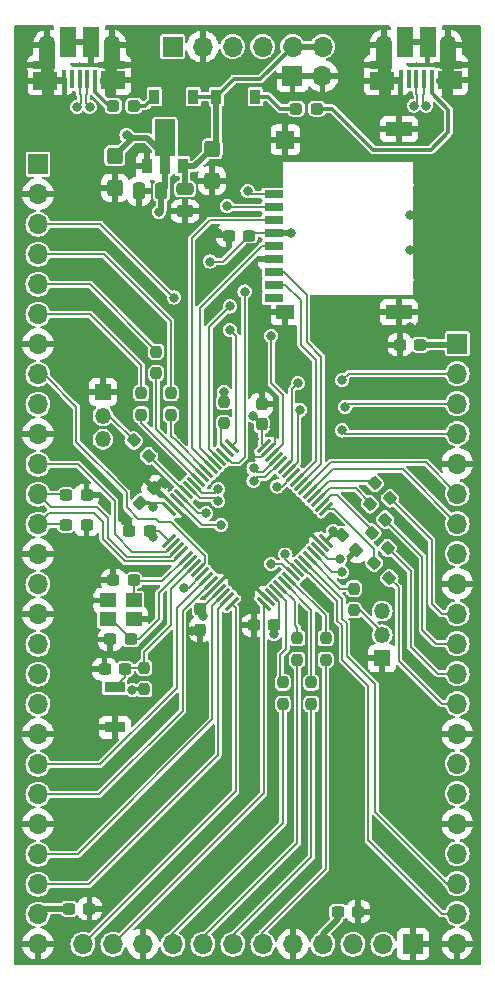
<source format=gtl>
%TF.GenerationSoftware,KiCad,Pcbnew,(6.0.0)*%
%TF.CreationDate,2022-07-08T16:33:04-04:00*%
%TF.ProjectId,CH32V307_RCT6,43483332-5633-4303-975f-524354362e6b,rev?*%
%TF.SameCoordinates,Original*%
%TF.FileFunction,Copper,L1,Top*%
%TF.FilePolarity,Positive*%
%FSLAX46Y46*%
G04 Gerber Fmt 4.6, Leading zero omitted, Abs format (unit mm)*
G04 Created by KiCad (PCBNEW (6.0.0)) date 2022-07-08 16:33:04*
%MOMM*%
%LPD*%
G01*
G04 APERTURE LIST*
G04 Aperture macros list*
%AMRoundRect*
0 Rectangle with rounded corners*
0 $1 Rounding radius*
0 $2 $3 $4 $5 $6 $7 $8 $9 X,Y pos of 4 corners*
0 Add a 4 corners polygon primitive as box body*
4,1,4,$2,$3,$4,$5,$6,$7,$8,$9,$2,$3,0*
0 Add four circle primitives for the rounded corners*
1,1,$1+$1,$2,$3*
1,1,$1+$1,$4,$5*
1,1,$1+$1,$6,$7*
1,1,$1+$1,$8,$9*
0 Add four rect primitives between the rounded corners*
20,1,$1+$1,$2,$3,$4,$5,0*
20,1,$1+$1,$4,$5,$6,$7,0*
20,1,$1+$1,$6,$7,$8,$9,0*
20,1,$1+$1,$8,$9,$2,$3,0*%
%AMFreePoly0*
4,1,9,3.862500,-0.866500,0.737500,-0.866500,0.737500,-0.450000,-0.737500,-0.450000,-0.737500,0.450000,0.737500,0.450000,0.737500,0.866500,3.862500,0.866500,3.862500,-0.866500,3.862500,-0.866500,$1*%
G04 Aperture macros list end*
%TA.AperFunction,SMDPad,CuDef*%
%ADD10RoundRect,0.237500X0.344715X-0.008839X-0.008839X0.344715X-0.344715X0.008839X0.008839X-0.344715X0*%
%TD*%
%TA.AperFunction,SMDPad,CuDef*%
%ADD11RoundRect,0.237500X0.237500X-0.300000X0.237500X0.300000X-0.237500X0.300000X-0.237500X-0.300000X0*%
%TD*%
%TA.AperFunction,SMDPad,CuDef*%
%ADD12RoundRect,0.237500X0.237500X-0.250000X0.237500X0.250000X-0.237500X0.250000X-0.237500X-0.250000X0*%
%TD*%
%TA.AperFunction,SMDPad,CuDef*%
%ADD13RoundRect,0.250000X-0.425000X0.450000X-0.425000X-0.450000X0.425000X-0.450000X0.425000X0.450000X0*%
%TD*%
%TA.AperFunction,ComponentPad*%
%ADD14R,1.700000X1.700000*%
%TD*%
%TA.AperFunction,ComponentPad*%
%ADD15O,1.700000X1.700000*%
%TD*%
%TA.AperFunction,SMDPad,CuDef*%
%ADD16RoundRect,0.237500X-0.344715X0.008839X0.008839X-0.344715X0.344715X-0.008839X-0.008839X0.344715X0*%
%TD*%
%TA.AperFunction,SMDPad,CuDef*%
%ADD17RoundRect,0.237500X0.300000X0.237500X-0.300000X0.237500X-0.300000X-0.237500X0.300000X-0.237500X0*%
%TD*%
%TA.AperFunction,SMDPad,CuDef*%
%ADD18RoundRect,0.075000X-0.441942X-0.548008X0.548008X0.441942X0.441942X0.548008X-0.548008X-0.441942X0*%
%TD*%
%TA.AperFunction,SMDPad,CuDef*%
%ADD19RoundRect,0.075000X0.441942X-0.548008X0.548008X-0.441942X-0.441942X0.548008X-0.548008X0.441942X0*%
%TD*%
%TA.AperFunction,SMDPad,CuDef*%
%ADD20RoundRect,0.237500X-0.237500X0.250000X-0.237500X-0.250000X0.237500X-0.250000X0.237500X0.250000X0*%
%TD*%
%TA.AperFunction,SMDPad,CuDef*%
%ADD21R,0.900000X1.200000*%
%TD*%
%TA.AperFunction,SMDPad,CuDef*%
%ADD22R,1.400000X1.150000*%
%TD*%
%TA.AperFunction,SMDPad,CuDef*%
%ADD23R,0.400000X1.650000*%
%TD*%
%TA.AperFunction,ComponentPad*%
%ADD24O,1.100000X1.500000*%
%TD*%
%TA.AperFunction,SMDPad,CuDef*%
%ADD25R,1.825000X0.700000*%
%TD*%
%TA.AperFunction,SMDPad,CuDef*%
%ADD26R,1.430000X2.500000*%
%TD*%
%TA.AperFunction,ComponentPad*%
%ADD27O,1.350000X1.700000*%
%TD*%
%TA.AperFunction,SMDPad,CuDef*%
%ADD28R,1.350000X2.000000*%
%TD*%
%TA.AperFunction,SMDPad,CuDef*%
%ADD29R,2.000000X1.500000*%
%TD*%
%TA.AperFunction,SMDPad,CuDef*%
%ADD30R,1.700000X0.900000*%
%TD*%
%TA.AperFunction,SMDPad,CuDef*%
%ADD31R,0.900000X1.300000*%
%TD*%
%TA.AperFunction,SMDPad,CuDef*%
%ADD32FreePoly0,90.000000*%
%TD*%
%TA.AperFunction,SMDPad,CuDef*%
%ADD33RoundRect,0.237500X-0.300000X-0.237500X0.300000X-0.237500X0.300000X0.237500X-0.300000X0.237500X0*%
%TD*%
%TA.AperFunction,SMDPad,CuDef*%
%ADD34RoundRect,0.250000X0.250000X0.475000X-0.250000X0.475000X-0.250000X-0.475000X0.250000X-0.475000X0*%
%TD*%
%TA.AperFunction,ComponentPad*%
%ADD35R,1.350000X1.350000*%
%TD*%
%TA.AperFunction,ComponentPad*%
%ADD36O,1.350000X1.350000*%
%TD*%
%TA.AperFunction,SMDPad,CuDef*%
%ADD37RoundRect,0.237500X0.287500X0.237500X-0.287500X0.237500X-0.287500X-0.237500X0.287500X-0.237500X0*%
%TD*%
%TA.AperFunction,SMDPad,CuDef*%
%ADD38R,1.600000X0.700000*%
%TD*%
%TA.AperFunction,SMDPad,CuDef*%
%ADD39R,1.500000X1.200000*%
%TD*%
%TA.AperFunction,SMDPad,CuDef*%
%ADD40R,2.200000X1.200000*%
%TD*%
%TA.AperFunction,SMDPad,CuDef*%
%ADD41R,1.500000X1.600000*%
%TD*%
%TA.AperFunction,SMDPad,CuDef*%
%ADD42RoundRect,0.237500X-0.380070X0.044194X0.044194X-0.380070X0.380070X-0.044194X-0.044194X0.380070X0*%
%TD*%
%TA.AperFunction,SMDPad,CuDef*%
%ADD43RoundRect,0.250000X-0.475000X0.250000X-0.475000X-0.250000X0.475000X-0.250000X0.475000X0.250000X0*%
%TD*%
%TA.AperFunction,SMDPad,CuDef*%
%ADD44RoundRect,0.237500X-0.287500X-0.237500X0.287500X-0.237500X0.287500X0.237500X-0.287500X0.237500X0*%
%TD*%
%TA.AperFunction,SMDPad,CuDef*%
%ADD45RoundRect,0.237500X-0.044194X-0.380070X0.380070X0.044194X0.044194X0.380070X-0.380070X-0.044194X0*%
%TD*%
%TA.AperFunction,SMDPad,CuDef*%
%ADD46RoundRect,0.237500X-0.237500X0.300000X-0.237500X-0.300000X0.237500X-0.300000X0.237500X0.300000X0*%
%TD*%
%TA.AperFunction,ViaPad*%
%ADD47C,0.800000*%
%TD*%
%TA.AperFunction,Conductor*%
%ADD48C,0.200000*%
%TD*%
%TA.AperFunction,Conductor*%
%ADD49C,0.500000*%
%TD*%
%TA.AperFunction,Conductor*%
%ADD50C,0.330000*%
%TD*%
G04 APERTURE END LIST*
D10*
%TO.P,R10,1*%
%TO.N,/MCU_Core/BOOT0*%
X141645235Y-86645235D03*
%TO.P,R10,2*%
%TO.N,Net-(JP2-Pad2)*%
X140354765Y-85354765D03*
%TD*%
D11*
%TO.P,C2,1*%
%TO.N,+3V3*%
X151200000Y-84000000D03*
%TO.P,C2,2*%
%TO.N,GND*%
X151200000Y-82275000D03*
%TD*%
D12*
%TO.P,R11,1*%
%TO.N,/MCU_Core/SPI3_CS*%
X148000000Y-83912500D03*
%TO.P,R11,2*%
%TO.N,Net-(J3-Pad3)*%
X148000000Y-82087500D03*
%TD*%
D13*
%TO.P,C12,1*%
%TO.N,/MCU_Core/Vin*%
X147000000Y-60650000D03*
%TO.P,C12,2*%
%TO.N,GND*%
X147000000Y-63350000D03*
%TD*%
D14*
%TO.P,J7,1,Pin_1*%
%TO.N,+3V3*%
X143650000Y-52000000D03*
D15*
%TO.P,J7,2,Pin_2*%
%TO.N,GND*%
X146190000Y-52000000D03*
%TO.P,J7,3,Pin_3*%
%TO.N,/MCU_Core/SWCLK*%
X148730000Y-52000000D03*
%TO.P,J7,4,Pin_4*%
%TO.N,/MCU_Core/SWDIO*%
X151270000Y-52000000D03*
%TO.P,J7,5,Pin_5*%
%TO.N,/MCU_Core/Vin*%
X153810000Y-52000000D03*
%TO.P,J7,6,Pin_6*%
X156350000Y-52000000D03*
%TD*%
D16*
%TO.P,R2,1*%
%TO.N,/MCU_Core/SPI2_MISO*%
X160354765Y-90754765D03*
%TO.P,R2,2*%
%TO.N,Net-(J6-Pad11)*%
X161645235Y-92045235D03*
%TD*%
D17*
%TO.P,C17,1*%
%TO.N,+3V3*%
X164612500Y-77250000D03*
%TO.P,C17,2*%
%TO.N,GND*%
X162887500Y-77250000D03*
%TD*%
D13*
%TO.P,C13,1*%
%TO.N,+3V3*%
X138750000Y-61250000D03*
%TO.P,C13,2*%
%TO.N,GND*%
X138750000Y-63950000D03*
%TD*%
D18*
%TO.P,U1,1,VBAT*%
%TO.N,+3V3*%
X143335519Y-93861181D03*
%TO.P,U1,2,PC13*%
%TO.N,/MCU_Core/PC13_TPR_RTC*%
X143689072Y-94214734D03*
%TO.P,U1,3,PC14*%
%TO.N,/MCU_Core/PC14_OSC32_I*%
X144042625Y-94568287D03*
%TO.P,U1,4,PC15*%
%TO.N,/MCU_Core/PC15_OSC32_O*%
X144396179Y-94921841D03*
%TO.P,U1,5,OSC_IN*%
%TO.N,/MCU_Core/XI*%
X144749732Y-95275394D03*
%TO.P,U1,6,OSC_OUT*%
%TO.N,/MCU_Core/XO*%
X145103286Y-95628948D03*
%TO.P,U1,7,NRST*%
%TO.N,/MCU_Core/NRST*%
X145456839Y-95982501D03*
%TO.P,U1,8,PC0*%
%TO.N,/MCU_Core/PC0*%
X145810392Y-96336054D03*
%TO.P,U1,9,PC1*%
%TO.N,/MCU_Core/PC1*%
X146163946Y-96689608D03*
%TO.P,U1,10,PC2*%
%TO.N,/MCU_Core/PC2*%
X146517499Y-97043161D03*
%TO.P,U1,11,PC3*%
%TO.N,/MCU_Core/PC3*%
X146871052Y-97396714D03*
%TO.P,U1,12,VSSA*%
%TO.N,GND*%
X147224606Y-97750268D03*
%TO.P,U1,13,VDDA*%
%TO.N,+3V3*%
X147578159Y-98103821D03*
%TO.P,U1,14,PA0*%
%TO.N,/MCU_Core/PA0*%
X147931713Y-98457375D03*
%TO.P,U1,15,PA1*%
%TO.N,/MCU_Core/PA1*%
X148285266Y-98810928D03*
%TO.P,U1,16,PA2*%
%TO.N,/MCU_Core/PA2*%
X148638819Y-99164481D03*
D19*
%TO.P,U1,17,PA3*%
%TO.N,/MCU_Core/PA3*%
X151361181Y-99164481D03*
%TO.P,U1,18,VSS*%
%TO.N,GND*%
X151714734Y-98810928D03*
%TO.P,U1,19,VDD*%
%TO.N,+3V3*%
X152068287Y-98457375D03*
%TO.P,U1,20,PA4*%
%TO.N,/MCU_Core/SPI1_CS*%
X152421841Y-98103821D03*
%TO.P,U1,21,PA5*%
%TO.N,/MCU_Core/SPI1_SCK*%
X152775394Y-97750268D03*
%TO.P,U1,22,PA6*%
%TO.N,/MCU_Core/SPI1_MISO*%
X153128948Y-97396714D03*
%TO.P,U1,23,PA7*%
%TO.N,/MCU_Core/SPI1_MOSI*%
X153482501Y-97043161D03*
%TO.P,U1,24,PC4*%
%TO.N,/MCU_Core/PC4*%
X153836054Y-96689608D03*
%TO.P,U1,25,PC5*%
%TO.N,/MCU_Core/PC5*%
X154189608Y-96336054D03*
%TO.P,U1,26,PB0*%
%TO.N,/MCU_Core/PB0*%
X154543161Y-95982501D03*
%TO.P,U1,27,PB1*%
%TO.N,/MCU_Core/PB1*%
X154896714Y-95628948D03*
%TO.P,U1,28,PB2*%
%TO.N,/MCU_Core/BOOT1*%
X155250268Y-95275394D03*
%TO.P,U1,29,PB10*%
%TO.N,/MCU_Core/I2C2_SCL*%
X155603821Y-94921841D03*
%TO.P,U1,30,PB11*%
%TO.N,/MCU_Core/I2C2_SDA*%
X155957375Y-94568287D03*
%TO.P,U1,31,VSS*%
%TO.N,GND*%
X156310928Y-94214734D03*
%TO.P,U1,32,VDD*%
%TO.N,+3V3*%
X156664481Y-93861181D03*
D18*
%TO.P,U1,33,PB12*%
%TO.N,/MCU_Core/SPI2_CS*%
X156664481Y-91138819D03*
%TO.P,U1,34,PB13*%
%TO.N,/MCU_Core/SPI2_SCK*%
X156310928Y-90785266D03*
%TO.P,U1,35,PB14*%
%TO.N,/MCU_Core/SPI2_MISO*%
X155957375Y-90431713D03*
%TO.P,U1,36,PB15*%
%TO.N,/MCU_Core/SPI2_MOSI*%
X155603821Y-90078159D03*
%TO.P,U1,37,PC6*%
%TO.N,/MCU_Core/PC6*%
X155250268Y-89724606D03*
%TO.P,U1,38,PC7*%
%TO.N,/MCU_Core/PC7*%
X154896714Y-89371052D03*
%TO.P,U1,39,PC8*%
%TO.N,/MCU_Core/SDIO_D0*%
X154543161Y-89017499D03*
%TO.P,U1,40,PC9*%
%TO.N,/MCU_Core/SDIO_D1*%
X154189608Y-88663946D03*
%TO.P,U1,41,PA8*%
%TO.N,/MCU_Core/PA8*%
X153836054Y-88310392D03*
%TO.P,U1,42,PA9*%
%TO.N,/MCU_Core/PA9*%
X153482501Y-87956839D03*
%TO.P,U1,43,PA10*%
%TO.N,/MCU_Core/PA10*%
X153128948Y-87603286D03*
%TO.P,U1,44,PA11*%
%TO.N,/MCU_Core/USB_FS_DP*%
X152775394Y-87249732D03*
%TO.P,U1,45,PA12*%
%TO.N,/MCU_Core/USB_FS_DN*%
X152421841Y-86896179D03*
%TO.P,U1,46,PA13*%
%TO.N,/MCU_Core/SWDIO*%
X152068287Y-86542625D03*
%TO.P,U1,47,VSS*%
%TO.N,GND*%
X151714734Y-86189072D03*
%TO.P,U1,48,VDD*%
%TO.N,+3V3*%
X151361181Y-85835519D03*
D19*
%TO.P,U1,49,PA14*%
%TO.N,/MCU_Core/SWCLK*%
X148638819Y-85835519D03*
%TO.P,U1,50,PA15*%
%TO.N,/MCU_Core/SPI3_CS*%
X148285266Y-86189072D03*
%TO.P,U1,51,PC10*%
%TO.N,/MCU_Core/SDIO_D2*%
X147931713Y-86542625D03*
%TO.P,U1,52,PC11*%
%TO.N,/MCU_Core/SDIO_D3*%
X147578159Y-86896179D03*
%TO.P,U1,53,PC12*%
%TO.N,/MCU_Core/SDIO_CK*%
X147224606Y-87249732D03*
%TO.P,U1,54,PD2*%
%TO.N,/MCU_Core/SDIO_CMD*%
X146871052Y-87603286D03*
%TO.P,U1,55,PB3*%
%TO.N,/MCU_Core/SPI3_SCK*%
X146517499Y-87956839D03*
%TO.P,U1,56,PB4*%
%TO.N,/MCU_Core/SPI3_MISO*%
X146163946Y-88310392D03*
%TO.P,U1,57,PB5*%
%TO.N,/MCU_Core/SPI3_MOSI*%
X145810392Y-88663946D03*
%TO.P,U1,58,PB6*%
%TO.N,/MCU_Core/USB_HS_DN*%
X145456839Y-89017499D03*
%TO.P,U1,59,PB7*%
%TO.N,/MCU_Core/USB_HS_DP*%
X145103286Y-89371052D03*
%TO.P,U1,60,BOOT0*%
%TO.N,/MCU_Core/BOOT0*%
X144749732Y-89724606D03*
%TO.P,U1,61,PB8*%
%TO.N,/MCU_Core/I2C1_SCL*%
X144396179Y-90078159D03*
%TO.P,U1,62,PB9*%
%TO.N,/MCU_Core/I2C1_SDA*%
X144042625Y-90431713D03*
%TO.P,U1,63,VSS*%
%TO.N,GND*%
X143689072Y-90785266D03*
%TO.P,U1,64,VDD*%
%TO.N,+3V3*%
X143335519Y-91138819D03*
%TD*%
D20*
%TO.P,R7,1*%
%TO.N,/MCU_Core/SPI1_SCK*%
X154200000Y-102087500D03*
%TO.P,R7,2*%
%TO.N,Net-(J8-Pad8)*%
X154200000Y-103912500D03*
%TD*%
D21*
%TO.P,D1,1,K*%
%TO.N,/MCU_Core/Vin*%
X147350000Y-56250000D03*
%TO.P,D1,2,A*%
%TO.N,Net-(D1-Pad2)*%
X150650000Y-56250000D03*
%TD*%
D20*
%TO.P,R8,1*%
%TO.N,/MCU_Core/SPI1_CS*%
X153000000Y-105837500D03*
%TO.P,R8,2*%
%TO.N,Net-(J8-Pad9)*%
X153000000Y-107662500D03*
%TD*%
D22*
%TO.P,Y1,1,1*%
%TO.N,/MCU_Core/XO*%
X138150000Y-100500000D03*
%TO.P,Y1,2,2*%
%TO.N,GND*%
X140350000Y-100500000D03*
%TO.P,Y1,3,3*%
%TO.N,/MCU_Core/XI*%
X140350000Y-98900000D03*
%TO.P,Y1,4,4*%
%TO.N,GND*%
X138150000Y-98900000D03*
%TD*%
D23*
%TO.P,J1,1,VBUS*%
%TO.N,Net-(J1-Pad1)*%
X165575000Y-54765000D03*
%TO.P,J1,2,D-*%
%TO.N,/MCU_Core/USB_HS_DP*%
X164925000Y-54765000D03*
%TO.P,J1,3,D+*%
%TO.N,/MCU_Core/USB_HS_DN*%
X164275000Y-54765000D03*
%TO.P,J1,4,ID*%
%TO.N,unconnected-(J1-Pad4)*%
X163625000Y-54765000D03*
%TO.P,J1,5,GND*%
%TO.N,GND*%
X162975000Y-54765000D03*
D24*
%TO.P,J1,6,Shield*%
X166695000Y-54885000D03*
D25*
X167225000Y-53565000D03*
D26*
X165235000Y-51615000D03*
D25*
X161275000Y-53565000D03*
D27*
X167005000Y-51885000D03*
D28*
X161525000Y-52815000D03*
D26*
X163315000Y-51615000D03*
D29*
X167125000Y-54865000D03*
D24*
X161855000Y-54885000D03*
D29*
X161375000Y-54885000D03*
D27*
X161545000Y-51885000D03*
D28*
X167005000Y-52815000D03*
%TD*%
D21*
%TO.P,D2,1,K*%
%TO.N,/MCU_Core/Vin*%
X145400000Y-56250000D03*
%TO.P,D2,2,A*%
%TO.N,Net-(D2-Pad2)*%
X142100000Y-56250000D03*
%TD*%
D17*
%TO.P,C10,1*%
%TO.N,+3V3*%
X150112500Y-68000000D03*
%TO.P,C10,2*%
%TO.N,GND*%
X148387500Y-68000000D03*
%TD*%
D20*
%TO.P,R5,1*%
%TO.N,/MCU_Core/SPI1_MOSI*%
X156600000Y-102087500D03*
%TO.P,R5,2*%
%TO.N,Net-(J8-Pad6)*%
X156600000Y-103912500D03*
%TD*%
D14*
%TO.P,J4,1,Pin_1*%
%TO.N,GND*%
X153800000Y-54500000D03*
D15*
%TO.P,J4,2,Pin_2*%
X156340000Y-54500000D03*
%TD*%
D14*
%TO.P,J8,1,Pin_1*%
%TO.N,GND*%
X164000000Y-128000000D03*
D15*
%TO.P,J8,2,Pin_2*%
%TO.N,/MCU_Core/PC5*%
X161460000Y-128000000D03*
%TO.P,J8,3,Pin_3*%
%TO.N,/MCU_Core/PC4*%
X158920000Y-128000000D03*
%TO.P,J8,4,Pin_4*%
%TO.N,+3V3*%
X156380000Y-128000000D03*
%TO.P,J8,5,Pin_5*%
%TO.N,GND*%
X153840000Y-128000000D03*
%TO.P,J8,6,Pin_6*%
%TO.N,Net-(J8-Pad6)*%
X151300000Y-128000000D03*
%TO.P,J8,7,Pin_7*%
%TO.N,Net-(J8-Pad7)*%
X148760000Y-128000000D03*
%TO.P,J8,8,Pin_8*%
%TO.N,Net-(J8-Pad8)*%
X146220000Y-128000000D03*
%TO.P,J8,9,Pin_9*%
%TO.N,Net-(J8-Pad9)*%
X143680000Y-128000000D03*
%TO.P,J8,10,Pin_10*%
%TO.N,GND*%
X141140000Y-128000000D03*
%TO.P,J8,11,Pin_11*%
%TO.N,/MCU_Core/PA3*%
X138600000Y-128000000D03*
%TO.P,J8,12,Pin_12*%
%TO.N,/MCU_Core/PA2*%
X136060000Y-128000000D03*
%TD*%
D30*
%TO.P,SW1,1,A*%
%TO.N,/MCU_Core/NRST*%
X138750000Y-106250000D03*
%TO.P,SW1,2,B*%
%TO.N,GND*%
X138750000Y-109650000D03*
%TD*%
D31*
%TO.P,U2,1,GND*%
%TO.N,GND*%
X141500000Y-62150000D03*
D32*
%TO.P,U2,2,VO*%
%TO.N,+3V3*%
X143000000Y-62062500D03*
D31*
%TO.P,U2,3,VI*%
%TO.N,/MCU_Core/Vin*%
X144500000Y-62150000D03*
%TD*%
D14*
%TO.P,J3,1,Pin_1*%
%TO.N,+3V3*%
X132250000Y-61960000D03*
D15*
%TO.P,J3,2,Pin_2*%
%TO.N,GND*%
X132250000Y-64500000D03*
%TO.P,J3,3,Pin_3*%
%TO.N,Net-(J3-Pad3)*%
X132250000Y-67040000D03*
%TO.P,J3,4,Pin_4*%
%TO.N,Net-(J3-Pad4)*%
X132250000Y-69580000D03*
%TO.P,J3,5,Pin_5*%
%TO.N,Net-(J3-Pad5)*%
X132250000Y-72120000D03*
%TO.P,J3,6,Pin_6*%
%TO.N,Net-(J3-Pad6)*%
X132250000Y-74660000D03*
%TO.P,J3,7,Pin_7*%
%TO.N,GND*%
X132250000Y-77200000D03*
%TO.P,J3,8,Pin_8*%
%TO.N,/MCU_Core/PC0*%
X132250000Y-79740000D03*
%TO.P,J3,9,Pin_9*%
%TO.N,/MCU_Core/PC1*%
X132250000Y-82280000D03*
%TO.P,J3,10,Pin_10*%
%TO.N,GND*%
X132250000Y-84820000D03*
%TO.P,J3,11,Pin_11*%
%TO.N,/MCU_Core/PC13_TPR_RTC*%
X132250000Y-87360000D03*
%TO.P,J3,12,Pin_12*%
%TO.N,/MCU_Core/PC14_OSC32_I*%
X132250000Y-89900000D03*
%TO.P,J3,13,Pin_13*%
%TO.N,/MCU_Core/PC15_OSC32_O*%
X132250000Y-92440000D03*
%TO.P,J3,14,Pin_14*%
%TO.N,GND*%
X132250000Y-94980000D03*
%TO.P,J3,15,Pin_15*%
%TO.N,+3V3*%
X132250000Y-97520000D03*
%TO.P,J3,16,Pin_16*%
%TO.N,GND*%
X132250000Y-100060000D03*
%TO.P,J3,17,Pin_17*%
%TO.N,/MCU_Core/I2C1_SCL*%
X132250000Y-102600000D03*
%TO.P,J3,18,Pin_18*%
%TO.N,/MCU_Core/I2C1_SDA*%
X132250000Y-105140000D03*
%TO.P,J3,19,Pin_19*%
%TO.N,+3V3*%
X132250000Y-107680000D03*
%TO.P,J3,20,Pin_20*%
%TO.N,GND*%
X132250000Y-110220000D03*
%TO.P,J3,21,Pin_21*%
%TO.N,/MCU_Core/PC2*%
X132250000Y-112760000D03*
%TO.P,J3,22,Pin_22*%
%TO.N,/MCU_Core/PC3*%
X132250000Y-115300000D03*
%TO.P,J3,23,Pin_23*%
%TO.N,GND*%
X132250000Y-117840000D03*
%TO.P,J3,24,Pin_24*%
%TO.N,/MCU_Core/PA0*%
X132250000Y-120380000D03*
%TO.P,J3,25,Pin_25*%
%TO.N,/MCU_Core/PA1*%
X132250000Y-122920000D03*
%TO.P,J3,26,Pin_26*%
%TO.N,+3V3*%
X132250000Y-125460000D03*
%TO.P,J3,27,Pin_27*%
%TO.N,GND*%
X132250000Y-128000000D03*
%TD*%
D12*
%TO.P,R12,1*%
%TO.N,/MCU_Core/SPI3_SCK*%
X143500000Y-83162500D03*
%TO.P,R12,2*%
%TO.N,Net-(J3-Pad4)*%
X143500000Y-81337500D03*
%TD*%
D17*
%TO.P,C3,1*%
%TO.N,+3V3*%
X141712500Y-93000000D03*
%TO.P,C3,2*%
%TO.N,GND*%
X139987500Y-93000000D03*
%TD*%
D33*
%TO.P,C19,1*%
%TO.N,+3V3*%
X134887500Y-125000000D03*
%TO.P,C19,2*%
%TO.N,GND*%
X136612500Y-125000000D03*
%TD*%
D34*
%TO.P,C14,1*%
%TO.N,+3V3*%
X142700000Y-64250000D03*
%TO.P,C14,2*%
%TO.N,GND*%
X140800000Y-64250000D03*
%TD*%
D33*
%TO.P,C18,1*%
%TO.N,+3V3*%
X157637500Y-125250000D03*
%TO.P,C18,2*%
%TO.N,GND*%
X159362500Y-125250000D03*
%TD*%
D20*
%TO.P,R6,1*%
%TO.N,/MCU_Core/SPI1_MISO*%
X155400000Y-105837500D03*
%TO.P,R6,2*%
%TO.N,Net-(J8-Pad7)*%
X155400000Y-107662500D03*
%TD*%
D35*
%TO.P,JP2,1,A*%
%TO.N,GND*%
X137750000Y-81250000D03*
D36*
%TO.P,JP2,2,C*%
%TO.N,Net-(JP2-Pad2)*%
X137750000Y-83250000D03*
%TO.P,JP2,3,B*%
%TO.N,+3V3*%
X137750000Y-85250000D03*
%TD*%
D37*
%TO.P,F2,1*%
%TO.N,Net-(J1-Pad1)*%
X155875000Y-57250000D03*
%TO.P,F2,2*%
%TO.N,Net-(D1-Pad2)*%
X154125000Y-57250000D03*
%TD*%
D38*
%TO.P,J5,1,DAT2*%
%TO.N,/MCU_Core/SDIO_D2*%
X152200000Y-64500000D03*
%TO.P,J5,2,DAT3/CD*%
%TO.N,/MCU_Core/SDIO_D3*%
X152200000Y-65600000D03*
%TO.P,J5,3,CMD*%
%TO.N,/MCU_Core/SDIO_CMD*%
X152200000Y-66700000D03*
%TO.P,J5,4,VDD*%
%TO.N,+3V3*%
X152200000Y-67800000D03*
%TO.P,J5,5,CLK*%
%TO.N,/MCU_Core/SDIO_CK*%
X152200000Y-68900000D03*
%TO.P,J5,6,VSS*%
%TO.N,GND*%
X152200000Y-70000000D03*
%TO.P,J5,7,DAT0*%
%TO.N,/MCU_Core/SDIO_D0*%
X152200000Y-71100000D03*
%TO.P,J5,8,DAT1*%
%TO.N,/MCU_Core/SDIO_D1*%
X152200000Y-72200000D03*
D39*
%TO.P,J5,9,SHIELD*%
%TO.N,GND*%
X153200000Y-74500000D03*
D40*
X162800000Y-74500000D03*
D41*
X153200000Y-59900000D03*
D40*
X162800000Y-59000000D03*
D38*
%TO.P,J5,10*%
%TO.N,N/C*%
X152200000Y-73300000D03*
%TD*%
D42*
%TO.P,C6,1*%
%TO.N,+3V3*%
X157990120Y-93390120D03*
%TO.P,C6,2*%
%TO.N,GND*%
X159209880Y-94609880D03*
%TD*%
D17*
%TO.P,C15,1*%
%TO.N,GND*%
X136362500Y-90000000D03*
%TO.P,C15,2*%
%TO.N,/MCU_Core/PC14_OSC32_I*%
X134637500Y-90000000D03*
%TD*%
D20*
%TO.P,R9,1*%
%TO.N,/MCU_Core/BOOT1*%
X159000000Y-97887500D03*
%TO.P,R9,2*%
%TO.N,Net-(JP1-Pad2)*%
X159000000Y-99712500D03*
%TD*%
D14*
%TO.P,J6,1,Pin_1*%
%TO.N,+3V3*%
X167750000Y-77160000D03*
D15*
%TO.P,J6,2,Pin_2*%
%TO.N,/MCU_Core/PA10*%
X167750000Y-79700000D03*
%TO.P,J6,3,Pin_3*%
%TO.N,/MCU_Core/PA9*%
X167750000Y-82240000D03*
%TO.P,J6,4,Pin_4*%
%TO.N,/MCU_Core/PA8*%
X167750000Y-84780000D03*
%TO.P,J6,5,Pin_5*%
%TO.N,GND*%
X167750000Y-87320000D03*
%TO.P,J6,6,Pin_6*%
%TO.N,/MCU_Core/PC7*%
X167750000Y-89860000D03*
%TO.P,J6,7,Pin_7*%
%TO.N,/MCU_Core/PC6*%
X167750000Y-92400000D03*
%TO.P,J6,8,Pin_8*%
%TO.N,+3V3*%
X167750000Y-94940000D03*
%TO.P,J6,9,Pin_9*%
%TO.N,GND*%
X167750000Y-97480000D03*
%TO.P,J6,10,Pin_10*%
%TO.N,Net-(J6-Pad10)*%
X167750000Y-100020000D03*
%TO.P,J6,11,Pin_11*%
%TO.N,Net-(J6-Pad11)*%
X167750000Y-102560000D03*
%TO.P,J6,12,Pin_12*%
%TO.N,Net-(J6-Pad12)*%
X167750000Y-105100000D03*
%TO.P,J6,13,Pin_13*%
%TO.N,Net-(J6-Pad13)*%
X167750000Y-107640000D03*
%TO.P,J6,14,Pin_14*%
%TO.N,GND*%
X167750000Y-110180000D03*
%TO.P,J6,15,Pin_15*%
%TO.N,/MCU_Core/I2C2_SDA*%
X167750000Y-112720000D03*
%TO.P,J6,16,Pin_16*%
%TO.N,/MCU_Core/I2C2_SCL*%
X167750000Y-115260000D03*
%TO.P,J6,17,Pin_17*%
%TO.N,GND*%
X167750000Y-117800000D03*
%TO.P,J6,18,Pin_18*%
%TO.N,+3V3*%
X167750000Y-120340000D03*
%TO.P,J6,19,Pin_19*%
%TO.N,/MCU_Core/PB1*%
X167750000Y-122880000D03*
%TO.P,J6,20,Pin_20*%
%TO.N,/MCU_Core/PB0*%
X167750000Y-125420000D03*
%TO.P,J6,21,Pin_21*%
%TO.N,GND*%
X167750000Y-127960000D03*
%TD*%
D43*
%TO.P,C11,1*%
%TO.N,/MCU_Core/Vin*%
X144700000Y-64050000D03*
%TO.P,C11,2*%
%TO.N,GND*%
X144700000Y-65950000D03*
%TD*%
D12*
%TO.P,R14,1*%
%TO.N,/MCU_Core/SPI3_MOSI*%
X141000000Y-83162500D03*
%TO.P,R14,2*%
%TO.N,Net-(J3-Pad6)*%
X141000000Y-81337500D03*
%TD*%
D20*
%TO.P,R15,1*%
%TO.N,/MCU_Core/NRST*%
X141250000Y-104587500D03*
%TO.P,R15,2*%
%TO.N,+3V3*%
X141250000Y-106412500D03*
%TD*%
D44*
%TO.P,F1,1*%
%TO.N,Net-(J2-Pad1)*%
X138625000Y-57000000D03*
%TO.P,F1,2*%
%TO.N,Net-(D2-Pad2)*%
X140375000Y-57000000D03*
%TD*%
D17*
%TO.P,C7,1*%
%TO.N,/MCU_Core/NRST*%
X139612500Y-104700000D03*
%TO.P,C7,2*%
%TO.N,GND*%
X137887500Y-104700000D03*
%TD*%
%TO.P,C4,1*%
%TO.N,+3V3*%
X152262500Y-101000000D03*
%TO.P,C4,2*%
%TO.N,GND*%
X150537500Y-101000000D03*
%TD*%
D23*
%TO.P,J2,1,VBUS*%
%TO.N,Net-(J2-Pad1)*%
X137075000Y-54765000D03*
%TO.P,J2,2,D-*%
%TO.N,/MCU_Core/USB_FS_DN*%
X136425000Y-54765000D03*
%TO.P,J2,3,D+*%
%TO.N,/MCU_Core/USB_FS_DP*%
X135775000Y-54765000D03*
%TO.P,J2,4,ID*%
%TO.N,unconnected-(J2-Pad4)*%
X135125000Y-54765000D03*
%TO.P,J2,5,GND*%
%TO.N,GND*%
X134475000Y-54765000D03*
D27*
%TO.P,J2,6,Shield*%
X133045000Y-51885000D03*
D24*
X138195000Y-54885000D03*
D28*
X133025000Y-52815000D03*
X138505000Y-52815000D03*
D29*
X138625000Y-54865000D03*
D25*
X132775000Y-53565000D03*
D24*
X133355000Y-54885000D03*
D26*
X134815000Y-51615000D03*
X136735000Y-51615000D03*
D27*
X138505000Y-51885000D03*
D29*
X132875000Y-54885000D03*
D25*
X138725000Y-53565000D03*
%TD*%
D16*
%TO.P,R4,1*%
%TO.N,/MCU_Core/SPI2_CS*%
X160709530Y-95709530D03*
%TO.P,R4,2*%
%TO.N,Net-(J6-Pad13)*%
X162000000Y-97000000D03*
%TD*%
D12*
%TO.P,R13,1*%
%TO.N,/MCU_Core/SPI3_MISO*%
X142250000Y-79662500D03*
%TO.P,R13,2*%
%TO.N,Net-(J3-Pad5)*%
X142250000Y-77837500D03*
%TD*%
D45*
%TO.P,C1,1*%
%TO.N,+3V3*%
X140890120Y-90609880D03*
%TO.P,C1,2*%
%TO.N,GND*%
X142109880Y-89390120D03*
%TD*%
D33*
%TO.P,C8,1*%
%TO.N,GND*%
X138637500Y-97200000D03*
%TO.P,C8,2*%
%TO.N,/MCU_Core/XI*%
X140362500Y-97200000D03*
%TD*%
D35*
%TO.P,JP1,1,A*%
%TO.N,GND*%
X161400000Y-103800000D03*
D36*
%TO.P,JP1,2,C*%
%TO.N,Net-(JP1-Pad2)*%
X161400000Y-101800000D03*
%TO.P,JP1,3,B*%
%TO.N,+3V3*%
X161400000Y-99800000D03*
%TD*%
D17*
%TO.P,C16,1*%
%TO.N,GND*%
X136362500Y-92500000D03*
%TO.P,C16,2*%
%TO.N,/MCU_Core/PC15_OSC32_O*%
X134637500Y-92500000D03*
%TD*%
D16*
%TO.P,R3,1*%
%TO.N,/MCU_Core/SPI2_SCK*%
X160554765Y-93154765D03*
%TO.P,R3,2*%
%TO.N,Net-(J6-Pad12)*%
X161845235Y-94445235D03*
%TD*%
%TO.P,R1,1*%
%TO.N,/MCU_Core/SPI2_MOSI*%
X160754765Y-88954765D03*
%TO.P,R1,2*%
%TO.N,Net-(J6-Pad10)*%
X162045235Y-90245235D03*
%TD*%
D46*
%TO.P,C5,1*%
%TO.N,+3V3*%
X146000000Y-99637500D03*
%TO.P,C5,2*%
%TO.N,GND*%
X146000000Y-101362500D03*
%TD*%
D33*
%TO.P,C9,1*%
%TO.N,GND*%
X138387500Y-102200000D03*
%TO.P,C9,2*%
%TO.N,/MCU_Core/XO*%
X140112500Y-102200000D03*
%TD*%
D47*
%TO.N,/MCU_Core/I2C2_SCL*%
X158000000Y-96500659D03*
%TO.N,/MCU_Core/I2C2_SDA*%
X157800000Y-95400000D03*
%TO.N,/MCU_Core/USB_FS_DP*%
X135575000Y-57089867D03*
X150500000Y-88775000D03*
%TO.N,/MCU_Core/SDIO_D2*%
X149750000Y-72750000D03*
X150000000Y-64250000D03*
%TO.N,/MCU_Core/SDIO_D3*%
X148250000Y-65500000D03*
X148500000Y-74000000D03*
%TO.N,/MCU_Core/USB_HS_DP*%
X165125000Y-57000000D03*
X147500000Y-90500000D03*
%TO.N,/MCU_Core/SWDIO*%
X152000000Y-76500000D03*
%TO.N,/MCU_Core/SWCLK*%
X148500000Y-76000000D03*
%TO.N,/MCU_Core/I2C1_SCL*%
X146500000Y-91500000D03*
%TO.N,/MCU_Core/I2C1_SDA*%
X147750000Y-92500000D03*
%TO.N,GND*%
X147500000Y-67750000D03*
X164500000Y-91000000D03*
X157700500Y-105750000D03*
X149500000Y-96250000D03*
X151000000Y-81000000D03*
X165250000Y-109750000D03*
X137000000Y-68250000D03*
X166250000Y-72000000D03*
X137250000Y-76500000D03*
X134500000Y-86250000D03*
X154250000Y-120500000D03*
X141750000Y-99250000D03*
X148000000Y-79500000D03*
X152274500Y-84250000D03*
X135000000Y-121500000D03*
X151500000Y-117500000D03*
X135250000Y-117750000D03*
X157250000Y-86000000D03*
X150500000Y-85250000D03*
X163750000Y-66250000D03*
X139500000Y-87750000D03*
X159000000Y-90250000D03*
X146000000Y-103250000D03*
X155414292Y-97800000D03*
X162250000Y-88750000D03*
X136750000Y-98000000D03*
X150250000Y-114500000D03*
X137000000Y-71000000D03*
X163750000Y-95250000D03*
X137500000Y-123750000D03*
X134500000Y-75750000D03*
X134000000Y-82500000D03*
X142500000Y-106250000D03*
X156250000Y-76000000D03*
X150000000Y-62250000D03*
X163750000Y-69250000D03*
X135500000Y-109750000D03*
X136500000Y-100000000D03*
X146000000Y-119250000D03*
X163750000Y-106250000D03*
X151750000Y-94250000D03*
X153000000Y-119250000D03*
X153500000Y-90250000D03*
X143000000Y-103250000D03*
X143000000Y-89000000D03*
X134500000Y-65750000D03*
X148250000Y-101750000D03*
X135250000Y-103750000D03*
X136500000Y-95750000D03*
X157250000Y-83500000D03*
X165750000Y-89250000D03*
X162000000Y-110750000D03*
X163750000Y-75750000D03*
X165750000Y-101000000D03*
X134500000Y-88500000D03*
X139000000Y-107750000D03*
X166250000Y-81000000D03*
X154700500Y-100500000D03*
X165750000Y-123250000D03*
X157500000Y-79000000D03*
X154500000Y-122750000D03*
X135750000Y-80750000D03*
X152250000Y-103000000D03*
X154750000Y-81500000D03*
X166500000Y-75000000D03*
X143250000Y-125750000D03*
X163750000Y-83500000D03*
X137000000Y-73750000D03*
X159800000Y-101600000D03*
X161250000Y-118750000D03*
X160250000Y-58500000D03*
X137000000Y-59250000D03*
X145500000Y-109000000D03*
X154250000Y-92750000D03*
X166250000Y-67500000D03*
X163750000Y-81000000D03*
X151500000Y-125500000D03*
X136250000Y-78750000D03*
X134750000Y-114000000D03*
X166000000Y-58500000D03*
X160750000Y-98000000D03*
X148750000Y-91250000D03*
X142000000Y-119500000D03*
X139500000Y-125750000D03*
X144250000Y-80000000D03*
X134500000Y-68250000D03*
X150000000Y-103000000D03*
X164265189Y-104254433D03*
X139750000Y-79000000D03*
X134500000Y-62750000D03*
X153500000Y-77250000D03*
X139600000Y-92200000D03*
X147750000Y-113750000D03*
X159200000Y-108250000D03*
X161000000Y-122000000D03*
X166250000Y-83500000D03*
X137000000Y-65750000D03*
X164750000Y-113500000D03*
X143500000Y-108000000D03*
X142250000Y-96500000D03*
X148500000Y-88250000D03*
X146250000Y-111500000D03*
X134500000Y-59250000D03*
X134500000Y-70750000D03*
X164750000Y-94000000D03*
X146000000Y-58250000D03*
X150500000Y-99500000D03*
X166250000Y-86000000D03*
X134500000Y-73500000D03*
X164250000Y-124500000D03*
X139750000Y-82500000D03*
X161000000Y-76000000D03*
X138000000Y-90750000D03*
X165500000Y-116500000D03*
X157600000Y-123200000D03*
X144500000Y-75750000D03*
X143750000Y-87750000D03*
X166250000Y-64000000D03*
X151250000Y-90250000D03*
X134750000Y-78000000D03*
X145250000Y-101500000D03*
X158200000Y-111200000D03*
X145039463Y-92466600D03*
X163750000Y-86250000D03*
X167250000Y-56500000D03*
X137000000Y-62750000D03*
X151000000Y-78500000D03*
X157250000Y-81500000D03*
X150250000Y-124500000D03*
X156000000Y-125200000D03*
X155000000Y-84750000D03*
X136250000Y-84250000D03*
X165500000Y-103250000D03*
X141500000Y-88250000D03*
X156000000Y-58750000D03*
X148000000Y-124500000D03*
X150500000Y-92750000D03*
X163000000Y-56500000D03*
X162000000Y-114500000D03*
X150000000Y-59000000D03*
X154750000Y-79250000D03*
%TO.N,+3V3*%
X150489401Y-83265469D03*
X142500000Y-66000000D03*
X142000000Y-93500000D03*
X157250000Y-93000000D03*
X152250000Y-101750000D03*
X140250000Y-106500000D03*
X153699500Y-67800000D03*
X146800000Y-70200000D03*
X146200000Y-100225500D03*
X142000000Y-91000000D03*
X139750000Y-59500000D03*
%TO.N,/MCU_Core/USB_HS_DN*%
X164075000Y-57000000D03*
X147500000Y-89475000D03*
%TO.N,/MCU_Core/USB_FS_DN*%
X150500000Y-87725000D03*
X136625000Y-57089867D03*
%TO.N,/MCU_Core/PA10*%
X158000000Y-80250000D03*
X154250000Y-80500000D03*
%TO.N,/MCU_Core/PA9*%
X154449500Y-82750000D03*
X158250000Y-82500000D03*
%TO.N,/MCU_Core/PA8*%
X152500000Y-89250000D03*
X158000000Y-84500000D03*
%TO.N,/MCU_Core/PC5*%
X153200000Y-95000000D03*
%TO.N,/MCU_Core/PC4*%
X152000000Y-95800000D03*
%TO.N,Net-(J3-Pad3)*%
X148000000Y-81250000D03*
X143750000Y-73250000D03*
%TO.N,/MCU_Core/PC1*%
X144589292Y-97839292D03*
%TD*%
D48*
%TO.N,/MCU_Core/XI*%
X140362500Y-97200000D02*
X140362500Y-99287500D01*
X142775126Y-97250000D02*
X140612500Y-97250000D01*
X144749732Y-95275394D02*
X142775126Y-97250000D01*
%TO.N,/MCU_Core/XO*%
X142500000Y-98232234D02*
X142500000Y-100500000D01*
X145103286Y-95628948D02*
X142500000Y-98232234D01*
X140800000Y-102200000D02*
X140112500Y-102200000D01*
X138412500Y-100500000D02*
X140112500Y-102200000D01*
X142500000Y-100500000D02*
X140800000Y-102200000D01*
%TO.N,/MCU_Core/SPI1_CS*%
X152750000Y-103500000D02*
X152750000Y-105587500D01*
X153250000Y-103000000D02*
X152750000Y-103500000D01*
X152421841Y-98103821D02*
X153250000Y-98931980D01*
X153250000Y-98931980D02*
X153250000Y-103000000D01*
X152750000Y-105587500D02*
X153000000Y-105837500D01*
%TO.N,/MCU_Core/SPI1_SCK*%
X152775394Y-97750268D02*
X154000000Y-98974874D01*
X154200000Y-101200000D02*
X154200000Y-102087500D01*
X154000000Y-101000000D02*
X154200000Y-101200000D01*
X154000000Y-98974874D02*
X154000000Y-101000000D01*
%TO.N,/MCU_Core/SPI1_MISO*%
X153128948Y-97396714D02*
X155400000Y-99667766D01*
X155400000Y-99667766D02*
X155400000Y-105837500D01*
%TO.N,/MCU_Core/SPI1_MOSI*%
X153482501Y-97043161D02*
X156600000Y-100160660D01*
X156600000Y-100160660D02*
X156600000Y-102087500D01*
%TO.N,/MCU_Core/I2C2_SCL*%
X158000000Y-96500659D02*
X157182639Y-96500659D01*
X157182639Y-96500659D02*
X155603821Y-94921841D01*
%TO.N,/MCU_Core/I2C2_SDA*%
X156789088Y-95400000D02*
X155957375Y-94568287D01*
X157800000Y-95400000D02*
X156789088Y-95400000D01*
%TO.N,/MCU_Core/SDIO_D0*%
X153100000Y-71100000D02*
X155000000Y-73000000D01*
X155000000Y-73000000D02*
X155000000Y-77000000D01*
X152200000Y-71100000D02*
X153100000Y-71100000D01*
X156250000Y-78250000D02*
X156250000Y-87310660D01*
X156250000Y-87310660D02*
X154543161Y-89017499D01*
X155000000Y-77000000D02*
X156250000Y-78250000D01*
%TO.N,/MCU_Core/SDIO_D1*%
X154500000Y-77250000D02*
X154500000Y-73500000D01*
X155750000Y-87103554D02*
X155750000Y-78500000D01*
X153200000Y-72200000D02*
X152200000Y-72200000D01*
X154189608Y-88663946D02*
X155750000Y-87103554D01*
X154500000Y-73500000D02*
X153200000Y-72200000D01*
X155750000Y-78500000D02*
X154500000Y-77250000D01*
%TO.N,/MCU_Core/USB_FS_DP*%
X152740040Y-87249732D02*
X151514771Y-88475001D01*
X151514771Y-88475001D02*
X150799999Y-88475001D01*
X135775000Y-54765000D02*
X135775000Y-56002501D01*
X150799999Y-88475001D02*
X150500000Y-88775000D01*
X135875000Y-56102501D02*
X135874999Y-56789868D01*
X135874999Y-56789868D02*
X135575000Y-57089867D01*
X135775000Y-56002501D02*
X135875000Y-56102501D01*
%TO.N,/MCU_Core/SDIO_D2*%
X152200000Y-64500000D02*
X150250000Y-64500000D01*
X149750000Y-86750000D02*
X149750000Y-72750000D01*
X147931713Y-86542625D02*
X148639088Y-87250000D01*
X150250000Y-64500000D02*
X150000000Y-64250000D01*
X149250000Y-87250000D02*
X149750000Y-86750000D01*
X148639088Y-87250000D02*
X149250000Y-87250000D01*
%TO.N,/MCU_Core/SDIO_D3*%
X148350000Y-65600000D02*
X152200000Y-65600000D01*
X148250000Y-65500000D02*
X148350000Y-65600000D01*
X146750000Y-86068020D02*
X146750000Y-75750000D01*
X146750000Y-86068020D02*
X147578159Y-86896179D01*
X146750000Y-75750000D02*
X148500000Y-74000000D01*
%TO.N,/MCU_Core/SDIO_CK*%
X152200000Y-68900000D02*
X151200000Y-68900000D01*
X146000000Y-86025126D02*
X147224606Y-87249732D01*
X146000000Y-74100000D02*
X146000000Y-86025126D01*
X151200000Y-68900000D02*
X146000000Y-74100000D01*
%TO.N,/MCU_Core/SDIO_CMD*%
X145250000Y-68250000D02*
X146800000Y-66700000D01*
X146800000Y-66700000D02*
X152200000Y-66700000D01*
X145250000Y-85982234D02*
X145250000Y-68250000D01*
X146871052Y-87603286D02*
X145250000Y-85982234D01*
%TO.N,/MCU_Core/USB_HS_DP*%
X164825000Y-56102501D02*
X164825001Y-56700001D01*
X147225001Y-90225001D02*
X145992589Y-90225001D01*
X164925000Y-56002501D02*
X164825000Y-56102501D01*
X164825001Y-56700001D02*
X165125000Y-57000000D01*
X145992589Y-90225001D02*
X145138640Y-89371052D01*
X147500000Y-90500000D02*
X147225001Y-90225001D01*
X164925000Y-54765000D02*
X164925000Y-56002501D01*
%TO.N,/MCU_Core/PC13_TPR_RTC*%
X143120097Y-94783709D02*
X140243844Y-94783709D01*
X135610000Y-87360000D02*
X132250000Y-87360000D01*
X143689072Y-94214734D02*
X143120097Y-94783709D01*
X138750000Y-90500000D02*
X135610000Y-87360000D01*
X140243844Y-94783709D02*
X138750000Y-93289865D01*
X138750000Y-93289865D02*
X138750000Y-90500000D01*
%TO.N,/MCU_Core/PC14_OSC32_I*%
X132250000Y-89900000D02*
X133350000Y-91000000D01*
X143427683Y-95183229D02*
X144042625Y-94568287D01*
X137250000Y-91000000D02*
X138171248Y-91921248D01*
X138171248Y-91921248D02*
X138171248Y-93578752D01*
X134537500Y-89900000D02*
X132250000Y-89900000D01*
X138171248Y-93578752D02*
X139775726Y-95183229D01*
X133350000Y-91000000D02*
X137250000Y-91000000D01*
X139775726Y-95183229D02*
X143427683Y-95183229D01*
%TO.N,/MCU_Core/PC15_OSC32_O*%
X134577500Y-92440000D02*
X132250000Y-92440000D01*
X137750000Y-92250000D02*
X137750000Y-93722509D01*
X137750000Y-93722509D02*
X139610240Y-95582749D01*
X133190000Y-91500000D02*
X137000000Y-91500000D01*
X132250000Y-92440000D02*
X133190000Y-91500000D01*
X143735271Y-95582749D02*
X144396179Y-94921841D01*
X137000000Y-91500000D02*
X137750000Y-92250000D01*
X139610240Y-95582749D02*
X143735271Y-95582749D01*
%TO.N,/MCU_Core/BOOT1*%
X157862374Y-97887500D02*
X159000000Y-97887500D01*
X155250268Y-95275394D02*
X157862374Y-97887500D01*
%TO.N,/MCU_Core/SPI2_CS*%
X156664481Y-91138819D02*
X157338819Y-91138819D01*
X160709530Y-94509530D02*
X160709530Y-95709530D01*
X157338819Y-91138819D02*
X160709530Y-94509530D01*
%TO.N,/MCU_Core/SPI2_SCK*%
X160454765Y-92854765D02*
X157600000Y-90000000D01*
X157096194Y-90000000D02*
X156310928Y-90785266D01*
X157600000Y-90000000D02*
X157096194Y-90000000D01*
%TO.N,/MCU_Core/SPI2_MISO*%
X159150000Y-89400000D02*
X156989088Y-89400000D01*
X160354765Y-90754765D02*
X160354765Y-90604765D01*
X156989088Y-89400000D02*
X155957375Y-90431713D01*
X160354765Y-90604765D02*
X159150000Y-89400000D01*
%TO.N,/MCU_Core/SPI2_MOSI*%
X155603821Y-90078159D02*
X156881980Y-88800000D01*
X156881980Y-88800000D02*
X160600000Y-88800000D01*
%TO.N,/MCU_Core/SWDIO*%
X152000000Y-80500000D02*
X152974011Y-81474011D01*
X152000000Y-76500000D02*
X152000000Y-80500000D01*
X152974011Y-81474011D02*
X152974011Y-85636901D01*
X152974011Y-85636901D02*
X152068287Y-86542625D01*
%TO.N,/MCU_Core/SWCLK*%
X148500000Y-76000000D02*
X149000000Y-76500000D01*
X149000000Y-85500000D02*
X148664481Y-85835519D01*
X149000000Y-76500000D02*
X149000000Y-85500000D01*
%TO.N,/MCU_Core/SPI3_CS*%
X147716291Y-85620097D02*
X147716291Y-84283709D01*
X148285266Y-86189072D02*
X147716291Y-85620097D01*
%TO.N,/MCU_Core/SPI3_SCK*%
X144000000Y-85439340D02*
X144000000Y-85434994D01*
X144000000Y-85434994D02*
X143502173Y-84937167D01*
X144000000Y-85439340D02*
X146517499Y-87956839D01*
X143500000Y-83162500D02*
X143500000Y-84939340D01*
%TO.N,/MCU_Core/SPI3_MISO*%
X146163946Y-88310392D02*
X142250000Y-84396446D01*
X142250000Y-84396446D02*
X142250000Y-79662500D01*
%TO.N,/MCU_Core/SPI3_MOSI*%
X145810392Y-88663946D02*
X141000000Y-83853554D01*
X141000000Y-83853554D02*
X141000000Y-83162500D01*
%TO.N,/MCU_Core/I2C1_SCL*%
X146500000Y-91500000D02*
X145818020Y-91500000D01*
X145818020Y-91500000D02*
X144396179Y-90078159D01*
%TO.N,/MCU_Core/I2C1_SDA*%
X147750000Y-92500000D02*
X146110912Y-92500000D01*
X146110912Y-92500000D02*
X144042625Y-90431713D01*
%TO.N,GND*%
X152283709Y-84259209D02*
X152274500Y-84250000D01*
X152283709Y-85620097D02*
X152283709Y-84259209D01*
X148387500Y-68000000D02*
X147750000Y-68000000D01*
X139600000Y-92612500D02*
X139987500Y-93000000D01*
X139600000Y-92200000D02*
X139600000Y-92612500D01*
X151714734Y-86189072D02*
X151145759Y-86758047D01*
X151145759Y-86758047D02*
X150508047Y-86758047D01*
X147750000Y-68000000D02*
X147500000Y-67750000D01*
X151714734Y-86189072D02*
X152283709Y-85620097D01*
D49*
%TO.N,+3V3*%
X134887500Y-125000000D02*
X132710000Y-125000000D01*
D48*
X151200000Y-84000000D02*
X151200000Y-85674338D01*
D49*
X143000000Y-62062500D02*
X143000000Y-63950000D01*
X152200000Y-67800000D02*
X153699500Y-67800000D01*
D48*
X142806580Y-90609880D02*
X143335519Y-91138819D01*
D50*
X151200000Y-83976068D02*
X150489401Y-83265469D01*
X152262500Y-101000000D02*
X152262500Y-101737500D01*
D48*
X152068287Y-98457375D02*
X152637262Y-99026350D01*
X141712500Y-93000000D02*
X142474338Y-93000000D01*
D50*
X157640120Y-93390120D02*
X157250000Y-93000000D01*
D48*
X152637262Y-100625238D02*
X152262500Y-101000000D01*
X146250000Y-99431980D02*
X147578159Y-98103821D01*
D49*
X142700000Y-64250000D02*
X142700000Y-65800000D01*
D48*
X141712500Y-93212500D02*
X142000000Y-93500000D01*
D49*
X132710000Y-125000000D02*
X132250000Y-125460000D01*
X157637500Y-125250000D02*
X157637500Y-125862500D01*
X143000000Y-63950000D02*
X142700000Y-64250000D01*
X164612500Y-77250000D02*
X167660000Y-77250000D01*
D48*
X152637262Y-99026350D02*
X152637262Y-100625238D01*
X146800000Y-70200000D02*
X147912500Y-70200000D01*
D50*
X140250000Y-106500000D02*
X140337500Y-106412500D01*
D49*
X157637500Y-125862500D02*
X156380000Y-127120000D01*
D48*
X147912500Y-70200000D02*
X150112500Y-68000000D01*
D49*
X140250000Y-59750000D02*
X140000000Y-59500000D01*
D48*
X151200000Y-85674338D02*
X151361181Y-85835519D01*
D50*
X157135542Y-93390120D02*
X157990120Y-93390120D01*
X152262500Y-101737500D02*
X152250000Y-101750000D01*
D49*
X143000000Y-61250000D02*
X141500000Y-59750000D01*
D50*
X141609880Y-90609880D02*
X142000000Y-91000000D01*
D48*
X142474338Y-93000000D02*
X143335519Y-93861181D01*
X140890120Y-90609880D02*
X142806580Y-90609880D01*
D49*
X142700000Y-65800000D02*
X142500000Y-66000000D01*
X156380000Y-127120000D02*
X156380000Y-128000000D01*
X140250000Y-59750000D02*
X138750000Y-61250000D01*
D48*
X146000000Y-100025500D02*
X146200000Y-100225500D01*
D50*
X157135542Y-93390120D02*
X156674749Y-93850913D01*
D48*
X152200000Y-67800000D02*
X150312500Y-67800000D01*
D50*
X140890120Y-90609880D02*
X141609880Y-90609880D01*
D49*
X140000000Y-59500000D02*
X139750000Y-59500000D01*
D50*
X140337500Y-106412500D02*
X141250000Y-106412500D01*
D49*
X141500000Y-59750000D02*
X140250000Y-59750000D01*
D48*
%TO.N,/MCU_Core/USB_HS_DN*%
X147500000Y-89475000D02*
X147200001Y-89774999D01*
X147200001Y-89774999D02*
X146178985Y-89774999D01*
X164375000Y-56102501D02*
X164374999Y-56700001D01*
X164275000Y-54765000D02*
X164275000Y-56002501D01*
X164275000Y-56002501D02*
X164375000Y-56102501D01*
X164374999Y-56700001D02*
X164075000Y-57000000D01*
X146178985Y-89774999D02*
X145456839Y-89052853D01*
%TO.N,/MCU_Core/USB_FS_DN*%
X136425000Y-54765000D02*
X136425000Y-56002501D01*
X136425000Y-56002501D02*
X136325000Y-56102501D01*
X136325001Y-56789868D02*
X136625000Y-57089867D01*
X150799999Y-88024999D02*
X150500000Y-87725000D01*
X136325000Y-56102501D02*
X136325001Y-56789868D01*
X151328375Y-88024999D02*
X150799999Y-88024999D01*
X152421841Y-86931533D02*
X151328375Y-88024999D01*
%TO.N,/MCU_Core/PA10*%
X158550000Y-79700000D02*
X167750000Y-79700000D01*
X154250000Y-80500000D02*
X153750000Y-81000000D01*
X153750000Y-81000000D02*
X153750000Y-86982234D01*
X153750000Y-86982234D02*
X153128948Y-87603286D01*
X158000000Y-80250000D02*
X158550000Y-79700000D01*
%TO.N,/MCU_Core/PA9*%
X158250000Y-82500000D02*
X158510000Y-82240000D01*
X158510000Y-82240000D02*
X167750000Y-82240000D01*
X154250000Y-87189340D02*
X154250000Y-82949500D01*
X153482501Y-87956839D02*
X154250000Y-87189340D01*
X154250000Y-82949500D02*
X154449500Y-82750000D01*
%TO.N,/MCU_Core/PA8*%
X153836054Y-88310392D02*
X152896446Y-89250000D01*
X152896446Y-89250000D02*
X152500000Y-89250000D01*
X158000000Y-84500000D02*
X158280000Y-84780000D01*
X158280000Y-84780000D02*
X167750000Y-84780000D01*
%TO.N,/MCU_Core/PC7*%
X154896714Y-89371052D02*
X157067766Y-87200000D01*
X165090000Y-87200000D02*
X167750000Y-89860000D01*
X157067766Y-87200000D02*
X165090000Y-87200000D01*
%TO.N,/MCU_Core/PC6*%
X155844369Y-89155631D02*
X157200000Y-87800000D01*
X163150000Y-87800000D02*
X167750000Y-92400000D01*
X155250268Y-89724606D02*
X155819243Y-89155631D01*
X155819243Y-89155631D02*
X155844369Y-89155631D01*
X157200000Y-87800000D02*
X163150000Y-87800000D01*
%TO.N,/MCU_Core/PC5*%
X153200000Y-95000000D02*
X153200000Y-95346446D01*
X153200000Y-95346446D02*
X154189608Y-96336054D01*
%TO.N,/MCU_Core/PC4*%
X152000000Y-95800000D02*
X152946446Y-95800000D01*
X152946446Y-95800000D02*
X153836054Y-96689608D01*
%TO.N,/MCU_Core/PC3*%
X146871052Y-97396714D02*
X144500000Y-99767766D01*
X137450000Y-115300000D02*
X132250000Y-115300000D01*
X144500000Y-108250000D02*
X137450000Y-115300000D01*
X144500000Y-99767766D02*
X144500000Y-108250000D01*
%TO.N,/MCU_Core/PC2*%
X144000000Y-106299022D02*
X137539022Y-112760000D01*
X137539022Y-112760000D02*
X132250000Y-112760000D01*
X146517499Y-97043161D02*
X144000000Y-99560660D01*
X144000000Y-99560660D02*
X144000000Y-106299022D01*
%TO.N,/MCU_Core/PC0*%
X139750000Y-91000000D02*
X140750000Y-92000000D01*
X146379367Y-95767079D02*
X145810392Y-96336054D01*
X139750000Y-89750000D02*
X139750000Y-91000000D01*
X132740000Y-79740000D02*
X135500000Y-82500000D01*
X142500000Y-92250000D02*
X143500000Y-92250000D01*
X142250000Y-92000000D02*
X142500000Y-92250000D01*
X140750000Y-92000000D02*
X142250000Y-92000000D01*
X143500000Y-92250000D02*
X146379367Y-95129367D01*
X135500000Y-85500000D02*
X139750000Y-89750000D01*
X146379367Y-95129367D02*
X146379367Y-95767079D01*
X135500000Y-82500000D02*
X135500000Y-85500000D01*
%TO.N,Net-(J6-Pad12)*%
X166100000Y-105100000D02*
X167750000Y-105100000D01*
X161845235Y-94445235D02*
X163800000Y-96400000D01*
X163800000Y-96400000D02*
X163800000Y-102800000D01*
X163800000Y-102800000D02*
X166100000Y-105100000D01*
%TO.N,Net-(J6-Pad11)*%
X164800000Y-101400000D02*
X164800000Y-95200000D01*
X165960000Y-102560000D02*
X164800000Y-101400000D01*
X164800000Y-95200000D02*
X161645235Y-92045235D01*
X167750000Y-102560000D02*
X165960000Y-102560000D01*
%TO.N,Net-(J6-Pad10)*%
X165600000Y-93800000D02*
X165600000Y-99200000D01*
X166420000Y-100020000D02*
X167750000Y-100020000D01*
X162045235Y-90245235D02*
X165600000Y-93800000D01*
X165600000Y-99200000D02*
X166420000Y-100020000D01*
%TO.N,Net-(J6-Pad13)*%
X162800000Y-104000000D02*
X162800000Y-97800000D01*
X167750000Y-107640000D02*
X166440000Y-107640000D01*
X162800000Y-97800000D02*
X162000000Y-97000000D01*
X166440000Y-107640000D02*
X162800000Y-104000000D01*
%TO.N,/MCU_Core/PB1*%
X158000000Y-98732234D02*
X158000000Y-100430648D01*
X160800000Y-106000000D02*
X160800000Y-116800000D01*
X166880000Y-122880000D02*
X167750000Y-122880000D01*
X158400000Y-103600000D02*
X160800000Y-106000000D01*
X158000000Y-100430648D02*
X158400000Y-100830648D01*
X154896714Y-95628948D02*
X158000000Y-98732234D01*
X160800000Y-116800000D02*
X166880000Y-122880000D01*
X158400000Y-100830648D02*
X158400000Y-103600000D01*
%TO.N,/MCU_Core/PB0*%
X154543161Y-95982501D02*
X155112136Y-96551476D01*
X166420000Y-125420000D02*
X167750000Y-125420000D01*
X158000000Y-100995654D02*
X158000000Y-103900000D01*
X155112136Y-96551476D02*
X155202856Y-96551476D01*
X160200000Y-106100000D02*
X160200000Y-119200000D01*
X158000000Y-103900000D02*
X160200000Y-106100000D01*
X155202856Y-96551476D02*
X157600480Y-98949100D01*
X157600480Y-98949100D02*
X157600480Y-100596134D01*
X157600480Y-100596134D02*
X158000000Y-100995654D01*
X160200000Y-119200000D02*
X166420000Y-125420000D01*
%TO.N,/MCU_Core/PA3*%
X151374520Y-99177820D02*
X151374520Y-115225480D01*
X151374520Y-115225480D02*
X138600000Y-128000000D01*
%TO.N,/MCU_Core/PA2*%
X148638819Y-99164481D02*
X149000000Y-99525662D01*
X149000000Y-115060000D02*
X136060000Y-128000000D01*
X149000000Y-99525662D02*
X149000000Y-115060000D01*
%TO.N,/MCU_Core/PA1*%
X147500000Y-112000000D02*
X136580000Y-122920000D01*
X136580000Y-122920000D02*
X132250000Y-122920000D01*
X148285266Y-98810928D02*
X147500000Y-99596194D01*
X147500000Y-99596194D02*
X147500000Y-112000000D01*
%TO.N,/MCU_Core/PA0*%
X147024520Y-99364568D02*
X147024520Y-108975480D01*
X147024520Y-108975480D02*
X135620000Y-120380000D01*
X147931713Y-98457375D02*
X147024520Y-99364568D01*
X135620000Y-120380000D02*
X132250000Y-120380000D01*
%TO.N,Net-(J8-Pad6)*%
X156600000Y-121650000D02*
X151225000Y-127025000D01*
X156600000Y-103912500D02*
X156600000Y-121650000D01*
X151225000Y-127025000D02*
X151225000Y-128000000D01*
%TO.N,Net-(J8-Pad7)*%
X148685000Y-127315000D02*
X148685000Y-128000000D01*
X155400000Y-107662500D02*
X155400000Y-120600000D01*
X155400000Y-120600000D02*
X148685000Y-127315000D01*
%TO.N,Net-(J8-Pad8)*%
X154200000Y-103912500D02*
X154200000Y-119430371D01*
X146220000Y-127410371D02*
X146220000Y-128000000D01*
X154200000Y-119430371D02*
X146220000Y-127410371D01*
%TO.N,Net-(J8-Pad9)*%
X143605000Y-127145000D02*
X143605000Y-127645000D01*
X153000000Y-107662500D02*
X153000000Y-117750000D01*
X153000000Y-117750000D02*
X143605000Y-127145000D01*
%TO.N,/MCU_Core/BOOT0*%
X144724606Y-89724606D02*
X141645235Y-86645235D01*
%TO.N,Net-(JP1-Pad2)*%
X159512500Y-99712500D02*
X161400000Y-101600000D01*
X159000000Y-99712500D02*
X159512500Y-99712500D01*
%TO.N,Net-(JP2-Pad2)*%
X140354765Y-85354765D02*
X138250000Y-83250000D01*
%TO.N,Net-(J3-Pad6)*%
X141000000Y-81337500D02*
X141000000Y-79000000D01*
X136660000Y-74660000D02*
X132250000Y-74660000D01*
X141000000Y-79000000D02*
X136660000Y-74660000D01*
%TO.N,Net-(J3-Pad5)*%
X136620000Y-72120000D02*
X132250000Y-72120000D01*
X142250000Y-77750000D02*
X136620000Y-72120000D01*
%TO.N,Net-(J3-Pad4)*%
X143500000Y-75250000D02*
X137830000Y-69580000D01*
X137830000Y-69580000D02*
X132250000Y-69580000D01*
X143500000Y-81337500D02*
X143500000Y-75250000D01*
%TO.N,Net-(J3-Pad3)*%
X148000000Y-82087500D02*
X148000000Y-81250000D01*
X137540000Y-67040000D02*
X143750000Y-73250000D01*
X132250000Y-67040000D02*
X137540000Y-67040000D01*
%TO.N,/MCU_Core/PC1*%
X145014262Y-97839292D02*
X146163946Y-96689608D01*
X144589292Y-97839292D02*
X145014262Y-97839292D01*
%TO.N,/MCU_Core/NRST*%
X139612500Y-105387500D02*
X138750000Y-106250000D01*
X143500000Y-97939340D02*
X143500000Y-101000000D01*
X141250000Y-104587500D02*
X139725000Y-104587500D01*
X141250000Y-103250000D02*
X141250000Y-104587500D01*
X139612500Y-104700000D02*
X139612500Y-105387500D01*
X145456839Y-95982501D02*
X143500000Y-97939340D01*
X143500000Y-101000000D02*
X141250000Y-103250000D01*
D50*
%TO.N,/MCU_Core/Vin*%
X148850000Y-54750000D02*
X147350000Y-56250000D01*
X151060000Y-54750000D02*
X148850000Y-54750000D01*
X153810000Y-52000000D02*
X151060000Y-54750000D01*
D49*
X144700000Y-62350000D02*
X144500000Y-62150000D01*
X144500000Y-62150000D02*
X145500000Y-62150000D01*
X145500000Y-62150000D02*
X147000000Y-60650000D01*
X147350000Y-56250000D02*
X147350000Y-60300000D01*
X144700000Y-64050000D02*
X144700000Y-62350000D01*
X153810000Y-52000000D02*
X156350000Y-52000000D01*
D50*
X147350000Y-56250000D02*
X145400000Y-56250000D01*
%TO.N,Net-(J1-Pad1)*%
X167000000Y-59250000D02*
X167000000Y-57345000D01*
X165575000Y-55920000D02*
X165575000Y-54765000D01*
X167000000Y-57345000D02*
X165575000Y-55920000D01*
X165500000Y-60750000D02*
X167000000Y-59250000D01*
X155875000Y-57250000D02*
X157150000Y-57250000D01*
X160650000Y-60750000D02*
X165500000Y-60750000D01*
X157150000Y-57250000D02*
X160650000Y-60750000D01*
%TO.N,Net-(J2-Pad1)*%
X138625000Y-57000000D02*
X138250000Y-57000000D01*
X137075000Y-54765000D02*
X137075000Y-55825000D01*
X138250000Y-57000000D02*
X137075000Y-55825000D01*
%TO.N,Net-(D1-Pad2)*%
X152750000Y-57250000D02*
X151750000Y-56250000D01*
X154125000Y-57250000D02*
X152750000Y-57250000D01*
X150650000Y-56250000D02*
X151750000Y-56250000D01*
%TO.N,Net-(D2-Pad2)*%
X141350000Y-57000000D02*
X142100000Y-56250000D01*
X140375000Y-57000000D02*
X141350000Y-57000000D01*
%TD*%
%TA.AperFunction,Conductor*%
%TO.N,GND*%
G36*
X133560636Y-50218907D02*
G01*
X133596600Y-50268407D01*
X133600867Y-50309686D01*
X133600289Y-50315012D01*
X133600000Y-50320343D01*
X133600000Y-50520187D01*
X133581093Y-50578378D01*
X133531593Y-50614342D01*
X133470407Y-50614342D01*
X133464315Y-50612139D01*
X133384361Y-50580241D01*
X133375702Y-50577676D01*
X133310379Y-50564682D01*
X133297134Y-50566250D01*
X133297099Y-50566282D01*
X133295000Y-50574326D01*
X133295000Y-53223548D01*
X133276093Y-53281739D01*
X133275000Y-53283243D01*
X133275000Y-53579320D01*
X133279122Y-53592005D01*
X133283243Y-53595000D01*
X133506000Y-53595000D01*
X133564191Y-53613907D01*
X133600155Y-53663407D01*
X133605000Y-53694000D01*
X133605000Y-54619320D01*
X133609122Y-54632005D01*
X133613243Y-54635000D01*
X133719320Y-54635000D01*
X133732005Y-54630878D01*
X133749062Y-54607402D01*
X133751622Y-54609262D01*
X133759390Y-54594010D01*
X133813902Y-54566222D01*
X133829407Y-54565000D01*
X134576000Y-54565000D01*
X134634191Y-54583907D01*
X134670155Y-54633407D01*
X134675000Y-54664000D01*
X134675000Y-56074320D01*
X134679122Y-56087005D01*
X134683243Y-56090000D01*
X134719657Y-56090000D01*
X134724991Y-56089711D01*
X134777298Y-56084029D01*
X134789287Y-56081178D01*
X134910982Y-56035557D01*
X134923219Y-56028857D01*
X135026545Y-55951419D01*
X135036419Y-55941545D01*
X135118083Y-55832581D01*
X135120134Y-55834118D01*
X135156324Y-55800003D01*
X135198647Y-55790500D01*
X135344748Y-55790500D01*
X135349514Y-55789552D01*
X135356187Y-55788225D01*
X135416949Y-55795417D01*
X135461878Y-55836951D01*
X135474500Y-55885323D01*
X135474500Y-55948993D01*
X135474197Y-55953118D01*
X135472575Y-55957843D01*
X135473223Y-55975095D01*
X135474430Y-56007262D01*
X135474500Y-56010975D01*
X135474500Y-56030449D01*
X135475325Y-56034879D01*
X135475661Y-56040072D01*
X135476774Y-56069709D01*
X135480380Y-56078103D01*
X135480381Y-56078106D01*
X135481317Y-56080284D01*
X135487683Y-56101235D01*
X135489791Y-56112554D01*
X135502437Y-56133070D01*
X135503768Y-56135229D01*
X135510452Y-56148097D01*
X135518082Y-56165855D01*
X135520964Y-56172564D01*
X135524978Y-56177450D01*
X135529345Y-56181817D01*
X135543610Y-56199864D01*
X135548532Y-56207849D01*
X135550466Y-56209320D01*
X135573920Y-56261500D01*
X135574500Y-56272198D01*
X135574499Y-56397431D01*
X135555591Y-56455621D01*
X135506091Y-56491585D01*
X135488421Y-56495583D01*
X135457003Y-56499720D01*
X135418238Y-56504823D01*
X135272159Y-56565331D01*
X135146718Y-56661585D01*
X135050464Y-56787026D01*
X135017362Y-56866941D01*
X134993807Y-56923809D01*
X134989956Y-56933105D01*
X134969318Y-57089867D01*
X134989956Y-57246629D01*
X135050464Y-57392708D01*
X135146718Y-57518149D01*
X135272159Y-57614403D01*
X135418238Y-57674911D01*
X135575000Y-57695549D01*
X135731762Y-57674911D01*
X135877841Y-57614403D01*
X136003282Y-57518149D01*
X136017679Y-57499387D01*
X136021459Y-57494461D01*
X136071883Y-57459806D01*
X136133048Y-57461408D01*
X136178541Y-57494461D01*
X136182321Y-57499387D01*
X136196718Y-57518149D01*
X136322159Y-57614403D01*
X136468238Y-57674911D01*
X136625000Y-57695549D01*
X136781762Y-57674911D01*
X136927841Y-57614403D01*
X137053282Y-57518149D01*
X137149536Y-57392708D01*
X137210044Y-57246629D01*
X137230682Y-57089867D01*
X137210044Y-56933105D01*
X137206194Y-56923809D01*
X137182638Y-56866941D01*
X137149536Y-56787026D01*
X137053282Y-56661585D01*
X136927841Y-56565331D01*
X136781762Y-56504823D01*
X136742997Y-56499720D01*
X136711579Y-56495583D01*
X136656354Y-56469242D01*
X136627159Y-56415471D01*
X136625501Y-56397431D01*
X136625500Y-56267982D01*
X136644407Y-56209791D01*
X136651578Y-56201394D01*
X136654029Y-56198444D01*
X136657248Y-56195225D01*
X136659793Y-56191514D01*
X136663234Y-56187595D01*
X136677185Y-56172556D01*
X136677185Y-56172555D01*
X136683401Y-56165855D01*
X136686787Y-56157367D01*
X136686789Y-56157364D01*
X136687667Y-56155163D01*
X136697973Y-56135859D01*
X136700140Y-56132699D01*
X136748643Y-56095402D01*
X136809805Y-56093737D01*
X136851790Y-56118685D01*
X137870505Y-57137400D01*
X137898282Y-57191917D01*
X137899501Y-57207404D01*
X137899501Y-57289832D01*
X137902399Y-57320500D01*
X137904395Y-57326184D01*
X137904396Y-57326188D01*
X137941449Y-57431699D01*
X137946039Y-57444768D01*
X138024289Y-57550711D01*
X138130232Y-57628961D01*
X138254500Y-57672601D01*
X138260504Y-57673169D01*
X138260506Y-57673169D01*
X138282856Y-57675282D01*
X138282866Y-57675282D01*
X138285167Y-57675500D01*
X138624853Y-57675500D01*
X138964832Y-57675499D01*
X138995500Y-57672601D01*
X139001184Y-57670605D01*
X139001188Y-57670604D01*
X139112786Y-57631413D01*
X139119768Y-57628961D01*
X139225711Y-57550711D01*
X139303961Y-57444768D01*
X139309751Y-57428282D01*
X139322243Y-57392708D01*
X139347601Y-57320500D01*
X139348169Y-57314494D01*
X139350282Y-57292144D01*
X139350282Y-57292134D01*
X139350500Y-57289833D01*
X139350499Y-56710168D01*
X139350499Y-56710167D01*
X139649500Y-56710167D01*
X139649501Y-57289832D01*
X139652399Y-57320500D01*
X139654395Y-57326184D01*
X139654396Y-57326188D01*
X139691449Y-57431699D01*
X139696039Y-57444768D01*
X139774289Y-57550711D01*
X139880232Y-57628961D01*
X140004500Y-57672601D01*
X140010504Y-57673169D01*
X140010506Y-57673169D01*
X140032856Y-57675282D01*
X140032866Y-57675282D01*
X140035167Y-57675500D01*
X140374853Y-57675500D01*
X140714832Y-57675499D01*
X140745500Y-57672601D01*
X140751184Y-57670605D01*
X140751188Y-57670604D01*
X140862786Y-57631413D01*
X140869768Y-57628961D01*
X140975711Y-57550711D01*
X141053961Y-57444768D01*
X141058551Y-57431699D01*
X141095670Y-57383059D01*
X141151959Y-57365500D01*
X141300444Y-57365500D01*
X141321280Y-57367717D01*
X141324548Y-57368421D01*
X141324551Y-57368421D01*
X141332544Y-57370142D01*
X141340665Y-57369181D01*
X141340668Y-57369181D01*
X141365971Y-57366186D01*
X141372998Y-57365772D01*
X141376286Y-57365500D01*
X141380365Y-57365500D01*
X141399252Y-57362356D01*
X141403819Y-57361706D01*
X141453381Y-57355841D01*
X141460311Y-57352513D01*
X141462443Y-57351839D01*
X141470029Y-57350576D01*
X141477229Y-57346691D01*
X141477232Y-57346690D01*
X141513941Y-57326882D01*
X141518097Y-57324764D01*
X141557460Y-57305862D01*
X141563070Y-57303168D01*
X141567186Y-57299709D01*
X141568693Y-57298202D01*
X141569751Y-57297232D01*
X141571275Y-57295946D01*
X141577115Y-57292795D01*
X141612661Y-57254342D01*
X141615354Y-57251541D01*
X141787399Y-57079496D01*
X141841916Y-57051719D01*
X141857403Y-57050500D01*
X142569748Y-57050500D01*
X142595995Y-57045279D01*
X142618666Y-57040770D01*
X142618668Y-57040769D01*
X142628231Y-57038867D01*
X142694552Y-56994552D01*
X142738867Y-56928231D01*
X142741522Y-56914887D01*
X142747548Y-56884588D01*
X142750500Y-56869748D01*
X142750500Y-55630252D01*
X142738867Y-55571769D01*
X142694552Y-55505448D01*
X142628231Y-55461133D01*
X142618668Y-55459231D01*
X142618666Y-55459230D01*
X142595995Y-55454721D01*
X142569748Y-55449500D01*
X141630252Y-55449500D01*
X141604005Y-55454721D01*
X141581334Y-55459230D01*
X141581332Y-55459231D01*
X141571769Y-55461133D01*
X141505448Y-55505448D01*
X141461133Y-55571769D01*
X141449500Y-55630252D01*
X141449500Y-56342597D01*
X141430593Y-56400788D01*
X141420504Y-56412601D01*
X141227601Y-56605504D01*
X141173084Y-56633281D01*
X141157597Y-56634500D01*
X141151959Y-56634500D01*
X141093768Y-56615593D01*
X141058551Y-56568301D01*
X141056414Y-56562217D01*
X141053961Y-56555232D01*
X140975711Y-56449289D01*
X140869768Y-56371039D01*
X140745500Y-56327399D01*
X140739496Y-56326831D01*
X140739494Y-56326831D01*
X140717144Y-56324718D01*
X140717134Y-56324718D01*
X140714833Y-56324500D01*
X140375147Y-56324500D01*
X140035168Y-56324501D01*
X140004500Y-56327399D01*
X139998816Y-56329395D01*
X139998812Y-56329396D01*
X139895281Y-56365754D01*
X139880232Y-56371039D01*
X139774289Y-56449289D01*
X139696039Y-56555232D01*
X139693587Y-56562214D01*
X139689273Y-56574500D01*
X139652399Y-56679500D01*
X139651832Y-56685503D01*
X139651831Y-56685506D01*
X139649719Y-56707852D01*
X139649500Y-56710167D01*
X139350499Y-56710167D01*
X139347601Y-56679500D01*
X139345603Y-56673809D01*
X139306413Y-56562214D01*
X139303961Y-56555232D01*
X139225711Y-56449289D01*
X139119768Y-56371039D01*
X138995500Y-56327399D01*
X138989496Y-56326831D01*
X138989494Y-56326831D01*
X138967144Y-56324718D01*
X138967134Y-56324718D01*
X138964833Y-56324500D01*
X138625147Y-56324500D01*
X138285168Y-56324501D01*
X138254500Y-56327399D01*
X138248813Y-56329396D01*
X138248809Y-56329397D01*
X138194697Y-56348400D01*
X138133529Y-56349841D01*
X138091891Y-56324996D01*
X137970975Y-56204080D01*
X137943198Y-56149563D01*
X137943198Y-56118591D01*
X137945000Y-56107212D01*
X137945000Y-56099320D01*
X138875000Y-56099320D01*
X138879122Y-56112005D01*
X138883243Y-56115000D01*
X139669657Y-56115000D01*
X139674991Y-56114711D01*
X139727298Y-56109029D01*
X139739287Y-56106178D01*
X139860982Y-56060557D01*
X139873219Y-56053857D01*
X139976545Y-55976419D01*
X139986419Y-55966545D01*
X140063857Y-55863219D01*
X140070557Y-55850982D01*
X140116178Y-55729287D01*
X140119029Y-55717298D01*
X140124711Y-55664991D01*
X140125000Y-55659657D01*
X140125000Y-55130680D01*
X140120878Y-55117995D01*
X140116757Y-55115000D01*
X139300680Y-55115000D01*
X139258693Y-55128642D01*
X139256614Y-55130153D01*
X139226015Y-55135000D01*
X138890680Y-55135000D01*
X138877995Y-55139122D01*
X138875000Y-55143243D01*
X138875000Y-56099320D01*
X137945000Y-56099320D01*
X137945000Y-55150680D01*
X137940878Y-55137995D01*
X137936757Y-55135000D01*
X137574500Y-55135000D01*
X137516309Y-55116093D01*
X137480345Y-55066593D01*
X137475500Y-55036000D01*
X137475500Y-54734000D01*
X137494407Y-54675809D01*
X137543907Y-54639845D01*
X137574500Y-54635000D01*
X137929320Y-54635000D01*
X137942005Y-54630878D01*
X137945000Y-54626757D01*
X137945000Y-54599320D01*
X138875000Y-54599320D01*
X138879122Y-54612005D01*
X138883243Y-54615000D01*
X140109320Y-54615000D01*
X140122005Y-54610878D01*
X140125000Y-54606757D01*
X140125000Y-54070351D01*
X140124642Y-54063745D01*
X140128980Y-54035737D01*
X140127244Y-54035324D01*
X140131528Y-54017305D01*
X140137211Y-53964991D01*
X140137500Y-53959657D01*
X140137500Y-53830680D01*
X140133378Y-53817995D01*
X140129257Y-53815000D01*
X138990680Y-53815000D01*
X138977995Y-53819122D01*
X138975000Y-53823243D01*
X138975000Y-54356000D01*
X138956093Y-54414191D01*
X138906593Y-54450155D01*
X138904640Y-54450464D01*
X138877995Y-54459122D01*
X138875000Y-54463243D01*
X138875000Y-54599320D01*
X137945000Y-54599320D01*
X137945000Y-53830680D01*
X137940878Y-53817995D01*
X137936757Y-53815000D01*
X137477421Y-53815000D01*
X137420192Y-53796405D01*
X137419552Y-53795448D01*
X137353231Y-53751133D01*
X137343668Y-53749231D01*
X137343666Y-53749230D01*
X137320995Y-53744721D01*
X137294748Y-53739500D01*
X136855252Y-53739500D01*
X136828852Y-53744751D01*
X136806329Y-53749231D01*
X136806327Y-53749232D01*
X136796769Y-53751133D01*
X136788666Y-53756548D01*
X136787885Y-53756871D01*
X136726888Y-53761671D01*
X136712115Y-53756871D01*
X136711334Y-53756548D01*
X136703231Y-53751133D01*
X136693673Y-53749232D01*
X136693671Y-53749231D01*
X136671148Y-53744751D01*
X136644748Y-53739500D01*
X136205252Y-53739500D01*
X136178852Y-53744751D01*
X136156329Y-53749231D01*
X136156327Y-53749232D01*
X136146769Y-53751133D01*
X136138666Y-53756548D01*
X136137885Y-53756871D01*
X136076888Y-53761671D01*
X136062115Y-53756871D01*
X136061334Y-53756548D01*
X136053231Y-53751133D01*
X136043673Y-53749232D01*
X136043671Y-53749231D01*
X136021148Y-53744751D01*
X135994748Y-53739500D01*
X135555252Y-53739500D01*
X135528852Y-53744751D01*
X135506329Y-53749231D01*
X135506327Y-53749232D01*
X135496769Y-53751133D01*
X135488666Y-53756548D01*
X135487885Y-53756871D01*
X135426888Y-53761671D01*
X135412115Y-53756871D01*
X135411334Y-53756548D01*
X135403231Y-53751133D01*
X135393673Y-53749232D01*
X135393671Y-53749231D01*
X135371148Y-53744751D01*
X135344748Y-53739500D01*
X135198647Y-53739500D01*
X135140456Y-53720593D01*
X135119277Y-53696524D01*
X135118083Y-53697419D01*
X135036419Y-53588455D01*
X135026542Y-53578578D01*
X134979365Y-53543221D01*
X134944139Y-53493193D01*
X134945047Y-53432014D01*
X134981741Y-53383053D01*
X135038737Y-53365000D01*
X135574657Y-53365000D01*
X135579991Y-53364711D01*
X135632298Y-53359029D01*
X135644287Y-53356178D01*
X135740248Y-53320204D01*
X135801373Y-53317481D01*
X135809752Y-53320204D01*
X135905713Y-53356178D01*
X135917702Y-53359029D01*
X135970009Y-53364711D01*
X135975343Y-53365000D01*
X136469320Y-53365000D01*
X136482005Y-53360878D01*
X136485000Y-53356757D01*
X136485000Y-51880680D01*
X136480878Y-51867995D01*
X136476757Y-51865000D01*
X134664000Y-51865000D01*
X134605809Y-51846093D01*
X134569845Y-51796593D01*
X134565000Y-51766000D01*
X134565000Y-51464000D01*
X134583907Y-51405809D01*
X134633407Y-51369845D01*
X134664000Y-51365000D01*
X136886000Y-51365000D01*
X136944191Y-51383907D01*
X136980155Y-51433407D01*
X136985000Y-51464000D01*
X136985000Y-53349320D01*
X136989122Y-53362005D01*
X136993243Y-53365000D01*
X137256820Y-53365000D01*
X137269506Y-53360878D01*
X137273188Y-53355810D01*
X137322688Y-53319846D01*
X137353281Y-53315000D01*
X138239320Y-53315000D01*
X138252005Y-53310878D01*
X138255000Y-53306757D01*
X138255000Y-52659320D01*
X138755000Y-52659320D01*
X138759122Y-52672005D01*
X138763243Y-52675000D01*
X138876000Y-52675000D01*
X138934191Y-52693907D01*
X138970155Y-52743407D01*
X138975000Y-52774000D01*
X138975000Y-53299320D01*
X138979122Y-53312005D01*
X138983243Y-53315000D01*
X140121820Y-53315000D01*
X140134505Y-53310878D01*
X140137500Y-53306757D01*
X140137500Y-53170343D01*
X140137211Y-53165009D01*
X140131529Y-53112702D01*
X140128678Y-53100713D01*
X140083057Y-52979018D01*
X140076357Y-52966781D01*
X140003635Y-52869748D01*
X142599500Y-52869748D01*
X142611133Y-52928231D01*
X142655448Y-52994552D01*
X142721769Y-53038867D01*
X142731332Y-53040769D01*
X142731334Y-53040770D01*
X142754005Y-53045279D01*
X142780252Y-53050500D01*
X144519748Y-53050500D01*
X144545995Y-53045279D01*
X144568666Y-53040770D01*
X144568668Y-53040769D01*
X144578231Y-53038867D01*
X144644552Y-52994552D01*
X144688867Y-52928231D01*
X144700500Y-52869748D01*
X144700500Y-52409091D01*
X144719407Y-52350900D01*
X144768907Y-52314936D01*
X144830093Y-52314936D01*
X144879593Y-52350900D01*
X144895127Y-52383468D01*
X144915451Y-52459318D01*
X144918397Y-52467411D01*
X145014570Y-52673653D01*
X145018882Y-52681123D01*
X145149411Y-52867537D01*
X145154944Y-52874132D01*
X145315868Y-53035056D01*
X145322463Y-53040589D01*
X145508876Y-53171118D01*
X145516346Y-53175430D01*
X145722589Y-53271603D01*
X145730682Y-53274549D01*
X145924857Y-53326578D01*
X145937140Y-53325935D01*
X145940000Y-53316281D01*
X145940000Y-53314956D01*
X146440000Y-53314956D01*
X146443802Y-53326658D01*
X146453864Y-53326921D01*
X146649318Y-53274549D01*
X146657411Y-53271603D01*
X146863654Y-53175430D01*
X146871124Y-53171118D01*
X147057537Y-53040589D01*
X147064132Y-53035056D01*
X147225056Y-52874132D01*
X147230589Y-52867537D01*
X147361118Y-52681123D01*
X147365430Y-52673653D01*
X147461603Y-52467411D01*
X147464549Y-52459318D01*
X147519138Y-52255589D01*
X147552462Y-52204275D01*
X147609584Y-52182348D01*
X147668684Y-52198184D01*
X147707189Y-52245734D01*
X147709930Y-52253924D01*
X147737738Y-52350900D01*
X147748544Y-52388586D01*
X147842712Y-52571818D01*
X147970677Y-52733270D01*
X147974357Y-52736402D01*
X147974359Y-52736404D01*
X148087017Y-52832283D01*
X148127564Y-52866791D01*
X148131787Y-52869151D01*
X148131791Y-52869154D01*
X148171342Y-52891258D01*
X148307398Y-52967297D01*
X148311996Y-52968791D01*
X148498724Y-53029463D01*
X148498726Y-53029464D01*
X148503329Y-53030959D01*
X148707894Y-53055351D01*
X148712716Y-53054980D01*
X148712719Y-53054980D01*
X148783259Y-53049552D01*
X148913300Y-53039546D01*
X149111725Y-52984145D01*
X149116038Y-52981966D01*
X149116044Y-52981964D01*
X149291289Y-52893441D01*
X149291291Y-52893440D01*
X149295610Y-52891258D01*
X149317044Y-52874512D01*
X149454135Y-52767406D01*
X149454139Y-52767402D01*
X149457951Y-52764424D01*
X149476093Y-52743407D01*
X149542254Y-52666757D01*
X149592564Y-52608472D01*
X149611231Y-52575613D01*
X149691934Y-52433550D01*
X149691935Y-52433547D01*
X149694323Y-52429344D01*
X149701061Y-52409091D01*
X149757824Y-52238454D01*
X149757824Y-52238452D01*
X149759351Y-52233863D01*
X149771320Y-52139122D01*
X149784823Y-52032228D01*
X149785171Y-52029474D01*
X149785583Y-52000000D01*
X149784138Y-51985262D01*
X150214520Y-51985262D01*
X150214925Y-51990082D01*
X150228411Y-52150680D01*
X150231759Y-52190553D01*
X150233092Y-52195201D01*
X150233092Y-52195202D01*
X150277738Y-52350900D01*
X150288544Y-52388586D01*
X150382712Y-52571818D01*
X150510677Y-52733270D01*
X150514357Y-52736402D01*
X150514359Y-52736404D01*
X150627017Y-52832283D01*
X150667564Y-52866791D01*
X150671787Y-52869151D01*
X150671791Y-52869154D01*
X150711342Y-52891258D01*
X150847398Y-52967297D01*
X150851996Y-52968791D01*
X151038724Y-53029463D01*
X151038726Y-53029464D01*
X151043329Y-53030959D01*
X151247894Y-53055351D01*
X151252716Y-53054980D01*
X151252719Y-53054980D01*
X151323259Y-53049552D01*
X151453300Y-53039546D01*
X151651725Y-52984145D01*
X151656038Y-52981966D01*
X151656044Y-52981964D01*
X151831289Y-52893441D01*
X151831291Y-52893440D01*
X151835610Y-52891258D01*
X151857044Y-52874512D01*
X151994135Y-52767406D01*
X151994139Y-52767402D01*
X151997951Y-52764424D01*
X152016093Y-52743407D01*
X152082254Y-52666757D01*
X152132564Y-52608472D01*
X152151231Y-52575613D01*
X152231934Y-52433550D01*
X152231935Y-52433547D01*
X152234323Y-52429344D01*
X152241061Y-52409091D01*
X152297824Y-52238454D01*
X152297824Y-52238452D01*
X152299351Y-52233863D01*
X152311320Y-52139122D01*
X152324823Y-52032228D01*
X152325171Y-52029474D01*
X152325583Y-52000000D01*
X152312640Y-51867995D01*
X152305952Y-51799780D01*
X152305951Y-51799776D01*
X152305480Y-51794970D01*
X152296734Y-51766000D01*
X152256430Y-51632511D01*
X152245935Y-51597749D01*
X152149218Y-51415849D01*
X152019011Y-51256200D01*
X151869439Y-51132463D01*
X151864002Y-51127965D01*
X151864000Y-51127964D01*
X151860275Y-51124882D01*
X151679055Y-51026897D01*
X151609764Y-51005448D01*
X151486875Y-50967407D01*
X151486871Y-50967406D01*
X151482254Y-50965977D01*
X151477446Y-50965472D01*
X151477443Y-50965471D01*
X151282185Y-50944949D01*
X151282183Y-50944949D01*
X151277369Y-50944443D01*
X151221800Y-50949500D01*
X151077022Y-50962675D01*
X151077017Y-50962676D01*
X151072203Y-50963114D01*
X150874572Y-51021280D01*
X150870288Y-51023519D01*
X150870287Y-51023520D01*
X150859428Y-51029197D01*
X150692002Y-51116726D01*
X150688231Y-51119758D01*
X150535220Y-51242781D01*
X150535217Y-51242783D01*
X150531447Y-51245815D01*
X150528333Y-51249526D01*
X150528332Y-51249527D01*
X150415574Y-51383907D01*
X150399024Y-51403630D01*
X150396689Y-51407878D01*
X150396688Y-51407879D01*
X150389955Y-51420126D01*
X150299776Y-51584162D01*
X150298313Y-51588775D01*
X150298311Y-51588779D01*
X150283649Y-51635000D01*
X150237484Y-51780532D01*
X150236944Y-51785344D01*
X150236944Y-51785345D01*
X150226251Y-51880680D01*
X150214520Y-51985262D01*
X149784138Y-51985262D01*
X149772640Y-51867995D01*
X149765952Y-51799780D01*
X149765951Y-51799776D01*
X149765480Y-51794970D01*
X149756734Y-51766000D01*
X149716430Y-51632511D01*
X149705935Y-51597749D01*
X149609218Y-51415849D01*
X149479011Y-51256200D01*
X149329439Y-51132463D01*
X149324002Y-51127965D01*
X149324000Y-51127964D01*
X149320275Y-51124882D01*
X149139055Y-51026897D01*
X149069764Y-51005448D01*
X148946875Y-50967407D01*
X148946871Y-50967406D01*
X148942254Y-50965977D01*
X148937446Y-50965472D01*
X148937443Y-50965471D01*
X148742185Y-50944949D01*
X148742183Y-50944949D01*
X148737369Y-50944443D01*
X148681800Y-50949500D01*
X148537022Y-50962675D01*
X148537017Y-50962676D01*
X148532203Y-50963114D01*
X148334572Y-51021280D01*
X148330288Y-51023519D01*
X148330287Y-51023520D01*
X148319428Y-51029197D01*
X148152002Y-51116726D01*
X148148231Y-51119758D01*
X147995220Y-51242781D01*
X147995217Y-51242783D01*
X147991447Y-51245815D01*
X147988333Y-51249526D01*
X147988332Y-51249527D01*
X147875574Y-51383907D01*
X147859024Y-51403630D01*
X147856689Y-51407878D01*
X147856688Y-51407879D01*
X147849955Y-51420126D01*
X147759776Y-51584162D01*
X147758313Y-51588775D01*
X147758311Y-51588779D01*
X147708418Y-51746063D01*
X147672800Y-51795812D01*
X147614743Y-51815126D01*
X147556422Y-51796625D01*
X147518425Y-51741751D01*
X147464549Y-51540682D01*
X147461603Y-51532589D01*
X147365430Y-51326347D01*
X147361118Y-51318877D01*
X147230589Y-51132463D01*
X147225056Y-51125868D01*
X147064132Y-50964944D01*
X147057537Y-50959411D01*
X146871124Y-50828882D01*
X146863654Y-50824570D01*
X146657411Y-50728397D01*
X146649318Y-50725451D01*
X146455143Y-50673422D01*
X146442860Y-50674065D01*
X146440000Y-50683719D01*
X146440000Y-53314956D01*
X145940000Y-53314956D01*
X145940000Y-50685044D01*
X145936198Y-50673342D01*
X145926136Y-50673079D01*
X145730682Y-50725451D01*
X145722589Y-50728397D01*
X145516347Y-50824570D01*
X145508877Y-50828882D01*
X145322463Y-50959411D01*
X145315868Y-50964944D01*
X145154944Y-51125868D01*
X145149411Y-51132463D01*
X145018882Y-51318877D01*
X145014570Y-51326347D01*
X144918397Y-51532589D01*
X144915451Y-51540682D01*
X144895127Y-51616532D01*
X144861803Y-51667846D01*
X144804681Y-51689773D01*
X144745581Y-51673937D01*
X144707076Y-51626388D01*
X144700500Y-51590909D01*
X144700500Y-51130252D01*
X144695279Y-51104005D01*
X144690770Y-51081334D01*
X144690769Y-51081332D01*
X144688867Y-51071769D01*
X144644552Y-51005448D01*
X144578231Y-50961133D01*
X144568668Y-50959231D01*
X144568666Y-50959230D01*
X144545995Y-50954721D01*
X144519748Y-50949500D01*
X142780252Y-50949500D01*
X142754005Y-50954721D01*
X142731334Y-50959230D01*
X142731332Y-50959231D01*
X142721769Y-50961133D01*
X142655448Y-51005448D01*
X142611133Y-51071769D01*
X142609231Y-51081332D01*
X142609230Y-51081334D01*
X142604721Y-51104005D01*
X142599500Y-51130252D01*
X142599500Y-52869748D01*
X140003635Y-52869748D01*
X139998919Y-52863455D01*
X139989045Y-52853581D01*
X139885719Y-52776143D01*
X139873482Y-52769443D01*
X139745972Y-52721642D01*
X139746878Y-52719225D01*
X139703857Y-52692988D01*
X139680322Y-52636510D01*
X139680000Y-52628532D01*
X139680000Y-52150680D01*
X139675878Y-52137995D01*
X139671757Y-52135000D01*
X138770680Y-52135000D01*
X138757995Y-52139122D01*
X138755000Y-52143243D01*
X138755000Y-52659320D01*
X138255000Y-52659320D01*
X138255000Y-51619320D01*
X138755000Y-51619320D01*
X138759122Y-51632005D01*
X138763243Y-51635000D01*
X139662462Y-51635000D01*
X139675147Y-51630878D01*
X139676816Y-51628582D01*
X139677220Y-51624966D01*
X139665689Y-51499476D01*
X139664041Y-51490586D01*
X139607891Y-51291489D01*
X139604647Y-51283038D01*
X139513152Y-51097506D01*
X139508427Y-51089796D01*
X139384651Y-50924039D01*
X139378603Y-50917322D01*
X139226689Y-50776895D01*
X139219524Y-50771396D01*
X139044561Y-50661003D01*
X139036508Y-50656900D01*
X138844360Y-50580241D01*
X138835702Y-50577676D01*
X138770379Y-50564682D01*
X138757134Y-50566250D01*
X138757099Y-50566282D01*
X138755000Y-50574326D01*
X138755000Y-51619320D01*
X138255000Y-51619320D01*
X138255000Y-50576333D01*
X138250878Y-50563648D01*
X138250274Y-50563209D01*
X138243127Y-50562693D01*
X138204061Y-50569406D01*
X138195321Y-50571748D01*
X138083265Y-50613087D01*
X138022127Y-50615489D01*
X137971253Y-50581496D01*
X137950000Y-50520206D01*
X137950000Y-50320343D01*
X137949711Y-50315012D01*
X137949133Y-50309686D01*
X137961649Y-50249795D01*
X138006978Y-50208698D01*
X138047555Y-50200000D01*
X162002445Y-50200000D01*
X162060636Y-50218907D01*
X162096600Y-50268407D01*
X162100867Y-50309686D01*
X162100289Y-50315012D01*
X162100000Y-50320343D01*
X162100000Y-50520187D01*
X162081093Y-50578378D01*
X162031593Y-50614342D01*
X161970407Y-50614342D01*
X161964315Y-50612139D01*
X161884361Y-50580241D01*
X161875702Y-50577676D01*
X161810379Y-50564682D01*
X161797134Y-50566250D01*
X161797099Y-50566282D01*
X161795000Y-50574326D01*
X161795000Y-53223548D01*
X161776093Y-53281739D01*
X161775000Y-53283243D01*
X161775000Y-53579320D01*
X161779122Y-53592005D01*
X161783243Y-53595000D01*
X162006000Y-53595000D01*
X162064191Y-53613907D01*
X162100155Y-53663407D01*
X162105000Y-53694000D01*
X162105000Y-54619320D01*
X162109122Y-54632005D01*
X162113243Y-54635000D01*
X162219320Y-54635000D01*
X162232005Y-54630878D01*
X162249062Y-54607402D01*
X162251622Y-54609262D01*
X162259390Y-54594010D01*
X162313902Y-54566222D01*
X162329407Y-54565000D01*
X163076000Y-54565000D01*
X163134191Y-54583907D01*
X163170155Y-54633407D01*
X163175000Y-54664000D01*
X163175000Y-56074320D01*
X163179122Y-56087005D01*
X163183243Y-56090000D01*
X163219657Y-56090000D01*
X163224991Y-56089711D01*
X163277298Y-56084029D01*
X163289287Y-56081178D01*
X163410982Y-56035557D01*
X163423219Y-56028857D01*
X163526545Y-55951419D01*
X163536419Y-55941545D01*
X163618083Y-55832581D01*
X163620134Y-55834118D01*
X163656324Y-55800003D01*
X163698647Y-55790500D01*
X163844748Y-55790500D01*
X163849514Y-55789552D01*
X163856187Y-55788225D01*
X163916949Y-55795417D01*
X163961878Y-55836951D01*
X163974500Y-55885323D01*
X163974500Y-55948993D01*
X163974197Y-55953118D01*
X163972575Y-55957843D01*
X163973223Y-55975095D01*
X163974430Y-56007262D01*
X163974500Y-56010975D01*
X163974500Y-56030449D01*
X163975325Y-56034879D01*
X163975661Y-56040072D01*
X163976774Y-56069709D01*
X163980380Y-56078103D01*
X163980381Y-56078106D01*
X163981317Y-56080284D01*
X163987683Y-56101235D01*
X163989791Y-56112554D01*
X164002437Y-56133070D01*
X164003768Y-56135229D01*
X164010452Y-56148097D01*
X164018082Y-56165855D01*
X164020964Y-56172564D01*
X164024978Y-56177450D01*
X164029345Y-56181817D01*
X164043610Y-56199864D01*
X164048532Y-56207849D01*
X164050466Y-56209320D01*
X164073920Y-56261500D01*
X164074500Y-56272197D01*
X164074500Y-56307563D01*
X164055593Y-56365754D01*
X164006093Y-56401718D01*
X163988422Y-56405716D01*
X163965905Y-56408681D01*
X163918238Y-56414956D01*
X163772159Y-56475464D01*
X163646718Y-56571718D01*
X163550464Y-56697159D01*
X163544113Y-56712492D01*
X163495036Y-56830975D01*
X163489956Y-56843238D01*
X163469318Y-57000000D01*
X163489956Y-57156762D01*
X163550464Y-57302841D01*
X163646718Y-57428282D01*
X163772159Y-57524536D01*
X163814678Y-57542148D01*
X163905856Y-57579915D01*
X163918238Y-57585044D01*
X164075000Y-57605682D01*
X164231762Y-57585044D01*
X164244145Y-57579915D01*
X164335322Y-57542148D01*
X164377841Y-57524536D01*
X164503282Y-57428282D01*
X164507237Y-57423128D01*
X164521459Y-57404594D01*
X164571883Y-57369939D01*
X164633048Y-57371541D01*
X164678541Y-57404594D01*
X164692763Y-57423128D01*
X164696718Y-57428282D01*
X164822159Y-57524536D01*
X164864678Y-57542148D01*
X164955856Y-57579915D01*
X164968238Y-57585044D01*
X165125000Y-57605682D01*
X165281762Y-57585044D01*
X165294145Y-57579915D01*
X165385322Y-57542148D01*
X165427841Y-57524536D01*
X165553282Y-57428282D01*
X165649536Y-57302841D01*
X165710044Y-57156762D01*
X165730682Y-57000000D01*
X165710044Y-56843238D01*
X165707560Y-56837240D01*
X165705881Y-56830975D01*
X165707923Y-56830428D01*
X165703873Y-56778921D01*
X165735846Y-56726754D01*
X165792376Y-56703344D01*
X165851870Y-56717631D01*
X165870140Y-56732035D01*
X166605504Y-57467399D01*
X166633281Y-57521916D01*
X166634500Y-57537403D01*
X166634500Y-59057597D01*
X166615593Y-59115788D01*
X166605504Y-59127601D01*
X165377601Y-60355504D01*
X165323084Y-60383281D01*
X165307597Y-60384500D01*
X160842403Y-60384500D01*
X160784212Y-60365593D01*
X160772399Y-60355504D01*
X160061552Y-59644657D01*
X161200000Y-59644657D01*
X161200289Y-59649991D01*
X161205971Y-59702298D01*
X161208822Y-59714287D01*
X161254443Y-59835982D01*
X161261143Y-59848219D01*
X161338581Y-59951545D01*
X161348455Y-59961419D01*
X161451781Y-60038857D01*
X161464018Y-60045557D01*
X161585713Y-60091178D01*
X161597702Y-60094029D01*
X161650009Y-60099711D01*
X161655343Y-60100000D01*
X162534320Y-60100000D01*
X162547005Y-60095878D01*
X162550000Y-60091757D01*
X162550000Y-60084320D01*
X163050000Y-60084320D01*
X163054122Y-60097005D01*
X163058243Y-60100000D01*
X163944657Y-60100000D01*
X163949991Y-60099711D01*
X164002298Y-60094029D01*
X164014287Y-60091178D01*
X164135982Y-60045557D01*
X164148219Y-60038857D01*
X164251545Y-59961419D01*
X164261419Y-59951545D01*
X164338857Y-59848219D01*
X164345557Y-59835982D01*
X164391178Y-59714287D01*
X164394029Y-59702298D01*
X164399711Y-59649991D01*
X164400000Y-59644657D01*
X164400000Y-59265680D01*
X164395878Y-59252995D01*
X164391757Y-59250000D01*
X163065680Y-59250000D01*
X163052995Y-59254122D01*
X163050000Y-59258243D01*
X163050000Y-60084320D01*
X162550000Y-60084320D01*
X162550000Y-59265680D01*
X162545878Y-59252995D01*
X162541757Y-59250000D01*
X161215680Y-59250000D01*
X161202995Y-59254122D01*
X161200000Y-59258243D01*
X161200000Y-59644657D01*
X160061552Y-59644657D01*
X159151215Y-58734320D01*
X161200000Y-58734320D01*
X161204122Y-58747005D01*
X161208243Y-58750000D01*
X162534320Y-58750000D01*
X162547005Y-58745878D01*
X162550000Y-58741757D01*
X162550000Y-58734320D01*
X163050000Y-58734320D01*
X163054122Y-58747005D01*
X163058243Y-58750000D01*
X164384320Y-58750000D01*
X164397005Y-58745878D01*
X164400000Y-58741757D01*
X164400000Y-58355343D01*
X164399711Y-58350009D01*
X164394029Y-58297702D01*
X164391178Y-58285713D01*
X164345557Y-58164018D01*
X164338857Y-58151781D01*
X164261419Y-58048455D01*
X164251545Y-58038581D01*
X164148219Y-57961143D01*
X164135982Y-57954443D01*
X164014287Y-57908822D01*
X164002298Y-57905971D01*
X163949991Y-57900289D01*
X163944657Y-57900000D01*
X163065680Y-57900000D01*
X163052995Y-57904122D01*
X163050000Y-57908243D01*
X163050000Y-58734320D01*
X162550000Y-58734320D01*
X162550000Y-57915680D01*
X162545878Y-57902995D01*
X162541757Y-57900000D01*
X161655343Y-57900000D01*
X161650009Y-57900289D01*
X161597702Y-57905971D01*
X161585713Y-57908822D01*
X161464018Y-57954443D01*
X161451781Y-57961143D01*
X161348455Y-58038581D01*
X161338581Y-58048455D01*
X161261143Y-58151781D01*
X161254443Y-58164018D01*
X161208822Y-58285713D01*
X161205971Y-58297702D01*
X161200289Y-58350009D01*
X161200000Y-58355343D01*
X161200000Y-58734320D01*
X159151215Y-58734320D01*
X157443488Y-57026593D01*
X157430324Y-57010293D01*
X157428512Y-57007487D01*
X157428511Y-57007486D01*
X157424073Y-57000613D01*
X157397642Y-56979777D01*
X157392374Y-56975095D01*
X157389861Y-56972966D01*
X157386976Y-56970081D01*
X157371426Y-56958969D01*
X157367698Y-56956170D01*
X157328516Y-56925281D01*
X157321264Y-56922734D01*
X157319277Y-56921702D01*
X157313021Y-56917232D01*
X157283374Y-56908366D01*
X157265222Y-56902937D01*
X157260786Y-56901496D01*
X157219582Y-56887026D01*
X157219579Y-56887025D01*
X157213709Y-56884964D01*
X157208352Y-56884500D01*
X157206217Y-56884500D01*
X157204801Y-56884439D01*
X157202801Y-56884270D01*
X157196443Y-56882368D01*
X157188271Y-56882689D01*
X157144112Y-56884424D01*
X157140225Y-56884500D01*
X156651959Y-56884500D01*
X156593768Y-56865593D01*
X156558551Y-56818301D01*
X156556414Y-56812217D01*
X156553961Y-56805232D01*
X156475711Y-56699289D01*
X156369768Y-56621039D01*
X156245500Y-56577399D01*
X156239496Y-56576831D01*
X156239494Y-56576831D01*
X156217144Y-56574718D01*
X156217134Y-56574718D01*
X156214833Y-56574500D01*
X155875147Y-56574500D01*
X155535168Y-56574501D01*
X155504500Y-56577399D01*
X155498816Y-56579395D01*
X155498812Y-56579396D01*
X155395740Y-56615593D01*
X155380232Y-56621039D01*
X155274289Y-56699289D01*
X155196039Y-56805232D01*
X155152399Y-56929500D01*
X155151832Y-56935503D01*
X155151831Y-56935506D01*
X155149719Y-56957852D01*
X155149500Y-56960167D01*
X155149501Y-57539832D01*
X155152399Y-57570500D01*
X155154395Y-57576184D01*
X155154396Y-57576188D01*
X155189363Y-57675758D01*
X155196039Y-57694768D01*
X155274289Y-57800711D01*
X155380232Y-57878961D01*
X155504500Y-57922601D01*
X155510504Y-57923169D01*
X155510506Y-57923169D01*
X155532856Y-57925282D01*
X155532866Y-57925282D01*
X155535167Y-57925500D01*
X155874853Y-57925500D01*
X156214832Y-57925499D01*
X156245500Y-57922601D01*
X156251184Y-57920605D01*
X156251188Y-57920604D01*
X156362786Y-57881413D01*
X156369768Y-57878961D01*
X156475711Y-57800711D01*
X156553961Y-57694768D01*
X156558551Y-57681699D01*
X156595670Y-57633059D01*
X156651959Y-57615500D01*
X156957597Y-57615500D01*
X157015788Y-57634407D01*
X157027601Y-57644496D01*
X160356512Y-60973407D01*
X160369676Y-60989707D01*
X160371488Y-60992513D01*
X160375927Y-60999387D01*
X160382352Y-61004452D01*
X160402357Y-61020223D01*
X160407635Y-61024912D01*
X160410138Y-61027033D01*
X160413023Y-61029918D01*
X160416339Y-61032287D01*
X160416344Y-61032292D01*
X160428580Y-61041036D01*
X160432306Y-61043833D01*
X160471484Y-61074719D01*
X160478740Y-61077267D01*
X160480719Y-61078295D01*
X160486978Y-61082768D01*
X160494821Y-61085113D01*
X160494822Y-61085114D01*
X160534775Y-61097062D01*
X160539211Y-61098503D01*
X160580418Y-61112974D01*
X160580421Y-61112975D01*
X160586291Y-61115036D01*
X160591648Y-61115500D01*
X160593783Y-61115500D01*
X160595199Y-61115561D01*
X160597199Y-61115730D01*
X160603557Y-61117632D01*
X160611729Y-61117311D01*
X160655887Y-61115576D01*
X160659774Y-61115500D01*
X165450444Y-61115500D01*
X165471280Y-61117717D01*
X165474548Y-61118421D01*
X165474551Y-61118421D01*
X165482544Y-61120142D01*
X165490665Y-61119181D01*
X165490668Y-61119181D01*
X165515971Y-61116186D01*
X165522998Y-61115772D01*
X165526286Y-61115500D01*
X165530365Y-61115500D01*
X165549252Y-61112356D01*
X165553819Y-61111706D01*
X165603381Y-61105841D01*
X165610311Y-61102513D01*
X165612443Y-61101839D01*
X165620029Y-61100576D01*
X165627229Y-61096691D01*
X165627232Y-61096690D01*
X165663941Y-61076882D01*
X165668097Y-61074764D01*
X165707460Y-61055862D01*
X165713070Y-61053168D01*
X165717186Y-61049709D01*
X165718693Y-61048202D01*
X165719751Y-61047232D01*
X165721275Y-61045946D01*
X165727115Y-61042795D01*
X165737308Y-61031769D01*
X165762660Y-61004343D01*
X165765354Y-61001541D01*
X167223407Y-59543488D01*
X167239707Y-59530324D01*
X167242513Y-59528512D01*
X167242514Y-59528511D01*
X167249387Y-59524073D01*
X167270223Y-59497642D01*
X167274905Y-59492374D01*
X167277035Y-59489860D01*
X167279919Y-59486976D01*
X167291038Y-59471416D01*
X167293832Y-59467695D01*
X167319652Y-59434943D01*
X167324719Y-59428516D01*
X167327266Y-59421263D01*
X167328297Y-59419279D01*
X167332768Y-59413022D01*
X167347062Y-59365224D01*
X167348503Y-59360789D01*
X167362974Y-59319582D01*
X167362975Y-59319579D01*
X167365036Y-59313709D01*
X167365500Y-59308352D01*
X167365500Y-59306217D01*
X167365561Y-59304801D01*
X167365730Y-59302801D01*
X167367632Y-59296443D01*
X167365576Y-59244113D01*
X167365500Y-59240226D01*
X167365500Y-57394555D01*
X167367717Y-57373719D01*
X167368421Y-57370451D01*
X167368421Y-57370448D01*
X167370142Y-57362455D01*
X167368908Y-57352024D01*
X167366186Y-57329029D01*
X167365773Y-57322031D01*
X167365500Y-57318727D01*
X167365500Y-57314635D01*
X167362360Y-57295770D01*
X167361705Y-57291164D01*
X167355841Y-57241619D01*
X167352514Y-57234689D01*
X167351838Y-57232555D01*
X167350576Y-57224971D01*
X167326867Y-57181031D01*
X167324767Y-57176908D01*
X167305865Y-57137544D01*
X167305862Y-57137540D01*
X167303168Y-57131929D01*
X167299708Y-57127813D01*
X167298209Y-57126314D01*
X167297239Y-57125256D01*
X167295945Y-57123722D01*
X167292795Y-57117885D01*
X167254342Y-57082339D01*
X167251541Y-57079646D01*
X166434788Y-56262893D01*
X166407011Y-56208376D01*
X166416582Y-56147944D01*
X166424700Y-56134698D01*
X166445000Y-56106758D01*
X166445000Y-56099320D01*
X167375000Y-56099320D01*
X167379122Y-56112005D01*
X167383243Y-56115000D01*
X168169657Y-56115000D01*
X168174991Y-56114711D01*
X168227298Y-56109029D01*
X168239287Y-56106178D01*
X168360982Y-56060557D01*
X168373219Y-56053857D01*
X168476545Y-55976419D01*
X168486419Y-55966545D01*
X168563857Y-55863219D01*
X168570557Y-55850982D01*
X168616178Y-55729287D01*
X168619029Y-55717298D01*
X168624711Y-55664991D01*
X168625000Y-55659657D01*
X168625000Y-55130680D01*
X168620878Y-55117995D01*
X168616757Y-55115000D01*
X167800680Y-55115000D01*
X167758693Y-55128642D01*
X167756614Y-55130153D01*
X167726015Y-55135000D01*
X167390680Y-55135000D01*
X167377995Y-55139122D01*
X167375000Y-55143243D01*
X167375000Y-56099320D01*
X166445000Y-56099320D01*
X166445000Y-55150680D01*
X166440878Y-55137995D01*
X166436757Y-55135000D01*
X166074500Y-55135000D01*
X166016309Y-55116093D01*
X165980345Y-55066593D01*
X165975500Y-55036000D01*
X165975500Y-54734000D01*
X165994407Y-54675809D01*
X166043907Y-54639845D01*
X166074500Y-54635000D01*
X166429320Y-54635000D01*
X166442005Y-54630878D01*
X166445000Y-54626757D01*
X166445000Y-54599320D01*
X167375000Y-54599320D01*
X167379122Y-54612005D01*
X167383243Y-54615000D01*
X168609320Y-54615000D01*
X168622005Y-54610878D01*
X168625000Y-54606757D01*
X168625000Y-54070351D01*
X168624642Y-54063745D01*
X168628980Y-54035737D01*
X168627244Y-54035324D01*
X168631528Y-54017305D01*
X168637211Y-53964991D01*
X168637500Y-53959657D01*
X168637500Y-53830680D01*
X168633378Y-53817995D01*
X168629257Y-53815000D01*
X167490680Y-53815000D01*
X167477995Y-53819122D01*
X167475000Y-53823243D01*
X167475000Y-54356000D01*
X167456093Y-54414191D01*
X167406593Y-54450155D01*
X167404640Y-54450464D01*
X167377995Y-54459122D01*
X167375000Y-54463243D01*
X167375000Y-54599320D01*
X166445000Y-54599320D01*
X166445000Y-53830680D01*
X166440878Y-53817995D01*
X166436757Y-53815000D01*
X165977421Y-53815000D01*
X165920192Y-53796405D01*
X165919552Y-53795448D01*
X165853231Y-53751133D01*
X165843668Y-53749231D01*
X165843666Y-53749230D01*
X165820995Y-53744721D01*
X165794748Y-53739500D01*
X165355252Y-53739500D01*
X165328852Y-53744751D01*
X165306329Y-53749231D01*
X165306327Y-53749232D01*
X165296769Y-53751133D01*
X165288666Y-53756548D01*
X165287885Y-53756871D01*
X165226888Y-53761671D01*
X165212115Y-53756871D01*
X165211334Y-53756548D01*
X165203231Y-53751133D01*
X165193673Y-53749232D01*
X165193671Y-53749231D01*
X165171148Y-53744751D01*
X165144748Y-53739500D01*
X164705252Y-53739500D01*
X164678852Y-53744751D01*
X164656329Y-53749231D01*
X164656327Y-53749232D01*
X164646769Y-53751133D01*
X164638666Y-53756548D01*
X164637885Y-53756871D01*
X164576888Y-53761671D01*
X164562115Y-53756871D01*
X164561334Y-53756548D01*
X164553231Y-53751133D01*
X164543673Y-53749232D01*
X164543671Y-53749231D01*
X164521148Y-53744751D01*
X164494748Y-53739500D01*
X164055252Y-53739500D01*
X164028852Y-53744751D01*
X164006329Y-53749231D01*
X164006327Y-53749232D01*
X163996769Y-53751133D01*
X163988666Y-53756548D01*
X163987885Y-53756871D01*
X163926888Y-53761671D01*
X163912115Y-53756871D01*
X163911334Y-53756548D01*
X163903231Y-53751133D01*
X163893673Y-53749232D01*
X163893671Y-53749231D01*
X163871148Y-53744751D01*
X163844748Y-53739500D01*
X163698647Y-53739500D01*
X163640456Y-53720593D01*
X163619277Y-53696524D01*
X163618083Y-53697419D01*
X163536419Y-53588455D01*
X163526542Y-53578578D01*
X163479365Y-53543221D01*
X163444139Y-53493193D01*
X163445047Y-53432014D01*
X163481741Y-53383053D01*
X163538737Y-53365000D01*
X164074657Y-53365000D01*
X164079991Y-53364711D01*
X164132298Y-53359029D01*
X164144287Y-53356178D01*
X164240248Y-53320204D01*
X164301373Y-53317481D01*
X164309752Y-53320204D01*
X164405713Y-53356178D01*
X164417702Y-53359029D01*
X164470009Y-53364711D01*
X164475343Y-53365000D01*
X164969320Y-53365000D01*
X164982005Y-53360878D01*
X164985000Y-53356757D01*
X164985000Y-51880680D01*
X164980878Y-51867995D01*
X164976757Y-51865000D01*
X163164000Y-51865000D01*
X163105809Y-51846093D01*
X163069845Y-51796593D01*
X163065000Y-51766000D01*
X163065000Y-51464000D01*
X163083907Y-51405809D01*
X163133407Y-51369845D01*
X163164000Y-51365000D01*
X165386000Y-51365000D01*
X165444191Y-51383907D01*
X165480155Y-51433407D01*
X165485000Y-51464000D01*
X165485000Y-53349320D01*
X165489122Y-53362005D01*
X165493243Y-53365000D01*
X165756820Y-53365000D01*
X165769506Y-53360878D01*
X165773188Y-53355810D01*
X165822688Y-53319846D01*
X165853281Y-53315000D01*
X166739320Y-53315000D01*
X166752005Y-53310878D01*
X166755000Y-53306757D01*
X166755000Y-52659320D01*
X167255000Y-52659320D01*
X167259122Y-52672005D01*
X167263243Y-52675000D01*
X167376000Y-52675000D01*
X167434191Y-52693907D01*
X167470155Y-52743407D01*
X167475000Y-52774000D01*
X167475000Y-53299320D01*
X167479122Y-53312005D01*
X167483243Y-53315000D01*
X168621820Y-53315000D01*
X168634505Y-53310878D01*
X168637500Y-53306757D01*
X168637500Y-53170343D01*
X168637211Y-53165009D01*
X168631529Y-53112702D01*
X168628678Y-53100713D01*
X168583057Y-52979018D01*
X168576357Y-52966781D01*
X168498919Y-52863455D01*
X168489045Y-52853581D01*
X168385719Y-52776143D01*
X168373482Y-52769443D01*
X168245972Y-52721642D01*
X168246878Y-52719225D01*
X168203857Y-52692988D01*
X168180322Y-52636510D01*
X168180000Y-52628532D01*
X168180000Y-52150680D01*
X168175878Y-52137995D01*
X168171757Y-52135000D01*
X167270680Y-52135000D01*
X167257995Y-52139122D01*
X167255000Y-52143243D01*
X167255000Y-52659320D01*
X166755000Y-52659320D01*
X166755000Y-51619320D01*
X167255000Y-51619320D01*
X167259122Y-51632005D01*
X167263243Y-51635000D01*
X168162462Y-51635000D01*
X168175147Y-51630878D01*
X168176816Y-51628582D01*
X168177220Y-51624966D01*
X168165689Y-51499476D01*
X168164041Y-51490586D01*
X168107891Y-51291489D01*
X168104647Y-51283038D01*
X168013152Y-51097506D01*
X168008427Y-51089796D01*
X167884651Y-50924039D01*
X167878603Y-50917322D01*
X167726689Y-50776895D01*
X167719524Y-50771396D01*
X167544561Y-50661003D01*
X167536508Y-50656900D01*
X167344360Y-50580241D01*
X167335702Y-50577676D01*
X167270379Y-50564682D01*
X167257134Y-50566250D01*
X167257099Y-50566282D01*
X167255000Y-50574326D01*
X167255000Y-51619320D01*
X166755000Y-51619320D01*
X166755000Y-50576333D01*
X166750878Y-50563648D01*
X166750274Y-50563209D01*
X166743127Y-50562693D01*
X166704061Y-50569406D01*
X166695321Y-50571748D01*
X166583265Y-50613087D01*
X166522127Y-50615489D01*
X166471253Y-50581496D01*
X166450000Y-50520206D01*
X166450000Y-50320343D01*
X166449711Y-50315012D01*
X166449133Y-50309686D01*
X166461649Y-50249795D01*
X166506978Y-50208698D01*
X166547555Y-50200000D01*
X169701000Y-50200000D01*
X169759191Y-50218907D01*
X169795155Y-50268407D01*
X169800000Y-50299000D01*
X169800000Y-129701000D01*
X169781093Y-129759191D01*
X169731593Y-129795155D01*
X169701000Y-129800000D01*
X130299000Y-129800000D01*
X130240809Y-129781093D01*
X130204845Y-129731593D01*
X130200000Y-129701000D01*
X130200000Y-128263864D01*
X130923079Y-128263864D01*
X130975451Y-128459318D01*
X130978397Y-128467411D01*
X131074570Y-128673653D01*
X131078882Y-128681123D01*
X131209411Y-128867537D01*
X131214944Y-128874132D01*
X131375868Y-129035056D01*
X131382463Y-129040589D01*
X131568876Y-129171118D01*
X131576346Y-129175430D01*
X131782589Y-129271603D01*
X131790682Y-129274549D01*
X131984857Y-129326578D01*
X131997140Y-129325935D01*
X132000000Y-129316281D01*
X132000000Y-129314956D01*
X132500000Y-129314956D01*
X132503802Y-129326658D01*
X132513864Y-129326921D01*
X132709318Y-129274549D01*
X132717411Y-129271603D01*
X132923654Y-129175430D01*
X132931124Y-129171118D01*
X133117537Y-129040589D01*
X133124132Y-129035056D01*
X133285056Y-128874132D01*
X133290589Y-128867537D01*
X133421118Y-128681123D01*
X133425430Y-128673653D01*
X133521603Y-128467411D01*
X133524549Y-128459318D01*
X133576578Y-128265143D01*
X133575935Y-128252860D01*
X133566281Y-128250000D01*
X132515680Y-128250000D01*
X132502995Y-128254122D01*
X132500000Y-128258243D01*
X132500000Y-129314956D01*
X132000000Y-129314956D01*
X132000000Y-128265680D01*
X131995878Y-128252995D01*
X131991757Y-128250000D01*
X130935044Y-128250000D01*
X130923342Y-128253802D01*
X130923079Y-128263864D01*
X130200000Y-128263864D01*
X130200000Y-127734857D01*
X130923422Y-127734857D01*
X130924065Y-127747140D01*
X130933719Y-127750000D01*
X133564956Y-127750000D01*
X133576658Y-127746198D01*
X133576921Y-127736136D01*
X133524549Y-127540682D01*
X133521603Y-127532589D01*
X133425430Y-127326347D01*
X133421118Y-127318877D01*
X133290589Y-127132463D01*
X133285056Y-127125868D01*
X133124132Y-126964944D01*
X133117537Y-126959411D01*
X132931124Y-126828882D01*
X132923654Y-126824570D01*
X132717411Y-126728397D01*
X132709318Y-126725451D01*
X132505150Y-126670744D01*
X132453835Y-126637420D01*
X132431909Y-126580298D01*
X132447745Y-126521198D01*
X132495295Y-126482693D01*
X132504142Y-126479767D01*
X132631725Y-126444145D01*
X132636038Y-126441966D01*
X132636044Y-126441964D01*
X132811289Y-126353441D01*
X132811291Y-126353440D01*
X132815610Y-126351258D01*
X132895100Y-126289154D01*
X132974135Y-126227406D01*
X132974139Y-126227402D01*
X132977951Y-126224424D01*
X132985961Y-126215145D01*
X133042638Y-126149483D01*
X133112564Y-126068472D01*
X133133205Y-126032138D01*
X133211934Y-125893550D01*
X133211935Y-125893547D01*
X133214323Y-125889344D01*
X133216289Y-125883436D01*
X133277824Y-125698454D01*
X133277824Y-125698452D01*
X133279351Y-125693863D01*
X133280250Y-125686748D01*
X133299156Y-125537092D01*
X133325207Y-125481730D01*
X133378824Y-125452254D01*
X133397375Y-125450500D01*
X134150318Y-125450500D01*
X134208509Y-125469407D01*
X134229951Y-125490682D01*
X134266254Y-125539833D01*
X134274289Y-125550711D01*
X134380232Y-125628961D01*
X134504500Y-125672601D01*
X134510504Y-125673169D01*
X134510506Y-125673169D01*
X134532856Y-125675282D01*
X134532866Y-125675282D01*
X134535167Y-125675500D01*
X134887348Y-125675500D01*
X135239832Y-125675499D01*
X135270500Y-125672601D01*
X135276184Y-125670605D01*
X135276188Y-125670604D01*
X135387786Y-125631413D01*
X135394768Y-125628961D01*
X135500711Y-125550711D01*
X135500815Y-125550852D01*
X135551659Y-125524946D01*
X135612091Y-125534517D01*
X135651331Y-125570632D01*
X135727568Y-125693830D01*
X135734655Y-125702772D01*
X135848232Y-125816151D01*
X135857197Y-125823231D01*
X135993802Y-125907436D01*
X136004156Y-125912264D01*
X136156795Y-125962892D01*
X136167306Y-125965145D01*
X136260968Y-125974741D01*
X136266026Y-125975000D01*
X136346820Y-125975000D01*
X136359505Y-125970878D01*
X136362500Y-125966757D01*
X136362500Y-125959319D01*
X136862500Y-125959319D01*
X136866622Y-125972004D01*
X136870743Y-125974999D01*
X136958935Y-125974999D01*
X136964068Y-125974733D01*
X137058952Y-125964889D01*
X137069484Y-125962615D01*
X137222019Y-125911725D01*
X137232368Y-125906878D01*
X137368829Y-125822432D01*
X137377772Y-125815345D01*
X137491151Y-125701768D01*
X137498231Y-125692803D01*
X137582436Y-125556198D01*
X137587264Y-125545844D01*
X137637892Y-125393205D01*
X137640145Y-125382694D01*
X137649741Y-125289032D01*
X137650000Y-125283974D01*
X137650000Y-125265680D01*
X137645878Y-125252995D01*
X137641757Y-125250000D01*
X136878180Y-125250000D01*
X136865495Y-125254122D01*
X136862500Y-125258243D01*
X136862500Y-125959319D01*
X136362500Y-125959319D01*
X136362500Y-124734320D01*
X136862500Y-124734320D01*
X136866622Y-124747005D01*
X136870743Y-124750000D01*
X137634319Y-124750000D01*
X137647004Y-124745878D01*
X137649999Y-124741757D01*
X137649999Y-124716065D01*
X137649733Y-124710932D01*
X137639889Y-124616048D01*
X137637615Y-124605516D01*
X137586725Y-124452981D01*
X137581878Y-124442632D01*
X137497432Y-124306171D01*
X137490345Y-124297228D01*
X137376768Y-124183849D01*
X137367803Y-124176769D01*
X137231198Y-124092564D01*
X137220844Y-124087736D01*
X137068205Y-124037108D01*
X137057694Y-124034855D01*
X136964032Y-124025259D01*
X136958974Y-124025000D01*
X136878180Y-124025000D01*
X136865495Y-124029122D01*
X136862500Y-124033243D01*
X136862500Y-124734320D01*
X136362500Y-124734320D01*
X136362500Y-124040681D01*
X136358378Y-124027996D01*
X136354257Y-124025001D01*
X136266065Y-124025001D01*
X136260932Y-124025267D01*
X136166048Y-124035111D01*
X136155516Y-124037385D01*
X136002981Y-124088275D01*
X135992632Y-124093122D01*
X135856171Y-124177568D01*
X135847228Y-124184655D01*
X135733849Y-124298232D01*
X135726769Y-124307197D01*
X135651503Y-124429302D01*
X135604873Y-124468917D01*
X135543864Y-124473558D01*
X135500747Y-124449337D01*
X135500711Y-124449289D01*
X135394768Y-124371039D01*
X135375986Y-124364443D01*
X135313683Y-124342564D01*
X135270500Y-124327399D01*
X135264496Y-124326831D01*
X135264494Y-124326831D01*
X135242144Y-124324718D01*
X135242134Y-124324718D01*
X135239833Y-124324500D01*
X134887652Y-124324500D01*
X134535168Y-124324501D01*
X134504500Y-124327399D01*
X134498816Y-124329395D01*
X134498812Y-124329396D01*
X134387214Y-124368587D01*
X134380232Y-124371039D01*
X134274289Y-124449289D01*
X134269890Y-124455245D01*
X134269888Y-124455247D01*
X134229951Y-124509318D01*
X134180171Y-124544892D01*
X134150318Y-124549500D01*
X132799888Y-124549500D01*
X132752801Y-124537585D01*
X132663309Y-124489197D01*
X132663308Y-124489197D01*
X132659055Y-124486897D01*
X132595855Y-124467333D01*
X132466875Y-124427407D01*
X132466871Y-124427406D01*
X132462254Y-124425977D01*
X132457446Y-124425472D01*
X132457443Y-124425471D01*
X132262185Y-124404949D01*
X132262183Y-124404949D01*
X132257369Y-124404443D01*
X132197354Y-124409905D01*
X132057022Y-124422675D01*
X132057017Y-124422676D01*
X132052203Y-124423114D01*
X131854572Y-124481280D01*
X131850288Y-124483519D01*
X131850287Y-124483520D01*
X131839428Y-124489197D01*
X131672002Y-124576726D01*
X131668231Y-124579758D01*
X131515220Y-124702781D01*
X131515217Y-124702783D01*
X131511447Y-124705815D01*
X131508333Y-124709526D01*
X131508332Y-124709527D01*
X131409023Y-124827879D01*
X131379024Y-124863630D01*
X131279776Y-125044162D01*
X131278313Y-125048775D01*
X131278311Y-125048779D01*
X131262005Y-125100184D01*
X131217484Y-125240532D01*
X131216944Y-125245344D01*
X131216944Y-125245345D01*
X131197354Y-125420000D01*
X131194520Y-125445262D01*
X131194925Y-125450082D01*
X131210635Y-125637162D01*
X131211759Y-125650553D01*
X131213092Y-125655201D01*
X131213092Y-125655202D01*
X131261274Y-125823231D01*
X131268544Y-125848586D01*
X131362712Y-126031818D01*
X131490677Y-126193270D01*
X131494357Y-126196402D01*
X131494359Y-126196404D01*
X131596877Y-126283653D01*
X131647564Y-126326791D01*
X131651787Y-126329151D01*
X131651791Y-126329154D01*
X131758500Y-126388791D01*
X131827398Y-126427297D01*
X131831996Y-126428791D01*
X131995842Y-126482028D01*
X132045342Y-126517992D01*
X132064249Y-126576183D01*
X132045342Y-126634374D01*
X131990872Y-126671810D01*
X131790682Y-126725451D01*
X131782589Y-126728397D01*
X131576347Y-126824570D01*
X131568877Y-126828882D01*
X131382463Y-126959411D01*
X131375868Y-126964944D01*
X131214944Y-127125868D01*
X131209411Y-127132463D01*
X131078882Y-127318877D01*
X131074570Y-127326347D01*
X130978397Y-127532589D01*
X130975451Y-127540682D01*
X130923422Y-127734857D01*
X130200000Y-127734857D01*
X130200000Y-118103864D01*
X130923079Y-118103864D01*
X130975451Y-118299318D01*
X130978397Y-118307411D01*
X131074570Y-118513653D01*
X131078882Y-118521123D01*
X131209411Y-118707537D01*
X131214944Y-118714132D01*
X131375868Y-118875056D01*
X131382463Y-118880589D01*
X131568876Y-119011118D01*
X131576346Y-119015430D01*
X131782589Y-119111603D01*
X131790682Y-119114549D01*
X131993878Y-119168995D01*
X132045192Y-119202319D01*
X132067119Y-119259441D01*
X132051283Y-119318541D01*
X132003734Y-119357046D01*
X131996207Y-119359594D01*
X131938247Y-119376653D01*
X131854572Y-119401280D01*
X131850288Y-119403519D01*
X131850287Y-119403520D01*
X131805235Y-119427073D01*
X131672002Y-119496726D01*
X131668231Y-119499758D01*
X131515220Y-119622781D01*
X131515217Y-119622783D01*
X131511447Y-119625815D01*
X131508333Y-119629526D01*
X131508332Y-119629527D01*
X131409023Y-119747879D01*
X131379024Y-119783630D01*
X131376689Y-119787878D01*
X131376688Y-119787879D01*
X131369955Y-119800126D01*
X131279776Y-119964162D01*
X131217484Y-120160532D01*
X131216944Y-120165344D01*
X131216944Y-120165345D01*
X131197354Y-120340000D01*
X131194520Y-120365262D01*
X131194925Y-120370082D01*
X131203780Y-120475529D01*
X131211759Y-120570553D01*
X131213092Y-120575201D01*
X131213092Y-120575202D01*
X131267044Y-120763354D01*
X131268544Y-120768586D01*
X131362712Y-120951818D01*
X131490677Y-121113270D01*
X131494357Y-121116402D01*
X131494359Y-121116404D01*
X131596877Y-121203653D01*
X131647564Y-121246791D01*
X131651787Y-121249151D01*
X131651791Y-121249154D01*
X131758500Y-121308791D01*
X131827398Y-121347297D01*
X131831996Y-121348791D01*
X132018724Y-121409463D01*
X132018726Y-121409464D01*
X132023329Y-121410959D01*
X132227894Y-121435351D01*
X132232716Y-121434980D01*
X132232719Y-121434980D01*
X132300541Y-121429761D01*
X132433300Y-121419546D01*
X132631725Y-121364145D01*
X132636038Y-121361966D01*
X132636044Y-121361964D01*
X132811289Y-121273441D01*
X132811291Y-121273440D01*
X132815610Y-121271258D01*
X132895100Y-121209154D01*
X132974135Y-121147406D01*
X132974139Y-121147402D01*
X132977951Y-121144424D01*
X133112564Y-120988472D01*
X133133205Y-120952138D01*
X133211934Y-120813550D01*
X133211935Y-120813547D01*
X133214323Y-120809344D01*
X133218782Y-120795942D01*
X133234646Y-120748251D01*
X133270955Y-120699003D01*
X133328585Y-120680500D01*
X135566492Y-120680500D01*
X135570617Y-120680803D01*
X135575342Y-120682425D01*
X135624761Y-120680570D01*
X135628474Y-120680500D01*
X135647948Y-120680500D01*
X135652378Y-120679675D01*
X135657571Y-120679339D01*
X135673602Y-120678737D01*
X135678075Y-120678569D01*
X135687208Y-120678226D01*
X135695602Y-120674620D01*
X135695605Y-120674619D01*
X135697783Y-120673683D01*
X135718734Y-120667317D01*
X135730053Y-120665209D01*
X135752729Y-120651232D01*
X135765596Y-120644548D01*
X135783642Y-120636795D01*
X135783643Y-120636794D01*
X135790063Y-120634036D01*
X135794949Y-120630022D01*
X135799313Y-120625658D01*
X135817368Y-120611387D01*
X135825348Y-120606468D01*
X135843018Y-120583231D01*
X135851810Y-120573161D01*
X147030496Y-109394475D01*
X147085013Y-109366698D01*
X147145445Y-109376269D01*
X147188710Y-109419534D01*
X147199500Y-109464479D01*
X147199500Y-111834521D01*
X147180593Y-111892712D01*
X147170504Y-111904525D01*
X136484525Y-122590504D01*
X136430008Y-122618281D01*
X136414521Y-122619500D01*
X133330179Y-122619500D01*
X133271988Y-122600593D01*
X133235405Y-122549116D01*
X133225935Y-122517749D01*
X133129218Y-122335849D01*
X132999011Y-122176200D01*
X132955195Y-122139952D01*
X132844002Y-122047965D01*
X132844000Y-122047964D01*
X132840275Y-122044882D01*
X132659055Y-121946897D01*
X132529836Y-121906897D01*
X132466875Y-121887407D01*
X132466871Y-121887406D01*
X132462254Y-121885977D01*
X132457446Y-121885472D01*
X132457443Y-121885471D01*
X132262185Y-121864949D01*
X132262183Y-121864949D01*
X132257369Y-121864443D01*
X132197354Y-121869905D01*
X132057022Y-121882675D01*
X132057017Y-121882676D01*
X132052203Y-121883114D01*
X131854572Y-121941280D01*
X131850288Y-121943519D01*
X131850287Y-121943520D01*
X131839428Y-121949197D01*
X131672002Y-122036726D01*
X131668231Y-122039758D01*
X131515220Y-122162781D01*
X131515217Y-122162783D01*
X131511447Y-122165815D01*
X131508333Y-122169526D01*
X131508332Y-122169527D01*
X131499585Y-122179952D01*
X131379024Y-122323630D01*
X131376689Y-122327878D01*
X131376688Y-122327879D01*
X131369955Y-122340126D01*
X131279776Y-122504162D01*
X131217484Y-122700532D01*
X131216944Y-122705344D01*
X131216944Y-122705345D01*
X131197354Y-122880000D01*
X131194520Y-122905262D01*
X131194925Y-122910082D01*
X131210636Y-123097175D01*
X131211759Y-123110553D01*
X131213092Y-123115201D01*
X131213092Y-123115202D01*
X131255739Y-123263928D01*
X131268544Y-123308586D01*
X131362712Y-123491818D01*
X131490677Y-123653270D01*
X131494357Y-123656402D01*
X131494359Y-123656404D01*
X131596877Y-123743653D01*
X131647564Y-123786791D01*
X131651787Y-123789151D01*
X131651791Y-123789154D01*
X131758500Y-123848791D01*
X131827398Y-123887297D01*
X131831996Y-123888791D01*
X132018724Y-123949463D01*
X132018726Y-123949464D01*
X132023329Y-123950959D01*
X132227894Y-123975351D01*
X132232716Y-123974980D01*
X132232719Y-123974980D01*
X132300541Y-123969761D01*
X132433300Y-123959546D01*
X132631725Y-123904145D01*
X132636038Y-123901966D01*
X132636044Y-123901964D01*
X132811289Y-123813441D01*
X132811291Y-123813440D01*
X132815610Y-123811258D01*
X132895100Y-123749154D01*
X132974135Y-123687406D01*
X132974139Y-123687402D01*
X132977951Y-123684424D01*
X133112564Y-123528472D01*
X133133205Y-123492138D01*
X133211934Y-123353550D01*
X133211935Y-123353547D01*
X133214323Y-123349344D01*
X133227882Y-123308586D01*
X133234646Y-123288251D01*
X133270955Y-123239003D01*
X133328585Y-123220500D01*
X136526492Y-123220500D01*
X136530617Y-123220803D01*
X136535342Y-123222425D01*
X136584761Y-123220570D01*
X136588474Y-123220500D01*
X136607948Y-123220500D01*
X136612378Y-123219675D01*
X136617571Y-123219339D01*
X136633602Y-123218737D01*
X136638075Y-123218569D01*
X136647208Y-123218226D01*
X136655602Y-123214620D01*
X136655605Y-123214619D01*
X136657783Y-123213683D01*
X136678734Y-123207317D01*
X136690053Y-123205209D01*
X136712729Y-123191232D01*
X136725596Y-123184548D01*
X136743642Y-123176795D01*
X136743643Y-123176794D01*
X136750063Y-123174036D01*
X136754949Y-123170022D01*
X136759313Y-123165658D01*
X136777368Y-123151387D01*
X136785348Y-123146468D01*
X136803018Y-123123231D01*
X136811810Y-123113161D01*
X147674651Y-112250320D01*
X147677780Y-112247620D01*
X147682269Y-112245425D01*
X147715893Y-112209178D01*
X147718469Y-112206502D01*
X147732248Y-112192723D01*
X147734793Y-112189013D01*
X147738229Y-112185100D01*
X147752185Y-112170055D01*
X147758401Y-112163354D01*
X147762666Y-112152664D01*
X147772980Y-112133348D01*
X147774321Y-112131393D01*
X147774322Y-112131390D01*
X147779492Y-112123854D01*
X147785641Y-112097941D01*
X147790014Y-112084116D01*
X147797294Y-112065868D01*
X147797294Y-112065866D01*
X147799883Y-112059378D01*
X147800500Y-112053085D01*
X147800500Y-112046916D01*
X147803175Y-112024057D01*
X147803230Y-112023827D01*
X147803230Y-112023825D01*
X147805340Y-112014934D01*
X147801404Y-111986012D01*
X147800500Y-111972663D01*
X147800500Y-99944734D01*
X147819407Y-99886543D01*
X147868907Y-99850579D01*
X147930093Y-99850579D01*
X147969503Y-99874730D01*
X148000026Y-99905252D01*
X148021255Y-99926481D01*
X148089383Y-99972004D01*
X148196877Y-99993386D01*
X148304372Y-99972004D01*
X148317411Y-99963292D01*
X148368448Y-99929190D01*
X148368449Y-99929189D01*
X148372499Y-99926483D01*
X148530497Y-99768485D01*
X148585013Y-99740707D01*
X148645445Y-99750278D01*
X148688710Y-99793543D01*
X148699500Y-99838488D01*
X148699500Y-114894521D01*
X148680593Y-114952712D01*
X148670504Y-114964525D01*
X136611503Y-127023526D01*
X136556986Y-127051303D01*
X136494413Y-127040608D01*
X136469055Y-127026897D01*
X136390467Y-127002570D01*
X136276875Y-126967407D01*
X136276871Y-126967406D01*
X136272254Y-126965977D01*
X136267446Y-126965472D01*
X136267443Y-126965471D01*
X136072185Y-126944949D01*
X136072183Y-126944949D01*
X136067369Y-126944443D01*
X136016657Y-126949058D01*
X135867022Y-126962675D01*
X135867017Y-126962676D01*
X135862203Y-126963114D01*
X135664572Y-127021280D01*
X135660288Y-127023519D01*
X135660287Y-127023520D01*
X135649430Y-127029196D01*
X135482002Y-127116726D01*
X135478231Y-127119758D01*
X135325220Y-127242781D01*
X135325217Y-127242783D01*
X135321447Y-127245815D01*
X135318333Y-127249526D01*
X135318332Y-127249527D01*
X135293705Y-127278877D01*
X135189024Y-127403630D01*
X135186689Y-127407878D01*
X135186688Y-127407879D01*
X135179955Y-127420126D01*
X135089776Y-127584162D01*
X135088313Y-127588775D01*
X135088311Y-127588779D01*
X135037169Y-127750000D01*
X135027484Y-127780532D01*
X135026944Y-127785344D01*
X135026944Y-127785345D01*
X135025865Y-127794970D01*
X135004520Y-127985262D01*
X135021759Y-128190553D01*
X135023092Y-128195201D01*
X135023092Y-128195202D01*
X135042781Y-128263864D01*
X135078544Y-128388586D01*
X135172712Y-128571818D01*
X135300677Y-128733270D01*
X135304357Y-128736402D01*
X135304359Y-128736404D01*
X135411441Y-128827537D01*
X135457564Y-128866791D01*
X135461787Y-128869151D01*
X135461791Y-128869154D01*
X135501342Y-128891258D01*
X135637398Y-128967297D01*
X135641996Y-128968791D01*
X135828724Y-129029463D01*
X135828726Y-129029464D01*
X135833329Y-129030959D01*
X136037894Y-129055351D01*
X136042716Y-129054980D01*
X136042719Y-129054980D01*
X136110541Y-129049761D01*
X136243300Y-129039546D01*
X136441725Y-128984145D01*
X136446038Y-128981966D01*
X136446044Y-128981964D01*
X136621289Y-128893441D01*
X136621291Y-128893440D01*
X136625610Y-128891258D01*
X136629427Y-128888276D01*
X136784135Y-128767406D01*
X136784139Y-128767402D01*
X136787951Y-128764424D01*
X136922564Y-128608472D01*
X136941231Y-128575613D01*
X137021934Y-128433550D01*
X137021935Y-128433547D01*
X137024323Y-128429344D01*
X137027659Y-128419318D01*
X137087824Y-128238454D01*
X137087824Y-128238452D01*
X137089351Y-128233863D01*
X137115171Y-128029474D01*
X137115583Y-128000000D01*
X137114138Y-127985262D01*
X137544520Y-127985262D01*
X137561759Y-128190553D01*
X137563092Y-128195201D01*
X137563092Y-128195202D01*
X137582781Y-128263864D01*
X137618544Y-128388586D01*
X137712712Y-128571818D01*
X137840677Y-128733270D01*
X137844357Y-128736402D01*
X137844359Y-128736404D01*
X137951441Y-128827537D01*
X137997564Y-128866791D01*
X138001787Y-128869151D01*
X138001791Y-128869154D01*
X138041342Y-128891258D01*
X138177398Y-128967297D01*
X138181996Y-128968791D01*
X138368724Y-129029463D01*
X138368726Y-129029464D01*
X138373329Y-129030959D01*
X138577894Y-129055351D01*
X138582716Y-129054980D01*
X138582719Y-129054980D01*
X138650541Y-129049761D01*
X138783300Y-129039546D01*
X138981725Y-128984145D01*
X138986038Y-128981966D01*
X138986044Y-128981964D01*
X139161289Y-128893441D01*
X139161291Y-128893440D01*
X139165610Y-128891258D01*
X139169427Y-128888276D01*
X139324135Y-128767406D01*
X139324139Y-128767402D01*
X139327951Y-128764424D01*
X139462564Y-128608472D01*
X139481231Y-128575613D01*
X139561934Y-128433550D01*
X139561935Y-128433547D01*
X139564323Y-128429344D01*
X139567659Y-128419318D01*
X139622500Y-128254458D01*
X139658809Y-128205210D01*
X139717130Y-128186709D01*
X139775188Y-128206023D01*
X139812066Y-128260084D01*
X139865451Y-128459318D01*
X139868397Y-128467411D01*
X139964570Y-128673653D01*
X139968882Y-128681123D01*
X140099411Y-128867537D01*
X140104944Y-128874132D01*
X140265868Y-129035056D01*
X140272463Y-129040589D01*
X140458876Y-129171118D01*
X140466346Y-129175430D01*
X140672589Y-129271603D01*
X140680682Y-129274549D01*
X140874857Y-129326578D01*
X140887140Y-129325935D01*
X140890000Y-129316281D01*
X140890000Y-129314956D01*
X141390000Y-129314956D01*
X141393802Y-129326658D01*
X141403864Y-129326921D01*
X141599318Y-129274549D01*
X141607411Y-129271603D01*
X141813654Y-129175430D01*
X141821124Y-129171118D01*
X142007537Y-129040589D01*
X142014132Y-129035056D01*
X142175056Y-128874132D01*
X142180589Y-128867537D01*
X142311118Y-128681123D01*
X142315430Y-128673653D01*
X142411603Y-128467411D01*
X142414549Y-128459318D01*
X142469138Y-128255589D01*
X142502462Y-128204275D01*
X142559584Y-128182348D01*
X142618684Y-128198184D01*
X142657189Y-128245734D01*
X142659930Y-128253924D01*
X142667890Y-128281682D01*
X142698544Y-128388586D01*
X142792712Y-128571818D01*
X142920677Y-128733270D01*
X142924357Y-128736402D01*
X142924359Y-128736404D01*
X143031441Y-128827537D01*
X143077564Y-128866791D01*
X143081787Y-128869151D01*
X143081791Y-128869154D01*
X143121342Y-128891258D01*
X143257398Y-128967297D01*
X143261996Y-128968791D01*
X143448724Y-129029463D01*
X143448726Y-129029464D01*
X143453329Y-129030959D01*
X143657894Y-129055351D01*
X143662716Y-129054980D01*
X143662719Y-129054980D01*
X143730541Y-129049761D01*
X143863300Y-129039546D01*
X144061725Y-128984145D01*
X144066038Y-128981966D01*
X144066044Y-128981964D01*
X144241289Y-128893441D01*
X144241291Y-128893440D01*
X144245610Y-128891258D01*
X144249427Y-128888276D01*
X144404135Y-128767406D01*
X144404139Y-128767402D01*
X144407951Y-128764424D01*
X144542564Y-128608472D01*
X144561231Y-128575613D01*
X144641934Y-128433550D01*
X144641935Y-128433547D01*
X144644323Y-128429344D01*
X144647659Y-128419318D01*
X144707824Y-128238454D01*
X144707824Y-128238452D01*
X144709351Y-128233863D01*
X144735171Y-128029474D01*
X144735583Y-128000000D01*
X144734138Y-127985262D01*
X145164520Y-127985262D01*
X145181759Y-128190553D01*
X145183092Y-128195201D01*
X145183092Y-128195202D01*
X145202781Y-128263864D01*
X145238544Y-128388586D01*
X145332712Y-128571818D01*
X145460677Y-128733270D01*
X145464357Y-128736402D01*
X145464359Y-128736404D01*
X145571441Y-128827537D01*
X145617564Y-128866791D01*
X145621787Y-128869151D01*
X145621791Y-128869154D01*
X145661342Y-128891258D01*
X145797398Y-128967297D01*
X145801996Y-128968791D01*
X145988724Y-129029463D01*
X145988726Y-129029464D01*
X145993329Y-129030959D01*
X146197894Y-129055351D01*
X146202716Y-129054980D01*
X146202719Y-129054980D01*
X146270541Y-129049761D01*
X146403300Y-129039546D01*
X146601725Y-128984145D01*
X146606038Y-128981966D01*
X146606044Y-128981964D01*
X146781289Y-128893441D01*
X146781291Y-128893440D01*
X146785610Y-128891258D01*
X146789427Y-128888276D01*
X146944135Y-128767406D01*
X146944139Y-128767402D01*
X146947951Y-128764424D01*
X147082564Y-128608472D01*
X147101231Y-128575613D01*
X147181934Y-128433550D01*
X147181935Y-128433547D01*
X147184323Y-128429344D01*
X147187659Y-128419318D01*
X147247824Y-128238454D01*
X147247824Y-128238452D01*
X147249351Y-128233863D01*
X147275171Y-128029474D01*
X147275583Y-128000000D01*
X147274138Y-127985262D01*
X147704520Y-127985262D01*
X147721759Y-128190553D01*
X147723092Y-128195201D01*
X147723092Y-128195202D01*
X147742781Y-128263864D01*
X147778544Y-128388586D01*
X147872712Y-128571818D01*
X148000677Y-128733270D01*
X148004357Y-128736402D01*
X148004359Y-128736404D01*
X148111441Y-128827537D01*
X148157564Y-128866791D01*
X148161787Y-128869151D01*
X148161791Y-128869154D01*
X148201342Y-128891258D01*
X148337398Y-128967297D01*
X148341996Y-128968791D01*
X148528724Y-129029463D01*
X148528726Y-129029464D01*
X148533329Y-129030959D01*
X148737894Y-129055351D01*
X148742716Y-129054980D01*
X148742719Y-129054980D01*
X148810541Y-129049761D01*
X148943300Y-129039546D01*
X149141725Y-128984145D01*
X149146038Y-128981966D01*
X149146044Y-128981964D01*
X149321289Y-128893441D01*
X149321291Y-128893440D01*
X149325610Y-128891258D01*
X149329427Y-128888276D01*
X149484135Y-128767406D01*
X149484139Y-128767402D01*
X149487951Y-128764424D01*
X149622564Y-128608472D01*
X149641231Y-128575613D01*
X149721934Y-128433550D01*
X149721935Y-128433547D01*
X149724323Y-128429344D01*
X149727659Y-128419318D01*
X149787824Y-128238454D01*
X149787824Y-128238452D01*
X149789351Y-128233863D01*
X149815171Y-128029474D01*
X149815583Y-128000000D01*
X149814138Y-127985262D01*
X150244520Y-127985262D01*
X150261759Y-128190553D01*
X150263092Y-128195201D01*
X150263092Y-128195202D01*
X150282781Y-128263864D01*
X150318544Y-128388586D01*
X150412712Y-128571818D01*
X150540677Y-128733270D01*
X150544357Y-128736402D01*
X150544359Y-128736404D01*
X150651441Y-128827537D01*
X150697564Y-128866791D01*
X150701787Y-128869151D01*
X150701791Y-128869154D01*
X150741342Y-128891258D01*
X150877398Y-128967297D01*
X150881996Y-128968791D01*
X151068724Y-129029463D01*
X151068726Y-129029464D01*
X151073329Y-129030959D01*
X151277894Y-129055351D01*
X151282716Y-129054980D01*
X151282719Y-129054980D01*
X151350541Y-129049761D01*
X151483300Y-129039546D01*
X151681725Y-128984145D01*
X151686038Y-128981966D01*
X151686044Y-128981964D01*
X151861289Y-128893441D01*
X151861291Y-128893440D01*
X151865610Y-128891258D01*
X151869427Y-128888276D01*
X152024135Y-128767406D01*
X152024139Y-128767402D01*
X152027951Y-128764424D01*
X152162564Y-128608472D01*
X152181231Y-128575613D01*
X152261934Y-128433550D01*
X152261935Y-128433547D01*
X152264323Y-128429344D01*
X152267659Y-128419318D01*
X152322500Y-128254458D01*
X152358809Y-128205210D01*
X152417130Y-128186709D01*
X152475188Y-128206023D01*
X152512066Y-128260084D01*
X152565451Y-128459318D01*
X152568397Y-128467411D01*
X152664570Y-128673653D01*
X152668882Y-128681123D01*
X152799411Y-128867537D01*
X152804944Y-128874132D01*
X152965868Y-129035056D01*
X152972463Y-129040589D01*
X153158876Y-129171118D01*
X153166346Y-129175430D01*
X153372589Y-129271603D01*
X153380682Y-129274549D01*
X153574857Y-129326578D01*
X153587140Y-129325935D01*
X153590000Y-129316281D01*
X153590000Y-129314956D01*
X154090000Y-129314956D01*
X154093802Y-129326658D01*
X154103864Y-129326921D01*
X154299318Y-129274549D01*
X154307411Y-129271603D01*
X154513654Y-129175430D01*
X154521124Y-129171118D01*
X154707537Y-129040589D01*
X154714132Y-129035056D01*
X154875056Y-128874132D01*
X154880589Y-128867537D01*
X155011118Y-128681123D01*
X155015430Y-128673653D01*
X155111603Y-128467411D01*
X155114549Y-128459318D01*
X155169138Y-128255589D01*
X155202462Y-128204275D01*
X155259584Y-128182348D01*
X155318684Y-128198184D01*
X155357189Y-128245734D01*
X155359930Y-128253924D01*
X155367890Y-128281682D01*
X155398544Y-128388586D01*
X155492712Y-128571818D01*
X155620677Y-128733270D01*
X155624357Y-128736402D01*
X155624359Y-128736404D01*
X155731441Y-128827537D01*
X155777564Y-128866791D01*
X155781787Y-128869151D01*
X155781791Y-128869154D01*
X155821342Y-128891258D01*
X155957398Y-128967297D01*
X155961996Y-128968791D01*
X156148724Y-129029463D01*
X156148726Y-129029464D01*
X156153329Y-129030959D01*
X156357894Y-129055351D01*
X156362716Y-129054980D01*
X156362719Y-129054980D01*
X156430541Y-129049761D01*
X156563300Y-129039546D01*
X156761725Y-128984145D01*
X156766038Y-128981966D01*
X156766044Y-128981964D01*
X156941289Y-128893441D01*
X156941291Y-128893440D01*
X156945610Y-128891258D01*
X156949427Y-128888276D01*
X157104135Y-128767406D01*
X157104139Y-128767402D01*
X157107951Y-128764424D01*
X157242564Y-128608472D01*
X157261231Y-128575613D01*
X157341934Y-128433550D01*
X157341935Y-128433547D01*
X157344323Y-128429344D01*
X157347659Y-128419318D01*
X157407824Y-128238454D01*
X157407824Y-128238452D01*
X157409351Y-128233863D01*
X157435171Y-128029474D01*
X157435583Y-128000000D01*
X157434138Y-127985262D01*
X157864520Y-127985262D01*
X157881759Y-128190553D01*
X157883092Y-128195201D01*
X157883092Y-128195202D01*
X157902781Y-128263864D01*
X157938544Y-128388586D01*
X158032712Y-128571818D01*
X158160677Y-128733270D01*
X158164357Y-128736402D01*
X158164359Y-128736404D01*
X158271441Y-128827537D01*
X158317564Y-128866791D01*
X158321787Y-128869151D01*
X158321791Y-128869154D01*
X158361342Y-128891258D01*
X158497398Y-128967297D01*
X158501996Y-128968791D01*
X158688724Y-129029463D01*
X158688726Y-129029464D01*
X158693329Y-129030959D01*
X158897894Y-129055351D01*
X158902716Y-129054980D01*
X158902719Y-129054980D01*
X158970541Y-129049761D01*
X159103300Y-129039546D01*
X159301725Y-128984145D01*
X159306038Y-128981966D01*
X159306044Y-128981964D01*
X159481289Y-128893441D01*
X159481291Y-128893440D01*
X159485610Y-128891258D01*
X159489427Y-128888276D01*
X159644135Y-128767406D01*
X159644139Y-128767402D01*
X159647951Y-128764424D01*
X159782564Y-128608472D01*
X159801231Y-128575613D01*
X159881934Y-128433550D01*
X159881935Y-128433547D01*
X159884323Y-128429344D01*
X159887659Y-128419318D01*
X159947824Y-128238454D01*
X159947824Y-128238452D01*
X159949351Y-128233863D01*
X159975171Y-128029474D01*
X159975583Y-128000000D01*
X159974138Y-127985262D01*
X160404520Y-127985262D01*
X160421759Y-128190553D01*
X160423092Y-128195201D01*
X160423092Y-128195202D01*
X160442781Y-128263864D01*
X160478544Y-128388586D01*
X160572712Y-128571818D01*
X160700677Y-128733270D01*
X160704357Y-128736402D01*
X160704359Y-128736404D01*
X160811441Y-128827537D01*
X160857564Y-128866791D01*
X160861787Y-128869151D01*
X160861791Y-128869154D01*
X160901342Y-128891258D01*
X161037398Y-128967297D01*
X161041996Y-128968791D01*
X161228724Y-129029463D01*
X161228726Y-129029464D01*
X161233329Y-129030959D01*
X161437894Y-129055351D01*
X161442716Y-129054980D01*
X161442719Y-129054980D01*
X161510541Y-129049761D01*
X161643300Y-129039546D01*
X161841725Y-128984145D01*
X161846038Y-128981966D01*
X161846044Y-128981964D01*
X162021289Y-128893441D01*
X162021291Y-128893440D01*
X162025610Y-128891258D01*
X162029427Y-128888276D01*
X162184135Y-128767406D01*
X162184139Y-128767402D01*
X162187951Y-128764424D01*
X162322564Y-128608472D01*
X162341231Y-128575613D01*
X162421934Y-128433550D01*
X162421935Y-128433547D01*
X162424323Y-128429344D01*
X162427659Y-128419318D01*
X162457061Y-128330930D01*
X162493370Y-128281682D01*
X162551691Y-128263181D01*
X162609748Y-128282495D01*
X162645366Y-128332244D01*
X162650000Y-128362179D01*
X162650000Y-128894657D01*
X162650289Y-128899991D01*
X162655971Y-128952298D01*
X162658822Y-128964287D01*
X162704443Y-129085982D01*
X162711143Y-129098219D01*
X162788581Y-129201545D01*
X162798455Y-129211419D01*
X162901781Y-129288857D01*
X162914018Y-129295557D01*
X163035713Y-129341178D01*
X163047702Y-129344029D01*
X163100009Y-129349711D01*
X163105343Y-129350000D01*
X163734320Y-129350000D01*
X163747005Y-129345878D01*
X163750000Y-129341757D01*
X163750000Y-129334320D01*
X164250000Y-129334320D01*
X164254122Y-129347005D01*
X164258243Y-129350000D01*
X164894657Y-129350000D01*
X164899991Y-129349711D01*
X164952298Y-129344029D01*
X164964287Y-129341178D01*
X165085982Y-129295557D01*
X165098219Y-129288857D01*
X165201545Y-129211419D01*
X165211419Y-129201545D01*
X165288857Y-129098219D01*
X165295557Y-129085982D01*
X165341178Y-128964287D01*
X165344029Y-128952298D01*
X165349711Y-128899991D01*
X165350000Y-128894657D01*
X165350000Y-128265680D01*
X165345878Y-128252995D01*
X165341757Y-128250000D01*
X164265680Y-128250000D01*
X164252995Y-128254122D01*
X164250000Y-128258243D01*
X164250000Y-129334320D01*
X163750000Y-129334320D01*
X163750000Y-128223864D01*
X166423079Y-128223864D01*
X166475451Y-128419318D01*
X166478397Y-128427411D01*
X166574570Y-128633653D01*
X166578882Y-128641123D01*
X166709411Y-128827537D01*
X166714944Y-128834132D01*
X166875868Y-128995056D01*
X166882463Y-129000589D01*
X167068876Y-129131118D01*
X167076346Y-129135430D01*
X167282589Y-129231603D01*
X167290682Y-129234549D01*
X167484857Y-129286578D01*
X167497140Y-129285935D01*
X167500000Y-129276281D01*
X167500000Y-129274956D01*
X168000000Y-129274956D01*
X168003802Y-129286658D01*
X168013864Y-129286921D01*
X168209318Y-129234549D01*
X168217411Y-129231603D01*
X168423654Y-129135430D01*
X168431124Y-129131118D01*
X168617537Y-129000589D01*
X168624132Y-128995056D01*
X168785056Y-128834132D01*
X168790589Y-128827537D01*
X168921118Y-128641123D01*
X168925430Y-128633653D01*
X169021603Y-128427411D01*
X169024549Y-128419318D01*
X169076578Y-128225143D01*
X169075935Y-128212860D01*
X169066281Y-128210000D01*
X168015680Y-128210000D01*
X168002995Y-128214122D01*
X168000000Y-128218243D01*
X168000000Y-129274956D01*
X167500000Y-129274956D01*
X167500000Y-128225680D01*
X167495878Y-128212995D01*
X167491757Y-128210000D01*
X166435044Y-128210000D01*
X166423342Y-128213802D01*
X166423079Y-128223864D01*
X163750000Y-128223864D01*
X163750000Y-127734320D01*
X164250000Y-127734320D01*
X164254122Y-127747005D01*
X164258243Y-127750000D01*
X165334320Y-127750000D01*
X165347005Y-127745878D01*
X165350000Y-127741757D01*
X165350000Y-127105343D01*
X165349711Y-127100009D01*
X165344029Y-127047702D01*
X165341178Y-127035713D01*
X165295557Y-126914018D01*
X165288857Y-126901781D01*
X165211419Y-126798455D01*
X165201545Y-126788581D01*
X165098219Y-126711143D01*
X165085982Y-126704443D01*
X164964287Y-126658822D01*
X164952298Y-126655971D01*
X164899991Y-126650289D01*
X164894657Y-126650000D01*
X164265680Y-126650000D01*
X164252995Y-126654122D01*
X164250000Y-126658243D01*
X164250000Y-127734320D01*
X163750000Y-127734320D01*
X163750000Y-126665680D01*
X163745878Y-126652995D01*
X163741757Y-126650000D01*
X163105343Y-126650000D01*
X163100009Y-126650289D01*
X163047702Y-126655971D01*
X163035713Y-126658822D01*
X162914018Y-126704443D01*
X162901781Y-126711143D01*
X162798455Y-126788581D01*
X162788581Y-126798455D01*
X162711143Y-126901781D01*
X162704443Y-126914018D01*
X162658822Y-127035713D01*
X162655971Y-127047702D01*
X162650289Y-127100009D01*
X162650000Y-127105343D01*
X162650000Y-127636338D01*
X162631093Y-127694529D01*
X162581593Y-127730493D01*
X162520407Y-127730493D01*
X162470907Y-127694529D01*
X162456225Y-127664952D01*
X162437333Y-127602381D01*
X162437333Y-127602380D01*
X162435935Y-127597749D01*
X162339218Y-127415849D01*
X162209011Y-127256200D01*
X162149343Y-127206838D01*
X162054002Y-127127965D01*
X162054000Y-127127964D01*
X162050275Y-127124882D01*
X161911497Y-127049845D01*
X161873309Y-127029197D01*
X161873307Y-127029196D01*
X161869055Y-127026897D01*
X161790467Y-127002570D01*
X161676875Y-126967407D01*
X161676871Y-126967406D01*
X161672254Y-126965977D01*
X161667446Y-126965472D01*
X161667443Y-126965471D01*
X161472185Y-126944949D01*
X161472183Y-126944949D01*
X161467369Y-126944443D01*
X161416657Y-126949058D01*
X161267022Y-126962675D01*
X161267017Y-126962676D01*
X161262203Y-126963114D01*
X161064572Y-127021280D01*
X161060288Y-127023519D01*
X161060287Y-127023520D01*
X161049430Y-127029196D01*
X160882002Y-127116726D01*
X160878231Y-127119758D01*
X160725220Y-127242781D01*
X160725217Y-127242783D01*
X160721447Y-127245815D01*
X160718333Y-127249526D01*
X160718332Y-127249527D01*
X160693705Y-127278877D01*
X160589024Y-127403630D01*
X160586689Y-127407878D01*
X160586688Y-127407879D01*
X160579955Y-127420126D01*
X160489776Y-127584162D01*
X160488313Y-127588775D01*
X160488311Y-127588779D01*
X160437169Y-127750000D01*
X160427484Y-127780532D01*
X160426944Y-127785344D01*
X160426944Y-127785345D01*
X160425865Y-127794970D01*
X160404520Y-127985262D01*
X159974138Y-127985262D01*
X159957591Y-127816497D01*
X159955952Y-127799780D01*
X159955951Y-127799776D01*
X159955480Y-127794970D01*
X159940999Y-127747005D01*
X159897333Y-127602380D01*
X159895935Y-127597749D01*
X159799218Y-127415849D01*
X159669011Y-127256200D01*
X159609343Y-127206838D01*
X159514002Y-127127965D01*
X159514000Y-127127964D01*
X159510275Y-127124882D01*
X159371497Y-127049845D01*
X159333309Y-127029197D01*
X159333307Y-127029196D01*
X159329055Y-127026897D01*
X159250467Y-127002570D01*
X159136875Y-126967407D01*
X159136871Y-126967406D01*
X159132254Y-126965977D01*
X159127446Y-126965472D01*
X159127443Y-126965471D01*
X158932185Y-126944949D01*
X158932183Y-126944949D01*
X158927369Y-126944443D01*
X158876657Y-126949058D01*
X158727022Y-126962675D01*
X158727017Y-126962676D01*
X158722203Y-126963114D01*
X158524572Y-127021280D01*
X158520288Y-127023519D01*
X158520287Y-127023520D01*
X158509430Y-127029196D01*
X158342002Y-127116726D01*
X158338231Y-127119758D01*
X158185220Y-127242781D01*
X158185217Y-127242783D01*
X158181447Y-127245815D01*
X158178333Y-127249526D01*
X158178332Y-127249527D01*
X158153705Y-127278877D01*
X158049024Y-127403630D01*
X158046689Y-127407878D01*
X158046688Y-127407879D01*
X158039955Y-127420126D01*
X157949776Y-127584162D01*
X157948313Y-127588775D01*
X157948311Y-127588779D01*
X157897169Y-127750000D01*
X157887484Y-127780532D01*
X157886944Y-127785344D01*
X157886944Y-127785345D01*
X157885865Y-127794970D01*
X157864520Y-127985262D01*
X157434138Y-127985262D01*
X157417591Y-127816497D01*
X157415952Y-127799780D01*
X157415951Y-127799776D01*
X157415480Y-127794970D01*
X157400999Y-127747005D01*
X157357333Y-127602380D01*
X157355935Y-127597749D01*
X157259218Y-127415849D01*
X157129011Y-127256200D01*
X157116458Y-127245815D01*
X157077062Y-127213223D01*
X157044278Y-127161562D01*
X157048120Y-127100498D01*
X157070164Y-127066939D01*
X157932984Y-126204119D01*
X157941697Y-126196377D01*
X157963799Y-126178953D01*
X157969610Y-126174372D01*
X157977979Y-126162264D01*
X158003203Y-126125767D01*
X158005011Y-126123237D01*
X158035739Y-126081635D01*
X158035740Y-126081634D01*
X158040135Y-126075683D01*
X158042529Y-126068866D01*
X158046631Y-126062931D01*
X158064448Y-126006596D01*
X158065428Y-126003659D01*
X158082567Y-125954856D01*
X158082568Y-125954852D01*
X158084136Y-125950387D01*
X158084139Y-125950381D01*
X158085021Y-125947868D01*
X158085439Y-125948015D01*
X158112514Y-125898763D01*
X158133963Y-125883436D01*
X158137780Y-125881415D01*
X158144768Y-125878961D01*
X158250711Y-125800711D01*
X158250815Y-125800852D01*
X158301659Y-125774946D01*
X158362091Y-125784517D01*
X158401331Y-125820632D01*
X158477568Y-125943830D01*
X158484655Y-125952772D01*
X158598232Y-126066151D01*
X158607197Y-126073231D01*
X158743802Y-126157436D01*
X158754156Y-126162264D01*
X158906795Y-126212892D01*
X158917306Y-126215145D01*
X159010968Y-126224741D01*
X159016026Y-126225000D01*
X159096820Y-126225000D01*
X159109505Y-126220878D01*
X159112500Y-126216757D01*
X159112500Y-126209319D01*
X159612500Y-126209319D01*
X159616622Y-126222004D01*
X159620743Y-126224999D01*
X159708935Y-126224999D01*
X159714068Y-126224733D01*
X159808952Y-126214889D01*
X159819484Y-126212615D01*
X159972019Y-126161725D01*
X159982368Y-126156878D01*
X160118829Y-126072432D01*
X160127772Y-126065345D01*
X160241151Y-125951768D01*
X160248231Y-125942803D01*
X160332436Y-125806198D01*
X160337264Y-125795844D01*
X160387892Y-125643205D01*
X160390145Y-125632694D01*
X160399741Y-125539032D01*
X160400000Y-125533974D01*
X160400000Y-125515680D01*
X160395878Y-125502995D01*
X160391757Y-125500000D01*
X159628180Y-125500000D01*
X159615495Y-125504122D01*
X159612500Y-125508243D01*
X159612500Y-126209319D01*
X159112500Y-126209319D01*
X159112500Y-124984320D01*
X159612500Y-124984320D01*
X159616622Y-124997005D01*
X159620743Y-125000000D01*
X160384319Y-125000000D01*
X160397004Y-124995878D01*
X160399999Y-124991757D01*
X160399999Y-124966065D01*
X160399733Y-124960932D01*
X160389889Y-124866048D01*
X160387615Y-124855516D01*
X160336725Y-124702981D01*
X160331878Y-124692632D01*
X160247432Y-124556171D01*
X160240345Y-124547228D01*
X160126768Y-124433849D01*
X160117803Y-124426769D01*
X159981198Y-124342564D01*
X159970844Y-124337736D01*
X159818205Y-124287108D01*
X159807694Y-124284855D01*
X159714032Y-124275259D01*
X159708974Y-124275000D01*
X159628180Y-124275000D01*
X159615495Y-124279122D01*
X159612500Y-124283243D01*
X159612500Y-124984320D01*
X159112500Y-124984320D01*
X159112500Y-124290681D01*
X159108378Y-124277996D01*
X159104257Y-124275001D01*
X159016065Y-124275001D01*
X159010932Y-124275267D01*
X158916048Y-124285111D01*
X158905516Y-124287385D01*
X158752981Y-124338275D01*
X158742632Y-124343122D01*
X158606171Y-124427568D01*
X158597228Y-124434655D01*
X158483849Y-124548232D01*
X158476769Y-124557197D01*
X158401503Y-124679302D01*
X158354873Y-124718917D01*
X158293864Y-124723558D01*
X158250747Y-124699337D01*
X158250711Y-124699289D01*
X158144768Y-124621039D01*
X158020500Y-124577399D01*
X158014496Y-124576831D01*
X158014494Y-124576831D01*
X157992144Y-124574718D01*
X157992134Y-124574718D01*
X157989833Y-124574500D01*
X157637652Y-124574500D01*
X157285168Y-124574501D01*
X157254500Y-124577399D01*
X157248816Y-124579395D01*
X157248812Y-124579396D01*
X157144444Y-124616048D01*
X157130232Y-124621039D01*
X157024289Y-124699289D01*
X156946039Y-124805232D01*
X156902399Y-124929500D01*
X156899500Y-124960167D01*
X156899501Y-125539832D01*
X156902399Y-125570500D01*
X156904395Y-125576184D01*
X156904396Y-125576188D01*
X156943587Y-125687786D01*
X156946039Y-125694768D01*
X156967021Y-125723175D01*
X156989752Y-125753951D01*
X157009116Y-125811992D01*
X156990666Y-125870329D01*
X156980123Y-125882773D01*
X156084512Y-126778385D01*
X156075798Y-126786127D01*
X156075607Y-126786278D01*
X156047890Y-126808128D01*
X156015533Y-126854945D01*
X156014292Y-126856741D01*
X156012483Y-126859272D01*
X155984638Y-126896971D01*
X155977366Y-126906816D01*
X155974973Y-126913632D01*
X155970869Y-126919569D01*
X155968636Y-126926628D01*
X155968636Y-126926629D01*
X155963074Y-126944216D01*
X155956519Y-126964944D01*
X155953049Y-126975915D01*
X155952064Y-126978866D01*
X155939447Y-127014793D01*
X155902327Y-127063432D01*
X155891907Y-127069724D01*
X155806292Y-127114483D01*
X155802002Y-127116726D01*
X155798231Y-127119758D01*
X155645220Y-127242781D01*
X155645217Y-127242783D01*
X155641447Y-127245815D01*
X155638333Y-127249526D01*
X155638332Y-127249527D01*
X155613705Y-127278877D01*
X155509024Y-127403630D01*
X155506689Y-127407878D01*
X155506688Y-127407879D01*
X155499955Y-127420126D01*
X155409776Y-127584162D01*
X155408313Y-127588775D01*
X155408311Y-127588779D01*
X155358418Y-127746063D01*
X155322800Y-127795812D01*
X155264743Y-127815126D01*
X155206422Y-127796625D01*
X155168425Y-127741751D01*
X155114549Y-127540682D01*
X155111603Y-127532589D01*
X155015430Y-127326347D01*
X155011118Y-127318877D01*
X154880589Y-127132463D01*
X154875056Y-127125868D01*
X154714132Y-126964944D01*
X154707537Y-126959411D01*
X154521124Y-126828882D01*
X154513654Y-126824570D01*
X154307411Y-126728397D01*
X154299318Y-126725451D01*
X154105143Y-126673422D01*
X154092860Y-126674065D01*
X154090000Y-126683719D01*
X154090000Y-129314956D01*
X153590000Y-129314956D01*
X153590000Y-126685044D01*
X153586198Y-126673342D01*
X153576136Y-126673079D01*
X153380682Y-126725451D01*
X153372589Y-126728397D01*
X153166347Y-126824570D01*
X153158877Y-126828882D01*
X152972463Y-126959411D01*
X152965868Y-126964944D01*
X152804944Y-127125868D01*
X152799411Y-127132463D01*
X152668882Y-127318877D01*
X152664570Y-127326347D01*
X152568397Y-127532589D01*
X152565451Y-127540682D01*
X152511171Y-127743256D01*
X152477847Y-127794571D01*
X152420725Y-127816497D01*
X152361625Y-127800661D01*
X152323119Y-127753111D01*
X152320774Y-127746260D01*
X152275935Y-127597749D01*
X152179218Y-127415849D01*
X152049011Y-127256200D01*
X151989343Y-127206838D01*
X151894002Y-127127965D01*
X151894000Y-127127964D01*
X151890275Y-127124882D01*
X151786309Y-127068668D01*
X151744115Y-127024360D01*
X151736022Y-126963712D01*
X151763392Y-126911579D01*
X156774651Y-121900320D01*
X156777780Y-121897620D01*
X156782269Y-121895425D01*
X156815893Y-121859178D01*
X156818469Y-121856502D01*
X156832248Y-121842723D01*
X156834793Y-121839013D01*
X156838229Y-121835100D01*
X156852187Y-121820053D01*
X156858401Y-121813354D01*
X156861788Y-121804866D01*
X156862667Y-121802663D01*
X156872978Y-121783352D01*
X156874322Y-121781393D01*
X156874323Y-121781390D01*
X156879493Y-121773854D01*
X156885644Y-121747934D01*
X156890014Y-121734115D01*
X156899883Y-121709378D01*
X156900500Y-121703085D01*
X156900500Y-121696915D01*
X156903175Y-121674056D01*
X156903230Y-121673826D01*
X156905340Y-121664934D01*
X156901404Y-121636012D01*
X156900500Y-121622663D01*
X156900500Y-104674786D01*
X156919407Y-104616595D01*
X156966697Y-104581378D01*
X157037786Y-104556413D01*
X157044768Y-104553961D01*
X157150711Y-104475711D01*
X157228961Y-104369768D01*
X157272601Y-104245500D01*
X157274936Y-104220802D01*
X157275282Y-104217144D01*
X157275282Y-104217134D01*
X157275500Y-104214833D01*
X157275499Y-103610168D01*
X157272601Y-103579500D01*
X157270603Y-103573809D01*
X157231413Y-103462214D01*
X157228961Y-103455232D01*
X157150711Y-103349289D01*
X157044768Y-103271039D01*
X156920500Y-103227399D01*
X156914496Y-103226831D01*
X156914494Y-103226831D01*
X156892144Y-103224718D01*
X156892134Y-103224718D01*
X156889833Y-103224500D01*
X156600125Y-103224500D01*
X156310168Y-103224501D01*
X156279500Y-103227399D01*
X156273816Y-103229395D01*
X156273812Y-103229396D01*
X156183027Y-103261278D01*
X156155232Y-103271039D01*
X156049289Y-103349289D01*
X155971039Y-103455232D01*
X155927399Y-103579500D01*
X155926832Y-103585503D01*
X155926831Y-103585506D01*
X155924719Y-103607852D01*
X155924500Y-103610167D01*
X155924501Y-104214832D01*
X155927399Y-104245500D01*
X155929395Y-104251184D01*
X155929396Y-104251188D01*
X155961562Y-104342781D01*
X155971039Y-104369768D01*
X156049289Y-104475711D01*
X156155232Y-104553961D01*
X156162214Y-104556413D01*
X156233303Y-104581378D01*
X156281942Y-104618499D01*
X156299500Y-104674786D01*
X156299500Y-121484521D01*
X156280593Y-121542712D01*
X156270504Y-121554525D01*
X151050349Y-126774680D01*
X151047220Y-126777380D01*
X151042731Y-126779575D01*
X151036513Y-126786278D01*
X151009107Y-126815822D01*
X151006531Y-126818498D01*
X150992752Y-126832277D01*
X150990207Y-126835987D01*
X150986771Y-126839900D01*
X150966599Y-126861646D01*
X150963212Y-126870134D01*
X150963212Y-126870135D01*
X150962334Y-126872336D01*
X150952020Y-126891652D01*
X150950679Y-126893607D01*
X150950678Y-126893610D01*
X150945508Y-126901146D01*
X150941174Y-126919411D01*
X150939359Y-126927058D01*
X150934986Y-126940884D01*
X150929018Y-126955843D01*
X150925117Y-126965622D01*
X150924500Y-126971915D01*
X150924500Y-126972308D01*
X150924350Y-126972924D01*
X150892220Y-127024994D01*
X150874024Y-127037250D01*
X150726291Y-127114483D01*
X150726285Y-127114487D01*
X150722002Y-127116726D01*
X150718231Y-127119758D01*
X150565220Y-127242781D01*
X150565217Y-127242783D01*
X150561447Y-127245815D01*
X150558333Y-127249526D01*
X150558332Y-127249527D01*
X150533705Y-127278877D01*
X150429024Y-127403630D01*
X150426689Y-127407878D01*
X150426688Y-127407879D01*
X150419955Y-127420126D01*
X150329776Y-127584162D01*
X150328313Y-127588775D01*
X150328311Y-127588779D01*
X150277169Y-127750000D01*
X150267484Y-127780532D01*
X150266944Y-127785344D01*
X150266944Y-127785345D01*
X150265865Y-127794970D01*
X150244520Y-127985262D01*
X149814138Y-127985262D01*
X149797591Y-127816497D01*
X149795952Y-127799780D01*
X149795951Y-127799776D01*
X149795480Y-127794970D01*
X149780999Y-127747005D01*
X149737333Y-127602380D01*
X149735935Y-127597749D01*
X149639218Y-127415849D01*
X149509011Y-127256200D01*
X149406642Y-127171513D01*
X149373857Y-127119852D01*
X149377699Y-127058788D01*
X149399743Y-127025228D01*
X155574651Y-120850320D01*
X155577780Y-120847620D01*
X155582269Y-120845425D01*
X155615893Y-120809178D01*
X155618469Y-120806502D01*
X155632248Y-120792723D01*
X155634793Y-120789013D01*
X155638229Y-120785100D01*
X155652185Y-120770055D01*
X155658401Y-120763354D01*
X155662666Y-120752664D01*
X155672980Y-120733348D01*
X155674321Y-120731393D01*
X155674322Y-120731390D01*
X155679492Y-120723854D01*
X155685641Y-120697941D01*
X155690014Y-120684116D01*
X155697294Y-120665868D01*
X155697294Y-120665866D01*
X155699883Y-120659378D01*
X155700500Y-120653085D01*
X155700500Y-120646916D01*
X155703175Y-120624057D01*
X155703230Y-120623827D01*
X155703230Y-120623825D01*
X155705340Y-120614934D01*
X155701404Y-120586012D01*
X155700500Y-120572663D01*
X155700500Y-108424786D01*
X155719407Y-108366595D01*
X155766697Y-108331378D01*
X155837786Y-108306413D01*
X155844768Y-108303961D01*
X155950711Y-108225711D01*
X156028961Y-108119768D01*
X156072601Y-107995500D01*
X156073169Y-107989494D01*
X156075282Y-107967144D01*
X156075282Y-107967134D01*
X156075500Y-107964833D01*
X156075499Y-107360168D01*
X156072601Y-107329500D01*
X156070603Y-107323809D01*
X156031413Y-107212214D01*
X156028961Y-107205232D01*
X155950711Y-107099289D01*
X155844768Y-107021039D01*
X155720500Y-106977399D01*
X155714496Y-106976831D01*
X155714494Y-106976831D01*
X155692144Y-106974718D01*
X155692134Y-106974718D01*
X155689833Y-106974500D01*
X155400125Y-106974500D01*
X155110168Y-106974501D01*
X155079500Y-106977399D01*
X155073816Y-106979395D01*
X155073812Y-106979396D01*
X154962214Y-107018587D01*
X154955232Y-107021039D01*
X154849289Y-107099289D01*
X154771039Y-107205232D01*
X154727399Y-107329500D01*
X154726832Y-107335503D01*
X154726831Y-107335506D01*
X154724719Y-107357852D01*
X154724500Y-107360167D01*
X154724501Y-107964832D01*
X154727399Y-107995500D01*
X154729395Y-108001184D01*
X154729396Y-108001188D01*
X154754808Y-108073550D01*
X154771039Y-108119768D01*
X154849289Y-108225711D01*
X154955232Y-108303961D01*
X154962214Y-108306413D01*
X155033303Y-108331378D01*
X155081942Y-108368499D01*
X155099500Y-108424786D01*
X155099500Y-120434521D01*
X155080593Y-120492712D01*
X155070504Y-120504525D01*
X148642233Y-126932796D01*
X148587716Y-126960573D01*
X148581202Y-126961385D01*
X148562203Y-126963114D01*
X148364572Y-127021280D01*
X148360288Y-127023519D01*
X148360287Y-127023520D01*
X148349430Y-127029196D01*
X148182002Y-127116726D01*
X148178231Y-127119758D01*
X148025220Y-127242781D01*
X148025217Y-127242783D01*
X148021447Y-127245815D01*
X148018333Y-127249526D01*
X148018332Y-127249527D01*
X147993705Y-127278877D01*
X147889024Y-127403630D01*
X147886689Y-127407878D01*
X147886688Y-127407879D01*
X147879955Y-127420126D01*
X147789776Y-127584162D01*
X147788313Y-127588775D01*
X147788311Y-127588779D01*
X147737169Y-127750000D01*
X147727484Y-127780532D01*
X147726944Y-127785344D01*
X147726944Y-127785345D01*
X147725865Y-127794970D01*
X147704520Y-127985262D01*
X147274138Y-127985262D01*
X147257591Y-127816497D01*
X147255952Y-127799780D01*
X147255951Y-127799776D01*
X147255480Y-127794970D01*
X147240999Y-127747005D01*
X147197333Y-127602380D01*
X147195935Y-127597749D01*
X147099218Y-127415849D01*
X146969011Y-127256200D01*
X146959879Y-127248645D01*
X146927095Y-127196984D01*
X146930938Y-127135920D01*
X146952981Y-127102361D01*
X154374656Y-119680687D01*
X154377781Y-119677990D01*
X154382269Y-119675796D01*
X154415880Y-119639563D01*
X154418456Y-119636887D01*
X154432248Y-119623095D01*
X154434793Y-119619384D01*
X154438234Y-119615465D01*
X154452185Y-119600426D01*
X154452185Y-119600425D01*
X154458401Y-119593725D01*
X154461787Y-119585237D01*
X154461789Y-119585234D01*
X154462667Y-119583033D01*
X154472981Y-119563717D01*
X154474322Y-119561762D01*
X154474323Y-119561760D01*
X154479492Y-119554225D01*
X154485641Y-119528312D01*
X154490014Y-119514487D01*
X154497294Y-119496239D01*
X154497294Y-119496237D01*
X154499883Y-119489749D01*
X154500500Y-119483456D01*
X154500500Y-119477287D01*
X154503175Y-119454428D01*
X154503230Y-119454198D01*
X154503230Y-119454196D01*
X154505340Y-119445305D01*
X154501404Y-119416383D01*
X154500500Y-119403034D01*
X154500500Y-104674786D01*
X154519407Y-104616595D01*
X154566697Y-104581378D01*
X154637786Y-104556413D01*
X154644768Y-104553961D01*
X154750711Y-104475711D01*
X154828961Y-104369768D01*
X154872601Y-104245500D01*
X154874936Y-104220802D01*
X154875282Y-104217144D01*
X154875282Y-104217134D01*
X154875500Y-104214833D01*
X154875499Y-103610168D01*
X154872601Y-103579500D01*
X154870603Y-103573809D01*
X154831413Y-103462214D01*
X154828961Y-103455232D01*
X154750711Y-103349289D01*
X154644768Y-103271039D01*
X154520500Y-103227399D01*
X154514496Y-103226831D01*
X154514494Y-103226831D01*
X154492144Y-103224718D01*
X154492134Y-103224718D01*
X154489833Y-103224500D01*
X154200125Y-103224500D01*
X153910168Y-103224501D01*
X153879500Y-103227399D01*
X153873816Y-103229395D01*
X153873812Y-103229396D01*
X153783027Y-103261278D01*
X153755232Y-103271039D01*
X153649289Y-103349289D01*
X153571039Y-103455232D01*
X153527399Y-103579500D01*
X153526832Y-103585503D01*
X153526831Y-103585506D01*
X153524719Y-103607852D01*
X153524500Y-103610167D01*
X153524501Y-104214832D01*
X153527399Y-104245500D01*
X153529395Y-104251184D01*
X153529396Y-104251188D01*
X153561562Y-104342781D01*
X153571039Y-104369768D01*
X153649289Y-104475711D01*
X153755232Y-104553961D01*
X153762214Y-104556413D01*
X153833303Y-104581378D01*
X153881942Y-104618499D01*
X153899500Y-104674786D01*
X153899500Y-119264892D01*
X153880593Y-119323083D01*
X153870504Y-119334896D01*
X146289538Y-126915862D01*
X146235021Y-126943639D01*
X146227348Y-126944216D01*
X146227369Y-126944443D01*
X146027022Y-126962675D01*
X146027017Y-126962676D01*
X146022203Y-126963114D01*
X145824572Y-127021280D01*
X145820288Y-127023519D01*
X145820287Y-127023520D01*
X145809430Y-127029196D01*
X145642002Y-127116726D01*
X145638231Y-127119758D01*
X145485220Y-127242781D01*
X145485217Y-127242783D01*
X145481447Y-127245815D01*
X145478333Y-127249526D01*
X145478332Y-127249527D01*
X145453705Y-127278877D01*
X145349024Y-127403630D01*
X145346689Y-127407878D01*
X145346688Y-127407879D01*
X145339955Y-127420126D01*
X145249776Y-127584162D01*
X145248313Y-127588775D01*
X145248311Y-127588779D01*
X145197169Y-127750000D01*
X145187484Y-127780532D01*
X145186944Y-127785344D01*
X145186944Y-127785345D01*
X145185865Y-127794970D01*
X145164520Y-127985262D01*
X144734138Y-127985262D01*
X144717591Y-127816497D01*
X144715952Y-127799780D01*
X144715951Y-127799776D01*
X144715480Y-127794970D01*
X144700999Y-127747005D01*
X144657333Y-127602380D01*
X144655935Y-127597749D01*
X144559218Y-127415849D01*
X144429011Y-127256200D01*
X144369343Y-127206838D01*
X144274002Y-127127965D01*
X144274000Y-127127964D01*
X144270275Y-127124882D01*
X144244196Y-127110781D01*
X144202001Y-127066472D01*
X144193909Y-127005824D01*
X144221279Y-126953692D01*
X148652596Y-122522376D01*
X153174656Y-118000316D01*
X153177781Y-117997619D01*
X153182269Y-117995425D01*
X153215880Y-117959192D01*
X153218456Y-117956516D01*
X153232248Y-117942724D01*
X153234793Y-117939013D01*
X153238234Y-117935094D01*
X153252185Y-117920055D01*
X153252185Y-117920054D01*
X153258401Y-117913354D01*
X153261787Y-117904866D01*
X153261789Y-117904863D01*
X153262667Y-117902662D01*
X153272981Y-117883346D01*
X153274322Y-117881391D01*
X153274323Y-117881389D01*
X153279492Y-117873854D01*
X153285641Y-117847941D01*
X153290014Y-117834116D01*
X153297294Y-117815868D01*
X153297294Y-117815866D01*
X153299883Y-117809378D01*
X153300500Y-117803085D01*
X153300500Y-117796916D01*
X153303175Y-117774057D01*
X153303230Y-117773827D01*
X153303230Y-117773825D01*
X153305340Y-117764934D01*
X153301404Y-117736012D01*
X153300500Y-117722663D01*
X153300500Y-108424786D01*
X153319407Y-108366595D01*
X153366697Y-108331378D01*
X153437786Y-108306413D01*
X153444768Y-108303961D01*
X153550711Y-108225711D01*
X153628961Y-108119768D01*
X153672601Y-107995500D01*
X153673169Y-107989494D01*
X153675282Y-107967144D01*
X153675282Y-107967134D01*
X153675500Y-107964833D01*
X153675499Y-107360168D01*
X153672601Y-107329500D01*
X153670603Y-107323809D01*
X153631413Y-107212214D01*
X153628961Y-107205232D01*
X153550711Y-107099289D01*
X153444768Y-107021039D01*
X153320500Y-106977399D01*
X153314496Y-106976831D01*
X153314494Y-106976831D01*
X153292144Y-106974718D01*
X153292134Y-106974718D01*
X153289833Y-106974500D01*
X153000125Y-106974500D01*
X152710168Y-106974501D01*
X152679500Y-106977399D01*
X152673816Y-106979395D01*
X152673812Y-106979396D01*
X152562214Y-107018587D01*
X152555232Y-107021039D01*
X152449289Y-107099289D01*
X152371039Y-107205232D01*
X152327399Y-107329500D01*
X152326832Y-107335503D01*
X152326831Y-107335506D01*
X152324719Y-107357852D01*
X152324500Y-107360167D01*
X152324501Y-107964832D01*
X152327399Y-107995500D01*
X152329395Y-108001184D01*
X152329396Y-108001188D01*
X152354808Y-108073550D01*
X152371039Y-108119768D01*
X152449289Y-108225711D01*
X152555232Y-108303961D01*
X152562214Y-108306413D01*
X152633303Y-108331378D01*
X152681942Y-108368499D01*
X152699500Y-108424786D01*
X152699500Y-117584521D01*
X152680593Y-117642712D01*
X152670504Y-117654525D01*
X143430349Y-126894680D01*
X143427220Y-126897380D01*
X143422731Y-126899575D01*
X143416513Y-126906278D01*
X143389107Y-126935822D01*
X143386531Y-126938498D01*
X143372752Y-126952277D01*
X143370207Y-126955987D01*
X143366771Y-126959900D01*
X143365394Y-126961385D01*
X143346599Y-126981646D01*
X143345916Y-126981012D01*
X143305283Y-127014744D01*
X143296647Y-127017726D01*
X143284572Y-127021280D01*
X143280284Y-127023522D01*
X143280281Y-127023523D01*
X143212826Y-127058788D01*
X143102002Y-127116726D01*
X143098231Y-127119758D01*
X142945220Y-127242781D01*
X142945217Y-127242783D01*
X142941447Y-127245815D01*
X142938333Y-127249526D01*
X142938332Y-127249527D01*
X142913705Y-127278877D01*
X142809024Y-127403630D01*
X142806689Y-127407878D01*
X142806688Y-127407879D01*
X142799955Y-127420126D01*
X142709776Y-127584162D01*
X142708313Y-127588775D01*
X142708311Y-127588779D01*
X142658418Y-127746063D01*
X142622800Y-127795812D01*
X142564743Y-127815126D01*
X142506422Y-127796625D01*
X142468425Y-127741751D01*
X142414549Y-127540682D01*
X142411603Y-127532589D01*
X142315430Y-127326347D01*
X142311118Y-127318877D01*
X142180589Y-127132463D01*
X142175056Y-127125868D01*
X142014132Y-126964944D01*
X142007537Y-126959411D01*
X141821124Y-126828882D01*
X141813654Y-126824570D01*
X141607411Y-126728397D01*
X141599318Y-126725451D01*
X141405143Y-126673422D01*
X141392860Y-126674065D01*
X141390000Y-126683719D01*
X141390000Y-129314956D01*
X140890000Y-129314956D01*
X140890000Y-126685044D01*
X140886198Y-126673342D01*
X140876136Y-126673079D01*
X140680682Y-126725451D01*
X140672590Y-126728397D01*
X140476887Y-126819655D01*
X140416158Y-126827112D01*
X140362644Y-126797449D01*
X140336786Y-126741996D01*
X140348461Y-126681935D01*
X140365044Y-126659927D01*
X151549171Y-115475800D01*
X151552300Y-115473100D01*
X151556789Y-115470905D01*
X151590413Y-115434658D01*
X151592989Y-115431982D01*
X151606767Y-115418204D01*
X151609312Y-115414493D01*
X151612740Y-115410588D01*
X151632921Y-115388834D01*
X151637186Y-115378144D01*
X151647500Y-115358828D01*
X151648841Y-115356873D01*
X151648842Y-115356870D01*
X151654012Y-115349334D01*
X151660161Y-115323421D01*
X151664534Y-115309596D01*
X151671814Y-115291348D01*
X151671814Y-115291346D01*
X151674403Y-115284858D01*
X151675020Y-115278565D01*
X151675020Y-115272396D01*
X151677695Y-115249537D01*
X151677750Y-115249307D01*
X151677750Y-115249305D01*
X151679860Y-115240414D01*
X151675924Y-115211492D01*
X151675020Y-115198143D01*
X151675020Y-102266469D01*
X151693927Y-102208278D01*
X151743427Y-102172314D01*
X151804613Y-102172314D01*
X151834287Y-102187927D01*
X151927564Y-102259500D01*
X151947159Y-102274536D01*
X152093238Y-102335044D01*
X152250000Y-102355682D01*
X152406762Y-102335044D01*
X152552841Y-102274536D01*
X152678282Y-102178282D01*
X152723902Y-102118829D01*
X152771958Y-102056201D01*
X152822382Y-102021545D01*
X152883547Y-102023146D01*
X152932088Y-102060394D01*
X152949500Y-102116468D01*
X152949500Y-102834521D01*
X152930593Y-102892712D01*
X152920504Y-102904524D01*
X152575353Y-103249676D01*
X152572220Y-103252381D01*
X152567731Y-103254575D01*
X152561513Y-103261278D01*
X152534107Y-103290822D01*
X152531531Y-103293498D01*
X152517752Y-103307277D01*
X152515207Y-103310987D01*
X152511771Y-103314900D01*
X152491599Y-103336646D01*
X152488212Y-103345134D01*
X152488212Y-103345135D01*
X152487334Y-103347336D01*
X152477020Y-103366652D01*
X152475679Y-103368607D01*
X152475678Y-103368610D01*
X152470508Y-103376146D01*
X152468398Y-103385038D01*
X152464359Y-103402058D01*
X152459986Y-103415884D01*
X152456887Y-103423653D01*
X152450117Y-103440622D01*
X152449500Y-103446915D01*
X152449500Y-103453084D01*
X152446825Y-103475943D01*
X152444660Y-103485066D01*
X152448596Y-103513987D01*
X152449500Y-103527337D01*
X152449500Y-105241406D01*
X152430134Y-105300223D01*
X152371039Y-105380232D01*
X152327399Y-105504500D01*
X152326832Y-105510503D01*
X152326831Y-105510506D01*
X152324719Y-105532852D01*
X152324500Y-105535167D01*
X152324501Y-106139832D01*
X152327399Y-106170500D01*
X152329395Y-106176184D01*
X152329396Y-106176188D01*
X152360753Y-106265479D01*
X152371039Y-106294768D01*
X152449289Y-106400711D01*
X152555232Y-106478961D01*
X152679500Y-106522601D01*
X152685504Y-106523169D01*
X152685506Y-106523169D01*
X152707856Y-106525282D01*
X152707866Y-106525282D01*
X152710167Y-106525500D01*
X152999875Y-106525500D01*
X153289832Y-106525499D01*
X153320500Y-106522601D01*
X153326184Y-106520605D01*
X153326188Y-106520604D01*
X153437786Y-106481413D01*
X153444768Y-106478961D01*
X153550711Y-106400711D01*
X153628961Y-106294768D01*
X153672601Y-106170500D01*
X153674068Y-106154980D01*
X153675282Y-106142144D01*
X153675282Y-106142134D01*
X153675500Y-106139833D01*
X153675499Y-105535168D01*
X153672601Y-105504500D01*
X153670603Y-105498809D01*
X153631413Y-105387214D01*
X153628961Y-105380232D01*
X153550711Y-105274289D01*
X153444768Y-105196039D01*
X153320500Y-105152399D01*
X153314496Y-105151831D01*
X153314494Y-105151831D01*
X153292144Y-105149718D01*
X153292134Y-105149718D01*
X153289833Y-105149500D01*
X153149500Y-105149500D01*
X153091309Y-105130593D01*
X153055345Y-105081093D01*
X153050500Y-105050500D01*
X153050500Y-103665479D01*
X153069407Y-103607288D01*
X153079496Y-103595475D01*
X153424651Y-103250320D01*
X153427780Y-103247620D01*
X153432269Y-103245425D01*
X153465893Y-103209178D01*
X153468469Y-103206502D01*
X153482248Y-103192723D01*
X153484793Y-103189013D01*
X153488229Y-103185100D01*
X153502187Y-103170053D01*
X153508401Y-103163354D01*
X153511788Y-103154866D01*
X153512667Y-103152663D01*
X153522978Y-103133352D01*
X153524322Y-103131393D01*
X153524323Y-103131390D01*
X153529493Y-103123854D01*
X153532244Y-103112264D01*
X153535644Y-103097934D01*
X153540014Y-103084115D01*
X153549883Y-103059378D01*
X153550500Y-103053085D01*
X153550500Y-103046915D01*
X153553175Y-103024056D01*
X153553230Y-103023826D01*
X153555340Y-103014934D01*
X153551404Y-102986012D01*
X153550500Y-102972663D01*
X153550500Y-102773943D01*
X153569407Y-102715752D01*
X153618907Y-102679788D01*
X153680093Y-102679788D01*
X153708318Y-102694310D01*
X153755232Y-102728961D01*
X153879500Y-102772601D01*
X153885504Y-102773169D01*
X153885506Y-102773169D01*
X153907856Y-102775282D01*
X153907866Y-102775282D01*
X153910167Y-102775500D01*
X154199875Y-102775500D01*
X154489832Y-102775499D01*
X154520500Y-102772601D01*
X154526184Y-102770605D01*
X154526188Y-102770604D01*
X154637786Y-102731413D01*
X154644768Y-102728961D01*
X154750711Y-102650711D01*
X154828961Y-102544768D01*
X154872601Y-102420500D01*
X154874560Y-102399780D01*
X154875282Y-102392144D01*
X154875282Y-102392134D01*
X154875500Y-102389833D01*
X154875499Y-101785168D01*
X154872601Y-101754500D01*
X154870603Y-101748809D01*
X154831413Y-101637214D01*
X154828961Y-101630232D01*
X154750711Y-101524289D01*
X154644768Y-101446039D01*
X154620302Y-101437447D01*
X154566697Y-101418622D01*
X154518058Y-101381501D01*
X154500500Y-101325214D01*
X154500500Y-101253513D01*
X154500803Y-101249384D01*
X154502426Y-101244658D01*
X154500570Y-101195223D01*
X154500500Y-101191509D01*
X154500500Y-101172052D01*
X154499675Y-101167622D01*
X154499339Y-101162436D01*
X154498569Y-101141925D01*
X154498569Y-101141924D01*
X154498226Y-101132792D01*
X154494620Y-101124398D01*
X154494619Y-101124395D01*
X154493683Y-101122217D01*
X154487317Y-101101266D01*
X154485209Y-101089947D01*
X154471232Y-101067271D01*
X154464548Y-101054404D01*
X154456793Y-101036353D01*
X154456792Y-101036351D01*
X154454036Y-101029937D01*
X154450023Y-101025051D01*
X154445657Y-101020685D01*
X154431385Y-101002629D01*
X154431264Y-101002432D01*
X154431263Y-101002431D01*
X154426468Y-100994652D01*
X154403232Y-100976983D01*
X154393160Y-100968188D01*
X154329497Y-100904525D01*
X154301719Y-100850010D01*
X154300500Y-100834522D01*
X154300500Y-99232245D01*
X154319407Y-99174054D01*
X154368907Y-99138090D01*
X154430093Y-99138090D01*
X154469504Y-99162241D01*
X155070504Y-99763241D01*
X155098281Y-99817758D01*
X155099500Y-99833245D01*
X155099500Y-105075214D01*
X155080593Y-105133405D01*
X155033303Y-105168622D01*
X154962214Y-105193587D01*
X154955232Y-105196039D01*
X154849289Y-105274289D01*
X154771039Y-105380232D01*
X154727399Y-105504500D01*
X154726832Y-105510503D01*
X154726831Y-105510506D01*
X154724719Y-105532852D01*
X154724500Y-105535167D01*
X154724501Y-106139832D01*
X154727399Y-106170500D01*
X154729395Y-106176184D01*
X154729396Y-106176188D01*
X154760753Y-106265479D01*
X154771039Y-106294768D01*
X154849289Y-106400711D01*
X154955232Y-106478961D01*
X155079500Y-106522601D01*
X155085504Y-106523169D01*
X155085506Y-106523169D01*
X155107856Y-106525282D01*
X155107866Y-106525282D01*
X155110167Y-106525500D01*
X155399875Y-106525500D01*
X155689832Y-106525499D01*
X155720500Y-106522601D01*
X155726184Y-106520605D01*
X155726188Y-106520604D01*
X155837786Y-106481413D01*
X155844768Y-106478961D01*
X155950711Y-106400711D01*
X156028961Y-106294768D01*
X156072601Y-106170500D01*
X156074068Y-106154980D01*
X156075282Y-106142144D01*
X156075282Y-106142134D01*
X156075500Y-106139833D01*
X156075499Y-105535168D01*
X156072601Y-105504500D01*
X156070603Y-105498809D01*
X156031413Y-105387214D01*
X156028961Y-105380232D01*
X155950711Y-105274289D01*
X155844768Y-105196039D01*
X155837786Y-105193587D01*
X155766697Y-105168622D01*
X155718058Y-105131501D01*
X155700500Y-105075214D01*
X155700500Y-99925140D01*
X155719407Y-99866949D01*
X155768907Y-99830985D01*
X155830093Y-99830985D01*
X155869504Y-99855136D01*
X156270504Y-100256136D01*
X156298281Y-100310653D01*
X156299500Y-100326140D01*
X156299500Y-101325214D01*
X156280593Y-101383405D01*
X156233303Y-101418622D01*
X156179698Y-101437447D01*
X156155232Y-101446039D01*
X156049289Y-101524289D01*
X155971039Y-101630232D01*
X155968587Y-101637214D01*
X155964347Y-101649289D01*
X155927399Y-101754500D01*
X155926832Y-101760503D01*
X155926831Y-101760506D01*
X155924719Y-101782852D01*
X155924500Y-101785167D01*
X155924501Y-102389832D01*
X155927399Y-102420500D01*
X155929395Y-102426184D01*
X155929396Y-102426188D01*
X155954926Y-102498885D01*
X155971039Y-102544768D01*
X156049289Y-102650711D01*
X156155232Y-102728961D01*
X156279500Y-102772601D01*
X156285504Y-102773169D01*
X156285506Y-102773169D01*
X156307856Y-102775282D01*
X156307866Y-102775282D01*
X156310167Y-102775500D01*
X156599875Y-102775500D01*
X156889832Y-102775499D01*
X156920500Y-102772601D01*
X156926184Y-102770605D01*
X156926188Y-102770604D01*
X157037786Y-102731413D01*
X157044768Y-102728961D01*
X157150711Y-102650711D01*
X157228961Y-102544768D01*
X157272601Y-102420500D01*
X157274560Y-102399780D01*
X157275282Y-102392144D01*
X157275282Y-102392134D01*
X157275500Y-102389833D01*
X157275499Y-101785168D01*
X157272601Y-101754500D01*
X157270603Y-101748809D01*
X157231413Y-101637214D01*
X157228961Y-101630232D01*
X157150711Y-101524289D01*
X157044768Y-101446039D01*
X157020302Y-101437447D01*
X156966697Y-101418622D01*
X156918058Y-101381501D01*
X156900500Y-101325214D01*
X156900500Y-100214168D01*
X156900803Y-100210043D01*
X156902425Y-100205318D01*
X156900570Y-100155898D01*
X156900500Y-100152185D01*
X156900500Y-100132712D01*
X156899675Y-100128282D01*
X156899338Y-100123077D01*
X156898569Y-100102586D01*
X156898226Y-100093451D01*
X156893681Y-100082872D01*
X156887317Y-100061923D01*
X156886884Y-100059596D01*
X156886882Y-100059591D01*
X156885209Y-100050607D01*
X156871232Y-100027931D01*
X156864548Y-100015064D01*
X156864305Y-100014497D01*
X156854036Y-99990597D01*
X156850022Y-99985711D01*
X156845658Y-99981347D01*
X156831387Y-99963292D01*
X156831264Y-99963093D01*
X156826468Y-99955312D01*
X156803231Y-99937642D01*
X156793161Y-99928850D01*
X154454773Y-97590462D01*
X154426996Y-97535945D01*
X154436567Y-97475513D01*
X154454773Y-97450455D01*
X154594618Y-97310609D01*
X154594622Y-97310604D01*
X154598054Y-97307172D01*
X154643577Y-97239044D01*
X154645479Y-97229482D01*
X154645481Y-97229477D01*
X154646512Y-97224294D01*
X154676409Y-97170910D01*
X154724294Y-97146512D01*
X154729477Y-97145481D01*
X154729482Y-97145479D01*
X154739044Y-97143577D01*
X154791124Y-97108779D01*
X154803130Y-97100757D01*
X154803132Y-97100756D01*
X154807172Y-97098056D01*
X154842961Y-97062267D01*
X154948172Y-96957055D01*
X154948176Y-96957050D01*
X154951608Y-96953618D01*
X154955175Y-96948281D01*
X154976081Y-96916993D01*
X155024131Y-96879114D01*
X155085269Y-96876712D01*
X155128400Y-96901991D01*
X156199863Y-97973455D01*
X157270984Y-99044576D01*
X157298761Y-99099093D01*
X157299980Y-99114580D01*
X157299980Y-100542626D01*
X157299677Y-100546751D01*
X157298055Y-100551476D01*
X157299534Y-100590867D01*
X157299910Y-100600895D01*
X157299980Y-100604608D01*
X157299980Y-100624082D01*
X157300805Y-100628512D01*
X157301141Y-100633705D01*
X157302254Y-100663342D01*
X157305860Y-100671736D01*
X157305861Y-100671739D01*
X157306797Y-100673917D01*
X157313163Y-100694868D01*
X157315271Y-100706187D01*
X157324152Y-100720595D01*
X157329248Y-100728862D01*
X157335931Y-100741729D01*
X157336366Y-100742741D01*
X157339623Y-100750320D01*
X157346444Y-100766197D01*
X157350458Y-100771083D01*
X157354822Y-100775447D01*
X157369093Y-100793502D01*
X157374012Y-100801482D01*
X157397249Y-100819152D01*
X157407319Y-100827944D01*
X157670504Y-101091129D01*
X157698281Y-101145646D01*
X157699500Y-101161133D01*
X157699500Y-103846492D01*
X157699197Y-103850617D01*
X157697575Y-103855342D01*
X157697918Y-103864476D01*
X157699430Y-103904761D01*
X157699500Y-103908474D01*
X157699500Y-103927948D01*
X157700325Y-103932378D01*
X157700661Y-103937571D01*
X157701774Y-103967208D01*
X157705380Y-103975602D01*
X157705381Y-103975605D01*
X157706317Y-103977783D01*
X157712683Y-103998734D01*
X157714791Y-104010053D01*
X157719588Y-104017835D01*
X157728768Y-104032728D01*
X157735452Y-104045596D01*
X157740886Y-104058243D01*
X157745964Y-104070063D01*
X157749978Y-104074949D01*
X157754342Y-104079313D01*
X157768613Y-104097368D01*
X157773532Y-104105348D01*
X157796769Y-104123018D01*
X157806839Y-104131810D01*
X159870504Y-106195475D01*
X159898281Y-106249992D01*
X159899500Y-106265479D01*
X159899500Y-119146492D01*
X159899197Y-119150617D01*
X159897575Y-119155342D01*
X159898146Y-119170547D01*
X159899430Y-119204761D01*
X159899500Y-119208474D01*
X159899500Y-119227948D01*
X159900325Y-119232378D01*
X159900661Y-119237571D01*
X159901774Y-119267208D01*
X159905380Y-119275602D01*
X159905381Y-119275605D01*
X159906317Y-119277783D01*
X159912683Y-119298734D01*
X159914791Y-119310053D01*
X159919588Y-119317835D01*
X159928768Y-119332728D01*
X159935451Y-119345595D01*
X159945964Y-119370063D01*
X159949978Y-119374949D01*
X159954342Y-119379313D01*
X159968613Y-119397368D01*
X159973532Y-119405348D01*
X159996769Y-119423018D01*
X160006839Y-119431810D01*
X166169684Y-125594656D01*
X166172381Y-125597781D01*
X166174575Y-125602269D01*
X166181277Y-125608486D01*
X166210808Y-125635880D01*
X166213484Y-125638456D01*
X166227276Y-125652248D01*
X166230987Y-125654793D01*
X166234906Y-125658234D01*
X166256646Y-125678401D01*
X166265134Y-125681787D01*
X166265137Y-125681789D01*
X166267338Y-125682667D01*
X166286654Y-125692981D01*
X166288609Y-125694322D01*
X166288611Y-125694323D01*
X166296146Y-125699492D01*
X166305034Y-125701601D01*
X166305036Y-125701602D01*
X166322058Y-125705641D01*
X166335884Y-125710014D01*
X166354132Y-125717294D01*
X166354134Y-125717294D01*
X166360622Y-125719883D01*
X166366915Y-125720500D01*
X166373084Y-125720500D01*
X166395943Y-125723175D01*
X166396173Y-125723230D01*
X166396175Y-125723230D01*
X166405066Y-125725340D01*
X166433988Y-125721404D01*
X166447337Y-125720500D01*
X166668684Y-125720500D01*
X166726875Y-125739407D01*
X166763849Y-125792213D01*
X166768544Y-125808586D01*
X166862712Y-125991818D01*
X166990677Y-126153270D01*
X166994357Y-126156402D01*
X166994359Y-126156404D01*
X167060407Y-126212615D01*
X167147564Y-126286791D01*
X167151787Y-126289151D01*
X167151791Y-126289154D01*
X167257578Y-126348276D01*
X167327398Y-126387297D01*
X167331996Y-126388791D01*
X167495842Y-126442028D01*
X167545342Y-126477992D01*
X167564249Y-126536183D01*
X167545342Y-126594374D01*
X167490872Y-126631810D01*
X167290682Y-126685451D01*
X167282589Y-126688397D01*
X167076347Y-126784570D01*
X167068877Y-126788882D01*
X166882463Y-126919411D01*
X166875868Y-126924944D01*
X166714944Y-127085868D01*
X166709411Y-127092463D01*
X166578882Y-127278877D01*
X166574570Y-127286347D01*
X166478397Y-127492589D01*
X166475451Y-127500682D01*
X166423422Y-127694857D01*
X166424065Y-127707140D01*
X166433719Y-127710000D01*
X169064956Y-127710000D01*
X169076658Y-127706198D01*
X169076921Y-127696136D01*
X169024549Y-127500682D01*
X169021603Y-127492589D01*
X168925430Y-127286347D01*
X168921118Y-127278877D01*
X168790589Y-127092463D01*
X168785056Y-127085868D01*
X168624132Y-126924944D01*
X168617537Y-126919411D01*
X168431124Y-126788882D01*
X168423654Y-126784570D01*
X168217411Y-126688397D01*
X168209318Y-126685451D01*
X168005150Y-126630744D01*
X167953835Y-126597420D01*
X167931909Y-126540298D01*
X167947745Y-126481198D01*
X167995295Y-126442693D01*
X168004142Y-126439767D01*
X168131725Y-126404145D01*
X168136038Y-126401966D01*
X168136044Y-126401964D01*
X168311289Y-126313441D01*
X168311291Y-126313440D01*
X168315610Y-126311258D01*
X168350943Y-126283653D01*
X168474135Y-126187406D01*
X168474139Y-126187402D01*
X168477951Y-126184424D01*
X168482674Y-126178953D01*
X168571813Y-126075683D01*
X168612564Y-126028472D01*
X168614957Y-126024260D01*
X168711934Y-125853550D01*
X168711935Y-125853547D01*
X168714323Y-125849344D01*
X168723276Y-125822432D01*
X168777824Y-125658454D01*
X168777824Y-125658452D01*
X168779351Y-125653863D01*
X168780698Y-125643205D01*
X168804823Y-125452228D01*
X168805171Y-125449474D01*
X168805583Y-125420000D01*
X168795827Y-125320500D01*
X168785952Y-125219780D01*
X168785951Y-125219776D01*
X168785480Y-125214970D01*
X168725935Y-125017749D01*
X168629218Y-124835849D01*
X168499011Y-124676200D01*
X168381995Y-124579396D01*
X168344002Y-124547965D01*
X168344000Y-124547964D01*
X168340275Y-124544882D01*
X168159055Y-124446897D01*
X168086641Y-124424481D01*
X167966875Y-124387407D01*
X167966871Y-124387406D01*
X167962254Y-124385977D01*
X167957446Y-124385472D01*
X167957443Y-124385471D01*
X167762185Y-124364949D01*
X167762183Y-124364949D01*
X167757369Y-124364443D01*
X167711833Y-124368587D01*
X167557022Y-124382675D01*
X167557017Y-124382676D01*
X167552203Y-124383114D01*
X167354572Y-124441280D01*
X167350288Y-124443519D01*
X167350287Y-124443520D01*
X167342946Y-124447358D01*
X167172002Y-124536726D01*
X167168231Y-124539758D01*
X167015220Y-124662781D01*
X167015217Y-124662783D01*
X167011447Y-124665815D01*
X167008333Y-124669526D01*
X167008332Y-124669527D01*
X166962995Y-124723558D01*
X166879024Y-124823630D01*
X166876689Y-124827878D01*
X166876688Y-124827879D01*
X166869955Y-124840126D01*
X166779776Y-125004162D01*
X166767088Y-125044162D01*
X166765098Y-125050434D01*
X166729481Y-125100184D01*
X166670732Y-125119500D01*
X166585479Y-125119500D01*
X166527288Y-125100593D01*
X166515475Y-125090504D01*
X160529496Y-119104525D01*
X160501719Y-119050008D01*
X160500500Y-119034521D01*
X160500500Y-117164479D01*
X160519407Y-117106288D01*
X160568907Y-117070324D01*
X160630093Y-117070324D01*
X160669504Y-117094475D01*
X166629680Y-123054651D01*
X166632380Y-123057780D01*
X166634575Y-123062269D01*
X166641278Y-123068487D01*
X166670822Y-123095893D01*
X166673498Y-123098469D01*
X166687276Y-123112247D01*
X166690987Y-123114792D01*
X166694905Y-123118233D01*
X166716263Y-123138046D01*
X166744099Y-123183337D01*
X166755308Y-123222425D01*
X166768544Y-123268586D01*
X166862712Y-123451818D01*
X166990677Y-123613270D01*
X166994357Y-123616402D01*
X166994359Y-123616404D01*
X167033227Y-123649483D01*
X167147564Y-123746791D01*
X167151787Y-123749151D01*
X167151791Y-123749154D01*
X167257578Y-123808276D01*
X167327398Y-123847297D01*
X167331996Y-123848791D01*
X167518724Y-123909463D01*
X167518726Y-123909464D01*
X167523329Y-123910959D01*
X167727894Y-123935351D01*
X167732716Y-123934980D01*
X167732719Y-123934980D01*
X167800541Y-123929761D01*
X167933300Y-123919546D01*
X168131725Y-123864145D01*
X168136038Y-123861966D01*
X168136044Y-123861964D01*
X168311289Y-123773441D01*
X168311291Y-123773440D01*
X168315610Y-123771258D01*
X168350943Y-123743653D01*
X168474135Y-123647406D01*
X168474139Y-123647402D01*
X168477951Y-123644424D01*
X168612564Y-123488472D01*
X168631231Y-123455613D01*
X168711934Y-123313550D01*
X168711935Y-123313547D01*
X168714323Y-123309344D01*
X168727882Y-123268586D01*
X168777824Y-123118454D01*
X168777824Y-123118452D01*
X168779351Y-123113863D01*
X168805171Y-122909474D01*
X168805583Y-122880000D01*
X168805313Y-122877244D01*
X168785952Y-122679780D01*
X168785951Y-122679776D01*
X168785480Y-122674970D01*
X168768733Y-122619500D01*
X168736722Y-122513476D01*
X168725935Y-122477749D01*
X168629218Y-122295849D01*
X168499011Y-122136200D01*
X168482790Y-122122781D01*
X168344002Y-122007965D01*
X168344000Y-122007964D01*
X168340275Y-122004882D01*
X168159055Y-121906897D01*
X168086641Y-121884481D01*
X167966875Y-121847407D01*
X167966871Y-121847406D01*
X167962254Y-121845977D01*
X167957446Y-121845472D01*
X167957443Y-121845471D01*
X167762185Y-121824949D01*
X167762183Y-121824949D01*
X167757369Y-121824443D01*
X167697354Y-121829905D01*
X167557022Y-121842675D01*
X167557017Y-121842676D01*
X167552203Y-121843114D01*
X167354572Y-121901280D01*
X167350288Y-121903519D01*
X167350287Y-121903520D01*
X167339428Y-121909197D01*
X167172002Y-121996726D01*
X167168231Y-121999758D01*
X167015220Y-122122781D01*
X167015217Y-122122783D01*
X167011447Y-122125815D01*
X167008333Y-122129526D01*
X167008332Y-122129527D01*
X166977883Y-122165815D01*
X166879024Y-122283630D01*
X166877202Y-122286945D01*
X166828985Y-122324070D01*
X166767824Y-122325774D01*
X166725779Y-122300808D01*
X162488835Y-118063864D01*
X166423079Y-118063864D01*
X166475451Y-118259318D01*
X166478397Y-118267411D01*
X166574570Y-118473653D01*
X166578882Y-118481123D01*
X166709411Y-118667537D01*
X166714944Y-118674132D01*
X166875868Y-118835056D01*
X166882463Y-118840589D01*
X167068876Y-118971118D01*
X167076346Y-118975430D01*
X167282589Y-119071603D01*
X167290682Y-119074549D01*
X167493878Y-119128995D01*
X167545192Y-119162319D01*
X167567119Y-119219441D01*
X167551283Y-119278541D01*
X167503734Y-119317046D01*
X167496207Y-119319594D01*
X167430565Y-119338914D01*
X167354572Y-119361280D01*
X167350288Y-119363519D01*
X167350287Y-119363520D01*
X167339428Y-119369197D01*
X167172002Y-119456726D01*
X167168231Y-119459758D01*
X167015220Y-119582781D01*
X167015217Y-119582783D01*
X167011447Y-119585815D01*
X167008333Y-119589526D01*
X167008332Y-119589527D01*
X166931840Y-119680687D01*
X166879024Y-119743630D01*
X166876689Y-119747878D01*
X166876688Y-119747879D01*
X166869955Y-119760126D01*
X166779776Y-119924162D01*
X166778313Y-119928775D01*
X166778311Y-119928779D01*
X166752828Y-120009114D01*
X166717484Y-120120532D01*
X166716944Y-120125344D01*
X166716944Y-120125345D01*
X166715865Y-120134970D01*
X166694520Y-120325262D01*
X166711759Y-120530553D01*
X166713092Y-120535201D01*
X166713092Y-120535202D01*
X166755308Y-120682425D01*
X166768544Y-120728586D01*
X166770759Y-120732896D01*
X166786412Y-120763354D01*
X166862712Y-120911818D01*
X166990677Y-121073270D01*
X166994357Y-121076402D01*
X166994359Y-121076404D01*
X167033227Y-121109483D01*
X167147564Y-121206791D01*
X167151787Y-121209151D01*
X167151791Y-121209154D01*
X167257578Y-121268276D01*
X167327398Y-121307297D01*
X167331996Y-121308791D01*
X167518724Y-121369463D01*
X167518726Y-121369464D01*
X167523329Y-121370959D01*
X167727894Y-121395351D01*
X167732716Y-121394980D01*
X167732719Y-121394980D01*
X167800541Y-121389761D01*
X167933300Y-121379546D01*
X168131725Y-121324145D01*
X168136038Y-121321966D01*
X168136044Y-121321964D01*
X168311289Y-121233441D01*
X168311291Y-121233440D01*
X168315610Y-121231258D01*
X168350943Y-121203653D01*
X168474135Y-121107406D01*
X168474139Y-121107402D01*
X168477951Y-121104424D01*
X168612564Y-120948472D01*
X168631231Y-120915613D01*
X168711934Y-120773550D01*
X168711935Y-120773547D01*
X168714323Y-120769344D01*
X168723277Y-120742430D01*
X168777824Y-120578454D01*
X168777824Y-120578452D01*
X168779351Y-120573863D01*
X168805171Y-120369474D01*
X168805583Y-120340000D01*
X168803667Y-120320454D01*
X168785952Y-120139780D01*
X168785951Y-120139776D01*
X168785480Y-120134970D01*
X168768733Y-120079500D01*
X168736722Y-119973476D01*
X168725935Y-119937749D01*
X168629218Y-119755849D01*
X168499011Y-119596200D01*
X168486458Y-119585815D01*
X168344002Y-119467965D01*
X168344000Y-119467964D01*
X168340275Y-119464882D01*
X168182018Y-119379313D01*
X168163309Y-119369197D01*
X168163308Y-119369197D01*
X168159055Y-119366897D01*
X168082224Y-119343114D01*
X168003802Y-119318838D01*
X167953805Y-119283568D01*
X167934087Y-119225647D01*
X167952180Y-119167198D01*
X168001173Y-119130547D01*
X168007454Y-119128638D01*
X168209318Y-119074549D01*
X168217411Y-119071603D01*
X168423654Y-118975430D01*
X168431124Y-118971118D01*
X168617537Y-118840589D01*
X168624132Y-118835056D01*
X168785056Y-118674132D01*
X168790589Y-118667537D01*
X168921118Y-118481123D01*
X168925430Y-118473653D01*
X169021603Y-118267411D01*
X169024549Y-118259318D01*
X169076578Y-118065143D01*
X169075935Y-118052860D01*
X169066281Y-118050000D01*
X166435044Y-118050000D01*
X166423342Y-118053802D01*
X166423079Y-118063864D01*
X162488835Y-118063864D01*
X161959828Y-117534857D01*
X166423422Y-117534857D01*
X166424065Y-117547140D01*
X166433719Y-117550000D01*
X169064956Y-117550000D01*
X169076658Y-117546198D01*
X169076921Y-117536136D01*
X169024549Y-117340682D01*
X169021603Y-117332589D01*
X168925430Y-117126347D01*
X168921118Y-117118877D01*
X168790589Y-116932463D01*
X168785056Y-116925868D01*
X168624132Y-116764944D01*
X168617537Y-116759411D01*
X168431124Y-116628882D01*
X168423654Y-116624570D01*
X168217411Y-116528397D01*
X168209318Y-116525451D01*
X168005150Y-116470744D01*
X167953835Y-116437420D01*
X167931909Y-116380298D01*
X167947745Y-116321198D01*
X167995295Y-116282693D01*
X168004142Y-116279767D01*
X168131725Y-116244145D01*
X168136038Y-116241966D01*
X168136044Y-116241964D01*
X168311289Y-116153441D01*
X168311291Y-116153440D01*
X168315610Y-116151258D01*
X168350943Y-116123653D01*
X168474135Y-116027406D01*
X168474139Y-116027402D01*
X168477951Y-116024424D01*
X168612564Y-115868472D01*
X168631231Y-115835613D01*
X168711934Y-115693550D01*
X168711935Y-115693547D01*
X168714323Y-115689344D01*
X168727882Y-115648586D01*
X168777824Y-115498454D01*
X168777824Y-115498452D01*
X168779351Y-115493863D01*
X168805171Y-115289474D01*
X168805324Y-115278565D01*
X168805544Y-115262776D01*
X168805583Y-115260000D01*
X168805313Y-115257244D01*
X168785952Y-115059780D01*
X168785951Y-115059776D01*
X168785480Y-115054970D01*
X168768733Y-114999500D01*
X168736722Y-114893476D01*
X168725935Y-114857749D01*
X168629218Y-114675849D01*
X168499011Y-114516200D01*
X168482790Y-114502781D01*
X168344002Y-114387965D01*
X168344000Y-114387964D01*
X168340275Y-114384882D01*
X168159055Y-114286897D01*
X168086641Y-114264481D01*
X167966875Y-114227407D01*
X167966871Y-114227406D01*
X167962254Y-114225977D01*
X167957446Y-114225472D01*
X167957443Y-114225471D01*
X167762185Y-114204949D01*
X167762183Y-114204949D01*
X167757369Y-114204443D01*
X167697354Y-114209905D01*
X167557022Y-114222675D01*
X167557017Y-114222676D01*
X167552203Y-114223114D01*
X167354572Y-114281280D01*
X167350288Y-114283519D01*
X167350287Y-114283520D01*
X167339428Y-114289197D01*
X167172002Y-114376726D01*
X167168231Y-114379758D01*
X167015220Y-114502781D01*
X167015217Y-114502783D01*
X167011447Y-114505815D01*
X167008333Y-114509526D01*
X167008332Y-114509527D01*
X166980429Y-114542781D01*
X166879024Y-114663630D01*
X166876689Y-114667878D01*
X166876688Y-114667879D01*
X166869955Y-114680126D01*
X166779776Y-114844162D01*
X166778313Y-114848775D01*
X166778311Y-114848779D01*
X166752828Y-114929114D01*
X166717484Y-115040532D01*
X166716944Y-115045344D01*
X166716944Y-115045345D01*
X166695064Y-115240414D01*
X166694520Y-115245262D01*
X166696799Y-115272396D01*
X166710200Y-115431982D01*
X166711759Y-115450553D01*
X166713092Y-115455201D01*
X166713092Y-115455202D01*
X166755308Y-115602425D01*
X166768544Y-115648586D01*
X166862712Y-115831818D01*
X166990677Y-115993270D01*
X166994357Y-115996402D01*
X166994359Y-115996404D01*
X167033227Y-116029483D01*
X167147564Y-116126791D01*
X167151787Y-116129151D01*
X167151791Y-116129154D01*
X167257578Y-116188276D01*
X167327398Y-116227297D01*
X167331996Y-116228791D01*
X167495842Y-116282028D01*
X167545342Y-116317992D01*
X167564249Y-116376183D01*
X167545342Y-116434374D01*
X167490872Y-116471810D01*
X167290682Y-116525451D01*
X167282589Y-116528397D01*
X167076347Y-116624570D01*
X167068877Y-116628882D01*
X166882463Y-116759411D01*
X166875868Y-116764944D01*
X166714944Y-116925868D01*
X166709411Y-116932463D01*
X166578882Y-117118877D01*
X166574570Y-117126347D01*
X166478397Y-117332589D01*
X166475451Y-117340682D01*
X166423422Y-117534857D01*
X161959828Y-117534857D01*
X161129496Y-116704525D01*
X161101719Y-116650008D01*
X161100500Y-116634521D01*
X161100500Y-110443864D01*
X166423079Y-110443864D01*
X166475451Y-110639318D01*
X166478397Y-110647411D01*
X166574570Y-110853653D01*
X166578882Y-110861123D01*
X166709411Y-111047537D01*
X166714944Y-111054132D01*
X166875868Y-111215056D01*
X166882463Y-111220589D01*
X167068876Y-111351118D01*
X167076346Y-111355430D01*
X167282589Y-111451603D01*
X167290682Y-111454549D01*
X167493878Y-111508995D01*
X167545192Y-111542319D01*
X167567119Y-111599441D01*
X167551283Y-111658541D01*
X167503734Y-111697046D01*
X167496207Y-111699594D01*
X167416295Y-111723114D01*
X167354572Y-111741280D01*
X167350288Y-111743519D01*
X167350287Y-111743520D01*
X167339428Y-111749197D01*
X167172002Y-111836726D01*
X167168231Y-111839758D01*
X167015220Y-111962781D01*
X167015217Y-111962783D01*
X167011447Y-111965815D01*
X167008333Y-111969526D01*
X167008332Y-111969527D01*
X166906516Y-112090867D01*
X166879024Y-112123630D01*
X166876689Y-112127878D01*
X166876688Y-112127879D01*
X166869955Y-112140126D01*
X166779776Y-112304162D01*
X166778313Y-112308775D01*
X166778311Y-112308779D01*
X166752828Y-112389114D01*
X166717484Y-112500532D01*
X166716944Y-112505344D01*
X166716944Y-112505345D01*
X166715865Y-112514970D01*
X166694520Y-112705262D01*
X166711759Y-112910553D01*
X166713092Y-112915201D01*
X166713092Y-112915202D01*
X166755308Y-113062425D01*
X166768544Y-113108586D01*
X166862712Y-113291818D01*
X166990677Y-113453270D01*
X166994357Y-113456402D01*
X166994359Y-113456404D01*
X167033227Y-113489483D01*
X167147564Y-113586791D01*
X167151787Y-113589151D01*
X167151791Y-113589154D01*
X167257578Y-113648276D01*
X167327398Y-113687297D01*
X167331996Y-113688791D01*
X167518724Y-113749463D01*
X167518726Y-113749464D01*
X167523329Y-113750959D01*
X167727894Y-113775351D01*
X167732716Y-113774980D01*
X167732719Y-113774980D01*
X167800541Y-113769761D01*
X167933300Y-113759546D01*
X168131725Y-113704145D01*
X168136038Y-113701966D01*
X168136044Y-113701964D01*
X168311289Y-113613441D01*
X168311291Y-113613440D01*
X168315610Y-113611258D01*
X168350943Y-113583653D01*
X168474135Y-113487406D01*
X168474139Y-113487402D01*
X168477951Y-113484424D01*
X168612564Y-113328472D01*
X168631231Y-113295613D01*
X168711934Y-113153550D01*
X168711935Y-113153547D01*
X168714323Y-113149344D01*
X168727882Y-113108586D01*
X168777824Y-112958454D01*
X168777824Y-112958452D01*
X168779351Y-112953863D01*
X168805171Y-112749474D01*
X168805583Y-112720000D01*
X168803667Y-112700454D01*
X168785952Y-112519780D01*
X168785951Y-112519776D01*
X168785480Y-112514970D01*
X168768733Y-112459500D01*
X168736722Y-112353476D01*
X168725935Y-112317749D01*
X168629218Y-112135849D01*
X168499011Y-111976200D01*
X168412371Y-111904525D01*
X168344002Y-111847965D01*
X168344000Y-111847964D01*
X168340275Y-111844882D01*
X168159055Y-111746897D01*
X168082224Y-111723114D01*
X168003802Y-111698838D01*
X167953805Y-111663568D01*
X167934087Y-111605647D01*
X167952180Y-111547198D01*
X168001173Y-111510547D01*
X168007454Y-111508638D01*
X168209318Y-111454549D01*
X168217411Y-111451603D01*
X168423654Y-111355430D01*
X168431124Y-111351118D01*
X168617537Y-111220589D01*
X168624132Y-111215056D01*
X168785056Y-111054132D01*
X168790589Y-111047537D01*
X168921118Y-110861123D01*
X168925430Y-110853653D01*
X169021603Y-110647411D01*
X169024549Y-110639318D01*
X169076578Y-110445143D01*
X169075935Y-110432860D01*
X169066281Y-110430000D01*
X166435044Y-110430000D01*
X166423342Y-110433802D01*
X166423079Y-110443864D01*
X161100500Y-110443864D01*
X161100500Y-106053514D01*
X161100803Y-106049385D01*
X161102426Y-106044658D01*
X161100570Y-105995223D01*
X161100500Y-105991509D01*
X161100500Y-105972052D01*
X161099675Y-105967622D01*
X161099339Y-105962436D01*
X161098569Y-105941925D01*
X161098569Y-105941924D01*
X161098226Y-105932792D01*
X161094620Y-105924398D01*
X161094619Y-105924395D01*
X161093683Y-105922217D01*
X161087317Y-105901266D01*
X161085209Y-105889947D01*
X161071230Y-105867269D01*
X161064550Y-105854409D01*
X161056792Y-105836352D01*
X161056791Y-105836351D01*
X161054036Y-105829938D01*
X161050023Y-105825051D01*
X161045657Y-105820685D01*
X161031385Y-105802629D01*
X161031264Y-105802432D01*
X161031263Y-105802431D01*
X161026468Y-105794652D01*
X161003244Y-105776992D01*
X160993165Y-105768193D01*
X159744628Y-104519657D01*
X160225000Y-104519657D01*
X160225289Y-104524991D01*
X160230971Y-104577298D01*
X160233822Y-104589287D01*
X160279443Y-104710982D01*
X160286143Y-104723219D01*
X160363581Y-104826545D01*
X160373455Y-104836419D01*
X160476781Y-104913857D01*
X160489018Y-104920557D01*
X160610713Y-104966178D01*
X160622702Y-104969029D01*
X160675009Y-104974711D01*
X160680343Y-104975000D01*
X161134320Y-104975000D01*
X161147005Y-104970878D01*
X161150000Y-104966757D01*
X161150000Y-104065680D01*
X161145878Y-104052995D01*
X161141757Y-104050000D01*
X160240680Y-104050000D01*
X160227995Y-104054122D01*
X160225000Y-104058243D01*
X160225000Y-104519657D01*
X159744628Y-104519657D01*
X158729496Y-103504525D01*
X158701719Y-103450008D01*
X158700500Y-103434521D01*
X158700500Y-100884156D01*
X158700803Y-100880031D01*
X158702425Y-100875306D01*
X158700570Y-100825886D01*
X158700500Y-100822173D01*
X158700500Y-100802700D01*
X158699675Y-100798270D01*
X158699338Y-100793065D01*
X158698569Y-100772574D01*
X158698226Y-100763439D01*
X158693681Y-100752860D01*
X158687317Y-100731911D01*
X158686884Y-100729584D01*
X158686882Y-100729579D01*
X158685209Y-100720595D01*
X158671232Y-100697919D01*
X158664548Y-100685052D01*
X158656795Y-100667006D01*
X158656794Y-100667005D01*
X158654036Y-100660585D01*
X158650022Y-100655699D01*
X158645658Y-100651335D01*
X158631387Y-100633280D01*
X158631264Y-100633081D01*
X158626468Y-100625300D01*
X158603231Y-100607630D01*
X158593161Y-100598838D01*
X158543776Y-100549453D01*
X158515999Y-100494936D01*
X158525570Y-100434504D01*
X158568835Y-100391239D01*
X158629267Y-100381668D01*
X158646583Y-100386042D01*
X158673801Y-100395601D01*
X158673811Y-100395603D01*
X158679500Y-100397601D01*
X158685504Y-100398169D01*
X158685506Y-100398169D01*
X158707856Y-100400282D01*
X158707866Y-100400282D01*
X158710167Y-100400500D01*
X158999875Y-100400500D01*
X159289832Y-100400499D01*
X159320500Y-100397601D01*
X159326184Y-100395605D01*
X159326188Y-100395604D01*
X159437786Y-100356413D01*
X159444768Y-100353961D01*
X159539690Y-100283851D01*
X159597728Y-100264488D01*
X159656066Y-100282938D01*
X159668510Y-100293481D01*
X160623030Y-101248001D01*
X160650807Y-101302518D01*
X160638762Y-101367504D01*
X160630681Y-101381501D01*
X160598380Y-101437447D01*
X160598378Y-101437452D01*
X160595786Y-101441941D01*
X160592905Y-101450808D01*
X160540517Y-101612039D01*
X160540516Y-101612044D01*
X160538915Y-101616971D01*
X160519678Y-101800000D01*
X160538915Y-101983029D01*
X160540516Y-101987956D01*
X160540517Y-101987961D01*
X160565662Y-102065347D01*
X160595786Y-102158059D01*
X160598378Y-102162548D01*
X160598380Y-102162553D01*
X160624780Y-102208278D01*
X160687805Y-102317440D01*
X160691273Y-102321292D01*
X160691277Y-102321297D01*
X160807162Y-102450000D01*
X160810571Y-102453786D01*
X160810950Y-102454207D01*
X160810861Y-102454288D01*
X160840379Y-102505423D01*
X160833979Y-102566273D01*
X160793036Y-102611740D01*
X160743541Y-102625000D01*
X160680343Y-102625000D01*
X160675009Y-102625289D01*
X160622702Y-102630971D01*
X160610713Y-102633822D01*
X160489018Y-102679443D01*
X160476781Y-102686143D01*
X160373455Y-102763581D01*
X160363581Y-102773455D01*
X160286143Y-102876781D01*
X160279443Y-102889018D01*
X160233822Y-103010713D01*
X160230971Y-103022702D01*
X160225289Y-103075009D01*
X160225000Y-103080343D01*
X160225000Y-103534320D01*
X160229122Y-103547005D01*
X160233243Y-103550000D01*
X161551000Y-103550000D01*
X161609191Y-103568907D01*
X161645155Y-103618407D01*
X161650000Y-103649000D01*
X161650000Y-104959320D01*
X161654122Y-104972005D01*
X161658243Y-104975000D01*
X162119657Y-104975000D01*
X162124991Y-104974711D01*
X162177298Y-104969029D01*
X162189287Y-104966178D01*
X162310982Y-104920557D01*
X162323219Y-104913857D01*
X162426545Y-104836419D01*
X162436419Y-104826545D01*
X162513857Y-104723219D01*
X162520557Y-104710982D01*
X162566178Y-104589287D01*
X162569029Y-104577298D01*
X162574711Y-104524991D01*
X162575000Y-104519657D01*
X162575000Y-104438979D01*
X162593907Y-104380788D01*
X162643407Y-104344824D01*
X162704593Y-104344824D01*
X162744004Y-104368975D01*
X164474398Y-106099370D01*
X166189684Y-107814656D01*
X166192381Y-107817781D01*
X166194575Y-107822269D01*
X166201277Y-107828486D01*
X166230808Y-107855880D01*
X166233484Y-107858456D01*
X166247276Y-107872248D01*
X166250987Y-107874793D01*
X166254906Y-107878234D01*
X166276646Y-107898401D01*
X166285134Y-107901787D01*
X166285137Y-107901789D01*
X166287338Y-107902667D01*
X166306654Y-107912981D01*
X166308609Y-107914322D01*
X166308611Y-107914323D01*
X166316146Y-107919492D01*
X166325034Y-107921601D01*
X166325036Y-107921602D01*
X166342058Y-107925641D01*
X166355884Y-107930014D01*
X166374132Y-107937294D01*
X166374134Y-107937294D01*
X166380622Y-107939883D01*
X166386915Y-107940500D01*
X166393084Y-107940500D01*
X166415943Y-107943175D01*
X166416173Y-107943230D01*
X166416175Y-107943230D01*
X166425066Y-107945340D01*
X166453988Y-107941404D01*
X166467337Y-107940500D01*
X166668684Y-107940500D01*
X166726875Y-107959407D01*
X166763849Y-108012213D01*
X166768544Y-108028586D01*
X166862712Y-108211818D01*
X166990677Y-108373270D01*
X166994357Y-108376402D01*
X166994359Y-108376404D01*
X167077787Y-108447406D01*
X167147564Y-108506791D01*
X167151787Y-108509151D01*
X167151791Y-108509154D01*
X167257578Y-108568276D01*
X167327398Y-108607297D01*
X167331996Y-108608791D01*
X167495842Y-108662028D01*
X167545342Y-108697992D01*
X167564249Y-108756183D01*
X167545342Y-108814374D01*
X167490872Y-108851810D01*
X167290682Y-108905451D01*
X167282589Y-108908397D01*
X167076347Y-109004570D01*
X167068877Y-109008882D01*
X166882463Y-109139411D01*
X166875868Y-109144944D01*
X166714944Y-109305868D01*
X166709411Y-109312463D01*
X166578882Y-109498877D01*
X166574570Y-109506347D01*
X166478397Y-109712589D01*
X166475451Y-109720682D01*
X166423422Y-109914857D01*
X166424065Y-109927140D01*
X166433719Y-109930000D01*
X169064956Y-109930000D01*
X169076658Y-109926198D01*
X169076921Y-109916136D01*
X169024549Y-109720682D01*
X169021603Y-109712589D01*
X168925430Y-109506347D01*
X168921118Y-109498877D01*
X168790589Y-109312463D01*
X168785056Y-109305868D01*
X168624132Y-109144944D01*
X168617537Y-109139411D01*
X168431124Y-109008882D01*
X168423654Y-109004570D01*
X168217411Y-108908397D01*
X168209318Y-108905451D01*
X168005150Y-108850744D01*
X167953835Y-108817420D01*
X167931909Y-108760298D01*
X167947745Y-108701198D01*
X167995295Y-108662693D01*
X168004142Y-108659767D01*
X168131725Y-108624145D01*
X168136038Y-108621966D01*
X168136044Y-108621964D01*
X168311289Y-108533441D01*
X168311291Y-108533440D01*
X168315610Y-108531258D01*
X168355209Y-108500320D01*
X168474135Y-108407406D01*
X168474139Y-108407402D01*
X168477951Y-108404424D01*
X168488302Y-108392433D01*
X168562551Y-108306413D01*
X168612564Y-108248472D01*
X168622995Y-108230110D01*
X168711934Y-108073550D01*
X168711935Y-108073547D01*
X168714323Y-108069344D01*
X168727882Y-108028586D01*
X168777824Y-107878454D01*
X168777824Y-107878452D01*
X168779351Y-107873863D01*
X168781298Y-107858456D01*
X168804823Y-107672228D01*
X168805171Y-107669474D01*
X168805583Y-107640000D01*
X168789402Y-107474970D01*
X168785952Y-107439780D01*
X168785951Y-107439776D01*
X168785480Y-107434970D01*
X168763598Y-107362492D01*
X168735803Y-107270434D01*
X168725935Y-107237749D01*
X168629218Y-107055849D01*
X168499011Y-106896200D01*
X168486458Y-106885815D01*
X168344002Y-106767965D01*
X168344000Y-106767964D01*
X168340275Y-106764882D01*
X168208251Y-106693497D01*
X168163309Y-106669197D01*
X168163308Y-106669197D01*
X168159055Y-106666897D01*
X168086641Y-106644481D01*
X167966875Y-106607407D01*
X167966871Y-106607406D01*
X167962254Y-106605977D01*
X167957446Y-106605472D01*
X167957443Y-106605471D01*
X167762185Y-106584949D01*
X167762183Y-106584949D01*
X167757369Y-106584443D01*
X167697354Y-106589905D01*
X167557022Y-106602675D01*
X167557017Y-106602676D01*
X167552203Y-106603114D01*
X167354572Y-106661280D01*
X167350288Y-106663519D01*
X167350287Y-106663520D01*
X167292947Y-106693497D01*
X167172002Y-106756726D01*
X167168231Y-106759758D01*
X167015220Y-106882781D01*
X167015217Y-106882783D01*
X167011447Y-106885815D01*
X167008333Y-106889526D01*
X167008332Y-106889527D01*
X166900038Y-107018587D01*
X166879024Y-107043630D01*
X166876689Y-107047878D01*
X166876688Y-107047879D01*
X166845376Y-107104835D01*
X166779776Y-107224162D01*
X166767088Y-107264162D01*
X166765098Y-107270434D01*
X166729481Y-107320184D01*
X166670732Y-107339500D01*
X166605479Y-107339500D01*
X166547288Y-107320593D01*
X166535475Y-107310504D01*
X163129496Y-103904525D01*
X163101719Y-103850008D01*
X163100500Y-103834521D01*
X163100500Y-97853508D01*
X163100803Y-97849383D01*
X163102425Y-97844658D01*
X163100570Y-97795239D01*
X163100500Y-97791526D01*
X163100500Y-97772052D01*
X163099675Y-97767622D01*
X163099338Y-97762417D01*
X163099190Y-97758454D01*
X163098226Y-97732792D01*
X163094620Y-97724398D01*
X163094619Y-97724395D01*
X163093683Y-97722217D01*
X163087317Y-97701266D01*
X163085209Y-97689947D01*
X163071232Y-97667271D01*
X163064548Y-97654404D01*
X163056795Y-97636358D01*
X163056794Y-97636357D01*
X163054036Y-97629937D01*
X163050022Y-97625051D01*
X163045658Y-97620687D01*
X163031387Y-97602632D01*
X163031264Y-97602433D01*
X163026468Y-97594652D01*
X163003231Y-97576982D01*
X162993161Y-97568190D01*
X162751502Y-97326531D01*
X162723725Y-97272014D01*
X162732262Y-97213674D01*
X162768080Y-97139083D01*
X162787662Y-97008839D01*
X162768080Y-96878595D01*
X162720327Y-96779150D01*
X162713679Y-96765305D01*
X162713678Y-96765304D01*
X162711067Y-96759866D01*
X162707224Y-96755220D01*
X162707221Y-96755216D01*
X162692920Y-96737930D01*
X162691432Y-96736131D01*
X162263869Y-96308569D01*
X162251125Y-96298026D01*
X162244783Y-96292779D01*
X162244782Y-96292779D01*
X162240134Y-96288933D01*
X162234695Y-96286321D01*
X162234693Y-96286320D01*
X162162395Y-96251603D01*
X162121405Y-96231920D01*
X161991161Y-96212338D01*
X161860917Y-96231920D01*
X161819927Y-96251603D01*
X161747630Y-96286320D01*
X161742188Y-96288933D01*
X161737542Y-96292776D01*
X161737538Y-96292779D01*
X161730096Y-96298936D01*
X161718453Y-96308568D01*
X161308569Y-96718453D01*
X161288933Y-96742188D01*
X161286321Y-96747627D01*
X161286320Y-96747629D01*
X161271184Y-96779150D01*
X161231920Y-96860917D01*
X161212338Y-96991161D01*
X161231920Y-97121405D01*
X161236895Y-97131765D01*
X161283816Y-97229477D01*
X161288933Y-97240134D01*
X161292776Y-97244780D01*
X161292779Y-97244784D01*
X161297456Y-97250437D01*
X161308568Y-97263869D01*
X161736131Y-97691431D01*
X161759866Y-97711067D01*
X161765305Y-97713679D01*
X161765307Y-97713680D01*
X161807211Y-97733802D01*
X161878595Y-97768080D01*
X162008839Y-97787662D01*
X162139083Y-97768080D01*
X162213674Y-97732262D01*
X162274313Y-97724117D01*
X162326531Y-97751502D01*
X162470504Y-97895475D01*
X162498281Y-97949992D01*
X162499500Y-97965479D01*
X162499500Y-102620343D01*
X162480593Y-102678534D01*
X162431093Y-102714498D01*
X162369907Y-102714498D01*
X162341127Y-102699563D01*
X162323224Y-102686145D01*
X162310982Y-102679443D01*
X162189287Y-102633822D01*
X162177298Y-102630971D01*
X162124991Y-102625289D01*
X162119657Y-102625000D01*
X162056459Y-102625000D01*
X161998268Y-102606093D01*
X161962304Y-102556593D01*
X161962304Y-102495407D01*
X161989055Y-102454212D01*
X161989050Y-102454207D01*
X161989079Y-102454175D01*
X161989079Y-102454174D01*
X161992838Y-102450000D01*
X162108723Y-102321297D01*
X162108727Y-102321292D01*
X162112195Y-102317440D01*
X162175220Y-102208278D01*
X162201620Y-102162553D01*
X162201622Y-102162548D01*
X162204214Y-102158059D01*
X162234338Y-102065347D01*
X162259483Y-101987961D01*
X162259484Y-101987956D01*
X162261085Y-101983029D01*
X162280322Y-101800000D01*
X162261085Y-101616971D01*
X162259484Y-101612044D01*
X162259483Y-101612039D01*
X162207095Y-101450808D01*
X162204214Y-101441941D01*
X162201622Y-101437452D01*
X162201620Y-101437447D01*
X162133922Y-101320192D01*
X162112195Y-101282560D01*
X162108727Y-101278708D01*
X162108723Y-101278703D01*
X161992520Y-101149646D01*
X161992516Y-101149642D01*
X161989050Y-101145793D01*
X161840161Y-101037619D01*
X161835429Y-101035512D01*
X161835427Y-101035511D01*
X161676774Y-100964874D01*
X161676771Y-100964873D01*
X161672034Y-100962764D01*
X161540076Y-100934715D01*
X161497091Y-100925578D01*
X161497090Y-100925578D01*
X161492019Y-100924500D01*
X161307981Y-100924500D01*
X161229835Y-100941111D01*
X161168986Y-100934715D01*
X161139249Y-100914278D01*
X161025038Y-100800067D01*
X160997261Y-100745550D01*
X161006832Y-100685118D01*
X161050097Y-100641853D01*
X161110529Y-100632282D01*
X161124227Y-100635571D01*
X161127966Y-100637236D01*
X161155765Y-100643145D01*
X161300534Y-100673917D01*
X161307981Y-100675500D01*
X161492019Y-100675500D01*
X161499467Y-100673917D01*
X161599452Y-100652664D01*
X161672034Y-100637236D01*
X161676771Y-100635127D01*
X161676774Y-100635126D01*
X161835427Y-100564489D01*
X161835429Y-100564488D01*
X161840161Y-100562381D01*
X161989050Y-100454207D01*
X161992516Y-100450358D01*
X161992520Y-100450354D01*
X162108723Y-100321297D01*
X162108727Y-100321292D01*
X162112195Y-100317440D01*
X162151209Y-100249866D01*
X162201620Y-100162553D01*
X162201622Y-100162548D01*
X162204214Y-100158059D01*
X162238601Y-100052228D01*
X162259483Y-99987961D01*
X162259484Y-99987956D01*
X162261085Y-99983029D01*
X162280322Y-99800000D01*
X162261085Y-99616971D01*
X162259484Y-99612044D01*
X162259483Y-99612039D01*
X162205816Y-99446872D01*
X162204214Y-99441941D01*
X162201622Y-99437452D01*
X162201620Y-99437447D01*
X162114790Y-99287055D01*
X162112195Y-99282560D01*
X162108727Y-99278708D01*
X162108723Y-99278703D01*
X161992520Y-99149646D01*
X161992516Y-99149642D01*
X161989050Y-99145793D01*
X161840161Y-99037619D01*
X161835429Y-99035512D01*
X161835427Y-99035511D01*
X161676774Y-98964874D01*
X161676771Y-98964873D01*
X161672034Y-98962764D01*
X161492019Y-98924500D01*
X161307981Y-98924500D01*
X161127966Y-98962764D01*
X161123229Y-98964873D01*
X161123226Y-98964874D01*
X160964573Y-99035511D01*
X160964571Y-99035512D01*
X160959839Y-99037619D01*
X160810950Y-99145793D01*
X160807484Y-99149642D01*
X160807480Y-99149646D01*
X160691277Y-99278703D01*
X160691273Y-99278708D01*
X160687805Y-99282560D01*
X160685210Y-99287055D01*
X160598380Y-99437447D01*
X160598378Y-99437452D01*
X160595786Y-99441941D01*
X160594184Y-99446872D01*
X160540517Y-99612039D01*
X160540516Y-99612044D01*
X160538915Y-99616971D01*
X160519678Y-99800000D01*
X160538915Y-99983029D01*
X160540516Y-99987956D01*
X160540517Y-99987961D01*
X160570758Y-100081031D01*
X160570758Y-100142216D01*
X160534794Y-100191717D01*
X160476603Y-100210624D01*
X160418412Y-100191717D01*
X160406599Y-100181628D01*
X159762820Y-99537849D01*
X159760120Y-99534720D01*
X159757925Y-99530231D01*
X159721678Y-99496607D01*
X159719002Y-99494031D01*
X159705223Y-99480252D01*
X159706760Y-99478715D01*
X159678540Y-99434074D01*
X159675583Y-99414280D01*
X159675499Y-99412499D01*
X159675499Y-99410168D01*
X159672601Y-99379500D01*
X159666463Y-99362020D01*
X159631413Y-99262214D01*
X159628961Y-99255232D01*
X159550711Y-99149289D01*
X159444768Y-99071039D01*
X159320500Y-99027399D01*
X159314496Y-99026831D01*
X159314494Y-99026831D01*
X159292144Y-99024718D01*
X159292134Y-99024718D01*
X159289833Y-99024500D01*
X159000125Y-99024500D01*
X158710168Y-99024501D01*
X158679500Y-99027399D01*
X158673816Y-99029395D01*
X158673812Y-99029396D01*
X158562214Y-99068587D01*
X158555232Y-99071039D01*
X158521192Y-99096181D01*
X158458318Y-99142620D01*
X158400277Y-99161984D01*
X158341940Y-99143534D01*
X158305588Y-99094318D01*
X158300500Y-99062987D01*
X158300500Y-98785742D01*
X158300803Y-98781617D01*
X158302425Y-98776892D01*
X158300570Y-98727473D01*
X158300500Y-98723760D01*
X158300500Y-98704286D01*
X158299675Y-98699856D01*
X158299338Y-98694651D01*
X158298569Y-98674159D01*
X158298226Y-98665026D01*
X158294620Y-98656632D01*
X158294619Y-98656629D01*
X158293683Y-98654451D01*
X158287317Y-98633500D01*
X158285209Y-98622181D01*
X158271232Y-98599505D01*
X158264548Y-98586638D01*
X158256795Y-98568592D01*
X158256794Y-98568591D01*
X158254036Y-98562171D01*
X158250022Y-98557285D01*
X158245658Y-98552921D01*
X158231387Y-98534866D01*
X158231264Y-98534667D01*
X158226468Y-98526886D01*
X158203231Y-98509216D01*
X158193161Y-98500424D01*
X158049741Y-98357004D01*
X158021964Y-98302487D01*
X158031535Y-98242055D01*
X158074800Y-98198790D01*
X158119745Y-98188000D01*
X158245825Y-98188000D01*
X158304016Y-98206907D01*
X158339233Y-98254198D01*
X158368586Y-98337785D01*
X158368587Y-98337786D01*
X158371039Y-98344768D01*
X158449289Y-98450711D01*
X158555232Y-98528961D01*
X158679500Y-98572601D01*
X158685504Y-98573169D01*
X158685506Y-98573169D01*
X158707856Y-98575282D01*
X158707866Y-98575282D01*
X158710167Y-98575500D01*
X158999875Y-98575500D01*
X159289832Y-98575499D01*
X159320500Y-98572601D01*
X159326184Y-98570605D01*
X159326188Y-98570604D01*
X159437786Y-98531413D01*
X159444768Y-98528961D01*
X159550711Y-98450711D01*
X159628961Y-98344768D01*
X159672601Y-98220500D01*
X159673886Y-98206907D01*
X159675282Y-98192144D01*
X159675282Y-98192134D01*
X159675500Y-98189833D01*
X159675499Y-97585168D01*
X159672601Y-97554500D01*
X159669862Y-97546699D01*
X159631413Y-97437214D01*
X159628961Y-97430232D01*
X159550711Y-97324289D01*
X159444768Y-97246039D01*
X159320500Y-97202399D01*
X159314496Y-97201831D01*
X159314494Y-97201831D01*
X159292144Y-97199718D01*
X159292134Y-97199718D01*
X159289833Y-97199500D01*
X159000125Y-97199500D01*
X158710168Y-97199501D01*
X158679500Y-97202399D01*
X158673816Y-97204395D01*
X158673812Y-97204396D01*
X158572047Y-97240134D01*
X158555232Y-97246039D01*
X158449289Y-97324289D01*
X158371039Y-97430232D01*
X158368588Y-97437211D01*
X158368586Y-97437215D01*
X158339233Y-97520802D01*
X158302113Y-97569441D01*
X158245825Y-97587000D01*
X158027854Y-97587000D01*
X157969663Y-97568093D01*
X157957850Y-97558004D01*
X157582739Y-97182893D01*
X157554962Y-97128376D01*
X157564533Y-97067944D01*
X157607798Y-97024679D01*
X157668230Y-97015108D01*
X157697102Y-97025332D01*
X157697159Y-97025195D01*
X157843238Y-97085703D01*
X158000000Y-97106341D01*
X158156762Y-97085703D01*
X158302841Y-97025195D01*
X158428282Y-96928941D01*
X158524536Y-96803500D01*
X158585044Y-96657421D01*
X158605682Y-96500659D01*
X158585044Y-96343897D01*
X158524536Y-96197818D01*
X158428282Y-96072377D01*
X158302841Y-95976123D01*
X158279380Y-95966405D01*
X158232854Y-95926668D01*
X158218571Y-95867173D01*
X158238724Y-95814674D01*
X158320585Y-95707990D01*
X158324536Y-95702841D01*
X158374817Y-95581453D01*
X158382560Y-95562759D01*
X158385044Y-95556762D01*
X158405682Y-95400000D01*
X158385044Y-95243238D01*
X158381136Y-95233802D01*
X158362888Y-95189749D01*
X158358087Y-95128752D01*
X158384348Y-95081859D01*
X159139876Y-94326331D01*
X159194393Y-94298554D01*
X159254825Y-94308125D01*
X159279884Y-94326331D01*
X159493429Y-94539876D01*
X159521206Y-94594393D01*
X159511635Y-94654825D01*
X159493429Y-94679884D01*
X158708314Y-95464999D01*
X158702260Y-95476882D01*
X158703056Y-95481913D01*
X158765433Y-95544290D01*
X158769219Y-95547703D01*
X158843293Y-95607852D01*
X158852342Y-95613687D01*
X158996191Y-95685564D01*
X159006930Y-95689451D01*
X159163136Y-95726233D01*
X159174480Y-95727545D01*
X159334954Y-95727405D01*
X159346300Y-95726072D01*
X159502435Y-95689020D01*
X159513175Y-95685111D01*
X159656900Y-95612981D01*
X159665929Y-95607140D01*
X159738949Y-95547692D01*
X159742692Y-95544313D01*
X159768638Y-95518367D01*
X159823155Y-95490590D01*
X159883587Y-95500161D01*
X159926852Y-95543426D01*
X159936542Y-95603090D01*
X159921868Y-95700691D01*
X159941450Y-95830935D01*
X159957497Y-95864353D01*
X159986834Y-95925446D01*
X159998463Y-95949664D01*
X160002306Y-95954310D01*
X160002309Y-95954314D01*
X160006818Y-95959764D01*
X160018098Y-95973399D01*
X160445661Y-96400961D01*
X160469396Y-96420597D01*
X160474835Y-96423209D01*
X160474837Y-96423210D01*
X160500481Y-96435524D01*
X160588125Y-96477610D01*
X160718369Y-96497192D01*
X160848613Y-96477610D01*
X160948512Y-96429639D01*
X160961903Y-96423209D01*
X160961904Y-96423208D01*
X160967342Y-96420597D01*
X160971988Y-96416754D01*
X160971992Y-96416751D01*
X160989278Y-96402450D01*
X160991077Y-96400962D01*
X161400961Y-95991077D01*
X161411504Y-95978333D01*
X161416751Y-95971991D01*
X161416751Y-95971990D01*
X161420597Y-95967342D01*
X161425678Y-95956762D01*
X161460978Y-95883249D01*
X161477610Y-95848613D01*
X161497192Y-95718369D01*
X161477610Y-95588125D01*
X161438898Y-95507508D01*
X161423209Y-95474835D01*
X161423208Y-95474834D01*
X161420597Y-95469396D01*
X161416754Y-95464750D01*
X161416751Y-95464746D01*
X161402450Y-95447460D01*
X161400962Y-95445661D01*
X161039027Y-95083727D01*
X161011249Y-95029210D01*
X161010030Y-95013723D01*
X161010030Y-94804338D01*
X161028937Y-94746147D01*
X161078437Y-94710183D01*
X161139623Y-94710183D01*
X161179033Y-94734334D01*
X161381944Y-94937244D01*
X161581366Y-95136666D01*
X161583154Y-95138145D01*
X161597878Y-95150326D01*
X161605101Y-95156302D01*
X161610540Y-95158914D01*
X161610542Y-95158915D01*
X161647394Y-95176611D01*
X161723830Y-95213315D01*
X161854074Y-95232897D01*
X161984318Y-95213315D01*
X162058909Y-95177497D01*
X162119548Y-95169352D01*
X162171766Y-95196737D01*
X163470504Y-96495475D01*
X163498281Y-96549992D01*
X163499500Y-96565479D01*
X163499500Y-102746492D01*
X163499197Y-102750617D01*
X163497575Y-102755342D01*
X163498841Y-102789060D01*
X163499430Y-102804761D01*
X163499500Y-102808474D01*
X163499500Y-102827948D01*
X163500325Y-102832378D01*
X163500661Y-102837571D01*
X163501774Y-102867208D01*
X163505380Y-102875602D01*
X163505381Y-102875605D01*
X163506317Y-102877783D01*
X163512683Y-102898734D01*
X163514791Y-102910053D01*
X163528768Y-102932728D01*
X163535451Y-102945595D01*
X163545964Y-102970063D01*
X163549978Y-102974949D01*
X163554342Y-102979313D01*
X163568613Y-102997368D01*
X163573532Y-103005348D01*
X163596769Y-103023018D01*
X163606839Y-103031810D01*
X165849684Y-105274656D01*
X165852381Y-105277781D01*
X165854575Y-105282269D01*
X165861277Y-105288486D01*
X165890808Y-105315880D01*
X165893484Y-105318456D01*
X165907276Y-105332248D01*
X165910987Y-105334793D01*
X165914906Y-105338234D01*
X165936646Y-105358401D01*
X165945134Y-105361787D01*
X165945137Y-105361789D01*
X165947338Y-105362667D01*
X165966654Y-105372981D01*
X165968609Y-105374322D01*
X165968611Y-105374323D01*
X165976146Y-105379492D01*
X165985034Y-105381601D01*
X165985036Y-105381602D01*
X166002058Y-105385641D01*
X166015884Y-105390014D01*
X166034132Y-105397294D01*
X166034134Y-105397294D01*
X166040622Y-105399883D01*
X166046915Y-105400500D01*
X166053084Y-105400500D01*
X166075943Y-105403175D01*
X166076173Y-105403230D01*
X166076175Y-105403230D01*
X166085066Y-105405340D01*
X166113988Y-105401404D01*
X166127337Y-105400500D01*
X166668684Y-105400500D01*
X166726875Y-105419407D01*
X166763849Y-105472213D01*
X166768544Y-105488586D01*
X166862712Y-105671818D01*
X166990677Y-105833270D01*
X166994357Y-105836402D01*
X166994359Y-105836404D01*
X167067826Y-105898929D01*
X167147564Y-105966791D01*
X167151787Y-105969151D01*
X167151791Y-105969154D01*
X167229155Y-106012391D01*
X167327398Y-106067297D01*
X167331996Y-106068791D01*
X167518724Y-106129463D01*
X167518726Y-106129464D01*
X167523329Y-106130959D01*
X167727894Y-106155351D01*
X167732716Y-106154980D01*
X167732719Y-106154980D01*
X167800541Y-106149761D01*
X167933300Y-106139546D01*
X168131725Y-106084145D01*
X168136038Y-106081966D01*
X168136044Y-106081964D01*
X168311289Y-105993441D01*
X168311291Y-105993440D01*
X168315610Y-105991258D01*
X168343902Y-105969154D01*
X168474135Y-105867406D01*
X168474139Y-105867402D01*
X168477951Y-105864424D01*
X168485874Y-105855246D01*
X168542952Y-105789119D01*
X168612564Y-105708472D01*
X168631726Y-105674741D01*
X168711934Y-105533550D01*
X168711935Y-105533547D01*
X168714323Y-105529344D01*
X168717801Y-105518891D01*
X168777824Y-105338454D01*
X168777824Y-105338452D01*
X168779351Y-105333863D01*
X168779971Y-105328961D01*
X168800118Y-105169474D01*
X168805171Y-105129474D01*
X168805583Y-105100000D01*
X168805313Y-105097244D01*
X168785952Y-104899780D01*
X168785951Y-104899776D01*
X168785480Y-104894970D01*
X168725935Y-104697749D01*
X168629218Y-104515849D01*
X168499011Y-104356200D01*
X168392508Y-104268093D01*
X168344002Y-104227965D01*
X168344000Y-104227964D01*
X168340275Y-104224882D01*
X168200468Y-104149289D01*
X168163309Y-104129197D01*
X168163308Y-104129197D01*
X168159055Y-104126897D01*
X168086641Y-104104481D01*
X167966875Y-104067407D01*
X167966871Y-104067406D01*
X167962254Y-104065977D01*
X167957446Y-104065472D01*
X167957443Y-104065471D01*
X167762185Y-104044949D01*
X167762183Y-104044949D01*
X167757369Y-104044443D01*
X167697354Y-104049905D01*
X167557022Y-104062675D01*
X167557017Y-104062676D01*
X167552203Y-104063114D01*
X167354572Y-104121280D01*
X167350288Y-104123519D01*
X167350287
... [270169 chars truncated]
</source>
